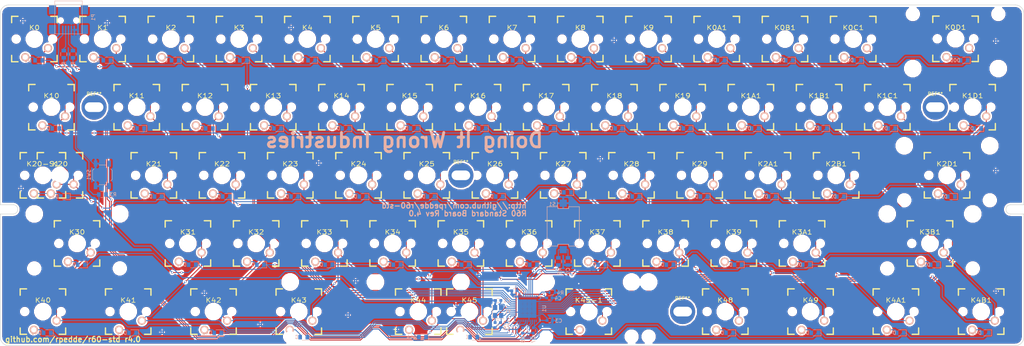
<source format=kicad_pcb>
(kicad_pcb (version 4) (host pcbnew 4.0.5+dfsg1-4)
  (title_block (title r60-std) (date 2018-03-26) (rev 4.0))
  (layers (0 F.Cu signal) (31 B.Cu signal) (34 B.Paste user) (35 F.Paste user) (36 B.SilkS user) (37 F.SilkS user) (38 B.Mask user) (39 F.Mask user) (44 Edge.Cuts user))
  (net 0 "")
  (net 1 GND)
  (net 2 "Net-(C1-Pad2)")
  (net 3 "Net-(C2-Pad1)")
  (net 4 VCC)
  (net 5 "Net-(C8-Pad1)")
  (net 6 /R0)
  (net 7 "Net-(D0-Pad2)")
  (net 8 "Net-(D0A1-Pad2)")
  (net 9 "Net-(D0B1-Pad2)")
  (net 10 "Net-(D0C1-Pad2)")
  (net 11 "Net-(D0D1-Pad2)")
  (net 12 "Net-(D1-Pad2)")
  (net 13 /R1)
  (net 14 "Net-(D1A1-Pad2)")
  (net 15 "Net-(D1B1-Pad2)")
  (net 16 "Net-(D1C1-Pad2)")
  (net 17 "Net-(D1D1-Pad2)")
  (net 18 "Net-(D2-Pad2)")
  (net 19 /R2)
  (net 20 "Net-(D2A1-Pad2)")
  (net 21 "Net-(D2B1-Pad2)")
  (net 22 "Net-(D3-Pad2)")
  (net 23 /R3)
  (net 24 "Net-(D3A1-Pad2)")
  (net 25 "Net-(D3B1-Pad2)")
  (net 26 "Net-(D4-Pad2)")
  (net 27 /R4)
  (net 28 "Net-(D4A1-Pad2)")
  (net 29 "Net-(D4B1-Pad2)")
  (net 30 "Net-(D5-Pad2)")
  (net 31 "Net-(D6-Pad2)")
  (net 32 "Net-(D7-Pad2)")
  (net 33 "Net-(D8-Pad2)")
  (net 34 "Net-(D9-Pad2)")
  (net 35 "Net-(D10-Pad2)")
  (net 36 "Net-(D11-Pad2)")
  (net 37 "Net-(D12-Pad2)")
  (net 38 "Net-(D13-Pad2)")
  (net 39 "Net-(D14-Pad2)")
  (net 40 "Net-(D15-Pad2)")
  (net 41 "Net-(D16-Pad2)")
  (net 42 "Net-(D17-Pad2)")
  (net 43 "Net-(D18-Pad2)")
  (net 44 "Net-(D19-Pad2)")
  (net 45 "Net-(D20-Pad2)")
  (net 46 "Net-(D21-Pad2)")
  (net 47 "Net-(D22-Pad2)")
  (net 48 "Net-(D23-Pad2)")
  (net 49 "Net-(D24-Pad2)")
  (net 50 "Net-(D25-Pad2)")
  (net 51 "Net-(D26-Pad2)")
  (net 52 "Net-(D27-Pad2)")
  (net 53 "Net-(D28-Pad2)")
  (net 54 "Net-(D29-Pad2)")
  (net 55 "Net-(D30-Pad2)")
  (net 56 "Net-(D32-Pad2)")
  (net 57 "Net-(D33-Pad2)")
  (net 58 "Net-(D34-Pad2)")
  (net 59 "Net-(D35-Pad2)")
  (net 60 "Net-(D36-Pad2)")
  (net 61 "Net-(D37-Pad2)")
  (net 62 "Net-(D38-Pad2)")
  (net 63 "Net-(D39-Pad2)")
  (net 64 "Net-(D40-Pad2)")
  (net 65 "Net-(D41-Pad2)")
  (net 66 "Net-(D42-Pad2)")
  (net 67 "Net-(D45-Pad2)")
  (net 68 "Net-(D48-Pad2)")
  (net 69 "Net-(D49-Pad2)")
  (net 70 /C0)
  (net 71 /C10)
  (net 72 /C11)
  (net 73 /C12)
  (net 74 /C13)
  (net 75 /C1)
  (net 76 /C2)
  (net 77 /C3)
  (net 78 /C4)
  (net 79 /C5)
  (net 80 /C6)
  (net 81 /C7)
  (net 82 /C8)
  (net 83 /C9)
  (net 84 "Net-(P1-Pad2)")
  (net 85 "Net-(P1-Pad3)")
  (net 86 "Net-(R1-Pad2)")
  (net 87 "Net-(R2-Pad1)")
  (net 88 "Net-(R3-Pad2)")
  (net 89 "Net-(R4-Pad1)")
  (net 90 "Net-(C9-Pad1)")
  (net 91 "Net-(R5-Pad1)")
  (net 92 "Net-(D2D1-Pad2)")
  (net 93 "Net-(D43-Pad2)")
  (net 94 "Net-(D44-Pad2)")
  (net 95 "Net-(D31-Pad2)")
  (module Keyboard:Via-Stitch (layer F.Cu) (at 34.375 94.1625)
    (fp_text reference REF** hide)
    (fp_text value Via-Stitch hide)
    (pad 1 thru_hole circle (at 0 0) (size 0.6 0.6) (drill 0.3) (layers *.Cu) (net 1 GND))
  )
  (module Keyboard:Via-Stitch (layer F.Cu) (at 34.875 47.2625)
    (fp_text reference REF** hide)
    (fp_text value Via-Stitch hide)
    (pad 1 thru_hole circle (at 0 0) (size 0.6 0.6) (drill 0.3) (layers *.Cu) (net 1 GND))
  )
  (module Keyboard:Via-Stitch (layer F.Cu) (at 58.475 47.8625)
    (fp_text reference REF** hide)
    (fp_text value Via-Stitch hide)
    (pad 1 thru_hole circle (at 0 0) (size 0.6 0.6) (drill 0.3) (layers *.Cu) (net 1 GND))
  )
  (module Keyboard:Via-Stitch (layer F.Cu) (at 109.775 49.1625)
    (fp_text reference REF** hide)
    (fp_text value Via-Stitch hide)
    (pad 1 thru_hole circle (at 0 0) (size 0.6 0.6) (drill 0.3) (layers *.Cu) (net 1 GND))
  )
  (module Keyboard:Via-Stitch (layer F.Cu) (at 117.475 87.0625)
    (fp_text reference REF** hide)
    (fp_text value Via-Stitch hide)
    (pad 1 thru_hole circle (at 0 0) (size 0.6 0.6) (drill 0.3) (layers *.Cu) (net 1 GND))
  )
  (module Keyboard:Via-Stitch (layer F.Cu) (at 196.075 85.8625)
    (fp_text reference REF** hide)
    (fp_text value Via-Stitch hide)
    (pad 1 thru_hole circle (at 0 0) (size 0.6 0.6) (drill 0.3) (layers *.Cu) (net 1 GND))
  )
  (module Keyboard:Via-Stitch (layer F.Cu) (at 199.975 52.7625)
    (fp_text reference REF** hide)
    (fp_text value Via-Stitch hide)
    (pad 1 thru_hole circle (at 0 0) (size 0.6 0.6) (drill 0.3) (layers *.Cu) (net 1 GND))
  )
  (module Keyboard:Via-Stitch (layer F.Cu) (at 306.475 52.9625)
    (fp_text reference REF** hide)
    (fp_text value Via-Stitch hide)
    (pad 1 thru_hole circle (at 0 0) (size 0.6 0.6) (drill 0.3) (layers *.Cu) (net 1 GND))
  )
  (module Keyboard:Via-Stitch (layer F.Cu) (at 306.475 89.1625)
    (fp_text reference REF** hide)
    (fp_text value Via-Stitch hide)
    (pad 1 thru_hole circle (at 0 0) (size 0.6 0.6) (drill 0.3) (layers *.Cu) (net 1 GND))
  )
  (module Keyboard:Via-Stitch (layer F.Cu) (at 306.575 122.8625)
    (fp_text reference REF** hide)
    (fp_text value Via-Stitch hide)
    (pad 1 thru_hole circle (at 0 0) (size 0.6 0.6) (drill 0.3) (layers *.Cu) (net 1 GND))
  )
  (module Keyboard:Via-Stitch (layer F.Cu) (at 127.775 119.9625)
    (fp_text reference REF** hide)
    (fp_text value Via-Stitch hide)
    (pad 1 thru_hole circle (at 0 0) (size 0.6 0.6) (drill 0.3) (layers *.Cu) (net 1 GND))
  )
  (module Keyboard:Via-Stitch (layer F.Cu) (at 155.775 126.7625)
    (fp_text reference REF** hide)
    (fp_text value Via-Stitch hide)
    (pad 1 thru_hole circle (at 0 0) (size 0.6 0.6) (drill 0.3) (layers *.Cu) (net 1 GND))
  )
  (module Keyboard:Via-Stitch (layer F.Cu) (at 162.275 118.1625)
    (fp_text reference REF** hide)
    (fp_text value Via-Stitch hide)
    (pad 1 thru_hole circle (at 0 0) (size 0.6 0.6) (drill 0.3) (layers *.Cu) (net 1 GND))
  )
  (module Keyboard:Via-Stitch (layer F.Cu) (at 173.375 118.1625)
    (fp_text reference REF** hide)
    (fp_text value Via-Stitch hide)
    (pad 1 thru_hole circle (at 0 0) (size 0.6 0.6) (drill 0.3) (layers *.Cu) (net 1 GND))
  )
  (module Keyboard:Via-Stitch (layer F.Cu) (at 139.175 133.5625)
    (fp_text reference REF** hide)
    (fp_text value Via-Stitch hide)
    (pad 1 thru_hole circle (at 0 0) (size 0.6 0.6) (drill 0.3) (layers *.Cu) (net 1 GND))
  )
  (module Keyboard:Via-Stitch (layer F.Cu) (at 125.675 129.5625)
    (fp_text reference REF** hide)
    (fp_text value Via-Stitch hide)
    (pad 1 thru_hole circle (at 0 0) (size 0.6 0.6) (drill 0.3) (layers *.Cu) (net 1 GND))
  )
  (module Keyboard:Via-Stitch (layer F.Cu) (at 101.175 132.1625)
    (fp_text reference REF** hide)
    (fp_text value Via-Stitch hide)
    (pad 1 thru_hole circle (at 0 0) (size 0.6 0.6) (drill 0.3) (layers *.Cu) (net 1 GND))
  )
  (module Keyboard:Via-Stitch (layer F.Cu) (at 73.775 134.3625)
    (fp_text reference REF** hide)
    (fp_text value Via-Stitch hide)
    (pad 1 thru_hole circle (at 0 0) (size 0.6 0.6) (drill 0.3) (layers *.Cu) (net 1 GND))
  )
  (module Keyboard:AST1109ML-SMT (layer B.Cu) (at 185.7375 104.775)
    (fp_text reference LS1 (at -2.6625 -6.2125) (layer B.SilkS) (effects (justify mirror)))
    (fp_text value AST1109MLT hide)
    (pad 1 smd rect (at 0 6.5) (size 2 2) (layers B.Cu B.Paste B.Mask) (net 90 "Net-(C9-Pad1)"))
    (pad 2 smd rect (at 0 -6.5) (size 2 2) (layers B.Cu B.Paste B.Mask) (net 1 GND))
  )
  (module Keyboard:D_0805 (layer B.Cu) (at 113.3 135.73125 180)
    (fp_text reference D43 (at 3 0 180) (layer B.SilkS) (effects (justify mirror)))
    (fp_text value D hide)
    (pad 1 smd rect (at -1 0 180) (size 1 1.25) (layers B.Cu B.Paste B.Mask) (net 27 /R4))
    (pad 2 smd rect (at 1 0 180) (size 1 1.25) (layers B.Cu B.Paste B.Mask) (net 93 "Net-(D43-Pad2)"))
  )
  (module Keyboard:CHERRY_PCB_125H (layer F.Cu) (at 111.91875 128.5875 180)
    (fp_text reference K43 (at 0 3.175 180) (layer F.SilkS) (effects (font (size 1.27 1.524) (thickness 0.2032))))
    (fp_text value LFN hide)
    (pad 1 thru_hole circle (at 2.54 -5.08 180) (size 2.286 2.286) (drill 1.4986) (layers *.Cu *.SilkS *.Mask) (net 93 "Net-(D43-Pad2)"))
    (pad 2 thru_hole circle (at -3.81 -2.54 180) (size 2.286 2.286) (drill 1.4986) (layers *.Cu *.SilkS *.Mask) (net 77 /C3))
    (pad HOLE np_thru_hole circle (at 0 0 180) (size 3.9878 3.9878) (drill 3.9878) (layers *.Cu))
    (pad HOLE np_thru_hole circle (at -5.08 0 180) (size 1.7018 1.7018) (drill 1.7018) (layers *.Cu))
    (pad HOLE np_thru_hole circle (at 5.08 0 180) (size 1.7018 1.7018) (drill 1.7018) (layers *.Cu))
  )
  (module Keyboard:CHERRY_PCB_625H (layer F.Cu) (at 159.54375 128.5875 180)
    (fp_text reference K45 (at 0 3.175 180) (layer F.SilkS) (effects (font (size 1.27 1.524) (thickness 0.2032))))
    (fp_text value SPACE hide)
    (pad 1 thru_hole circle (at 2.54 -5.08 180) (size 2.286 2.286) (drill 1.4986) (layers *.Cu *.SilkS *.Mask) (net 67 "Net-(D45-Pad2)"))
    (pad 2 thru_hole circle (at -3.81 -2.54 180) (size 2.286 2.286) (drill 1.4986) (layers *.Cu *.SilkS *.Mask) (net 79 /C5))
    (pad HOLE np_thru_hole circle (at 0 0 180) (size 3.9878 3.9878) (drill 3.9878) (layers *.Cu))
    (pad HOLE np_thru_hole circle (at -5.08 0 180) (size 1.7018 1.7018) (drill 1.7018) (layers *.Cu))
    (pad HOLE np_thru_hole circle (at 5.08 0 180) (size 1.7018 1.7018) (drill 1.7018) (layers *.Cu))
    (pad HOLE np_thru_hole circle (at -50.038 -6.985 180) (size 3.048 3.048) (drill 3.048) (layers *.Cu))
    (pad HOLE np_thru_hole circle (at 50.038 -6.985 180) (size 3.048 3.048) (drill 3.048) (layers *.Cu))
    (pad HOLE np_thru_hole circle (at -50.038 8.255 180) (size 3.9878 3.9878) (drill 3.9878) (layers *.Cu))
    (pad HOLE np_thru_hole circle (at 50.038 8.255 180) (size 3.9878 3.9878) (drill 3.9878) (layers *.Cu))
  )
  (module Keyboard:CHERRY_PCB_125H (layer F.Cu) (at 88.10625 128.5875 180)
    (fp_text reference K42 (at 0 3.175 180) (layer F.SilkS) (effects (font (size 1.27 1.524) (thickness 0.2032))))
    (fp_text value LALT hide)
    (pad 1 thru_hole circle (at 2.54 -5.08 180) (size 2.286 2.286) (drill 1.4986) (layers *.Cu *.SilkS *.Mask) (net 66 "Net-(D42-Pad2)"))
    (pad 2 thru_hole circle (at -3.81 -2.54 180) (size 2.286 2.286) (drill 1.4986) (layers *.Cu *.SilkS *.Mask) (net 76 /C2))
    (pad HOLE np_thru_hole circle (at 0 0 180) (size 3.9878 3.9878) (drill 3.9878) (layers *.Cu))
    (pad HOLE np_thru_hole circle (at -5.08 0 180) (size 1.7018 1.7018) (drill 1.7018) (layers *.Cu))
    (pad HOLE np_thru_hole circle (at 5.08 0 180) (size 1.7018 1.7018) (drill 1.7018) (layers *.Cu))
  )
  (module Housings_DFN_QFN:QFN-44-1EP_7x7mm_Pitch0.5mm (layer B.Cu) (at 175.675 127.7625 90)
    (fp_text reference U1 (at 0 4.75 90) (layer B.SilkS) (effects (justify mirror)))
    (fp_text value ATmega32U4-AU)
    (pad 1 smd rect (at -3.4 2.5 90) (size 0.7 0.25) (layers B.Cu B.Paste B.Mask))
    (pad 2 smd rect (at -3.4 2 90) (size 0.7 0.25) (layers B.Cu B.Paste B.Mask) (net 4 VCC))
    (pad 3 smd rect (at -3.4 1.5 90) (size 0.7 0.25) (layers B.Cu B.Paste B.Mask) (net 87 "Net-(R2-Pad1)"))
    (pad 4 smd rect (at -3.4 1 90) (size 0.7 0.25) (layers B.Cu B.Paste B.Mask) (net 86 "Net-(R1-Pad2)"))
    (pad 5 smd rect (at -3.4 0.5 90) (size 0.7 0.25) (layers B.Cu B.Paste B.Mask) (net 1 GND))
    (pad 6 smd rect (at -3.4 0 90) (size 0.7 0.25) (layers B.Cu B.Paste B.Mask) (net 5 "Net-(C8-Pad1)"))
    (pad 7 smd rect (at -3.4 -0.5 90) (size 0.7 0.25) (layers B.Cu B.Paste B.Mask) (net 4 VCC))
    (pad 8 smd rect (at -3.4 -1 90) (size 0.7 0.25) (layers B.Cu B.Paste B.Mask))
    (pad 9 smd rect (at -3.4 -1.5 90) (size 0.7 0.25) (layers B.Cu B.Paste B.Mask))
    (pad 10 smd rect (at -3.4 -2 90) (size 0.7 0.25) (layers B.Cu B.Paste B.Mask) (net 70 /C0))
    (pad 11 smd rect (at -3.4 -2.5 90) (size 0.7 0.25) (layers B.Cu B.Paste B.Mask) (net 75 /C1))
    (pad 12 smd rect (at -2.5 -3.4) (size 0.7 0.25) (layers B.Cu B.Paste B.Mask) (net 76 /C2))
    (pad 13 smd rect (at -2 -3.4) (size 0.7 0.25) (layers B.Cu B.Paste B.Mask) (net 88 "Net-(R3-Pad2)"))
    (pad 14 smd rect (at -1.5 -3.4) (size 0.7 0.25) (layers B.Cu B.Paste B.Mask) (net 4 VCC))
    (pad 15 smd rect (at -1 -3.4) (size 0.7 0.25) (layers B.Cu B.Paste B.Mask) (net 1 GND))
    (pad 16 smd rect (at -0.5 -3.4) (size 0.7 0.25) (layers B.Cu B.Paste B.Mask) (net 3 "Net-(C2-Pad1)"))
    (pad 17 smd rect (at 0 -3.4) (size 0.7 0.25) (layers B.Cu B.Paste B.Mask) (net 2 "Net-(C1-Pad2)"))
    (pad 18 smd rect (at 0.5 -3.4) (size 0.7 0.25) (layers B.Cu B.Paste B.Mask) (net 27 /R4))
    (pad 19 smd rect (at 1 -3.4) (size 0.7 0.25) (layers B.Cu B.Paste B.Mask) (net 23 /R3))
    (pad 20 smd rect (at 1.5 -3.4) (size 0.7 0.25) (layers B.Cu B.Paste B.Mask) (net 19 /R2))
    (pad 21 smd rect (at 2 -3.4) (size 0.7 0.25) (layers B.Cu B.Paste B.Mask) (net 13 /R1))
    (pad 22 smd rect (at 2.5 -3.4) (size 0.7 0.25) (layers B.Cu B.Paste B.Mask) (net 6 /R0))
    (pad 23 smd rect (at 3.4 -2.5 90) (size 0.7 0.25) (layers B.Cu B.Paste B.Mask) (net 1 GND))
    (pad 24 smd rect (at 3.4 -2 90) (size 0.7 0.25) (layers B.Cu B.Paste B.Mask) (net 4 VCC))
    (pad 25 smd rect (at 3.4 -1.5 90) (size 0.7 0.25) (layers B.Cu B.Paste B.Mask))
    (pad 26 smd rect (at 3.4 -1 90) (size 0.7 0.25) (layers B.Cu B.Paste B.Mask) (net 77 /C3))
    (pad 27 smd rect (at 3.4 -0.5 90) (size 0.7 0.25) (layers B.Cu B.Paste B.Mask) (net 78 /C4))
    (pad 28 smd rect (at 3.4 0 90) (size 0.7 0.25) (layers B.Cu B.Paste B.Mask) (net 79 /C5))
    (pad 29 smd rect (at 3.4 0.5 90) (size 0.7 0.25) (layers B.Cu B.Paste B.Mask) (net 80 /C6))
    (pad 30 smd rect (at 3.4 1 90) (size 0.7 0.25) (layers B.Cu B.Paste B.Mask) (net 81 /C7))
    (pad 31 smd rect (at 3.4 1.5 90) (size 0.7 0.25) (layers B.Cu B.Paste B.Mask) (net 91 "Net-(R5-Pad1)"))
    (pad 32 smd rect (at 3.4 2 90) (size 0.7 0.25) (layers B.Cu B.Paste B.Mask))
    (pad 33 smd rect (at 3.4 2.5 90) (size 0.7 0.25) (layers B.Cu B.Paste B.Mask) (net 89 "Net-(R4-Pad1)"))
    (pad 34 smd rect (at 2.5 3.4) (size 0.7 0.25) (layers B.Cu B.Paste B.Mask) (net 4 VCC))
    (pad 35 smd rect (at 2 3.4) (size 0.7 0.25) (layers B.Cu B.Paste B.Mask) (net 1 GND))
    (pad 36 smd rect (at 1.5 3.4) (size 0.7 0.25) (layers B.Cu B.Paste B.Mask) (net 82 /C8))
    (pad 37 smd rect (at 1 3.4) (size 0.7 0.25) (layers B.Cu B.Paste B.Mask) (net 83 /C9))
    (pad 38 smd rect (at 0.5 3.4) (size 0.7 0.25) (layers B.Cu B.Paste B.Mask) (net 71 /C10))
    (pad 39 smd rect (at 0 3.4) (size 0.7 0.25) (layers B.Cu B.Paste B.Mask) (net 72 /C11))
    (pad 40 smd rect (at -0.5 3.4) (size 0.7 0.25) (layers B.Cu B.Paste B.Mask) (net 73 /C12))
    (pad 41 smd rect (at -1 3.4) (size 0.7 0.25) (layers B.Cu B.Paste B.Mask) (net 74 /C13))
    (pad 42 smd rect (at -1.5 3.4) (size 0.7 0.25) (layers B.Cu B.Paste B.Mask) (net 4 VCC))
    (pad 43 smd rect (at -2 3.4) (size 0.7 0.25) (layers B.Cu B.Paste B.Mask) (net 1 GND))
    (pad 44 smd rect (at -2.5 3.4) (size 0.7 0.25) (layers B.Cu B.Paste B.Mask) (net 4 VCC))
    (pad 45 smd rect (at 1.93125 -1.93125 90) (size 1.2875 1.2875) (layers B.Cu B.Paste B.Mask) (net 1 GND))
    (pad 45 smd rect (at 1.93125 -0.64375 90) (size 1.2875 1.2875) (layers B.Cu B.Paste B.Mask) (net 1 GND))
    (pad 45 smd rect (at 1.93125 0.64375 90) (size 1.2875 1.2875) (layers B.Cu B.Paste B.Mask) (net 1 GND))
    (pad 45 smd rect (at 1.93125 1.93125 90) (size 1.2875 1.2875) (layers B.Cu B.Paste B.Mask) (net 1 GND))
    (pad 45 smd rect (at 0.64375 -1.93125 90) (size 1.2875 1.2875) (layers B.Cu B.Paste B.Mask) (net 1 GND))
    (pad 45 smd rect (at 0.64375 -0.64375 90) (size 1.2875 1.2875) (layers B.Cu B.Paste B.Mask) (net 1 GND))
    (pad 45 smd rect (at 0.64375 0.64375 90) (size 1.2875 1.2875) (layers B.Cu B.Paste B.Mask) (net 1 GND))
    (pad 45 smd rect (at 0.64375 1.93125 90) (size 1.2875 1.2875) (layers B.Cu B.Paste B.Mask) (net 1 GND))
    (pad 45 smd rect (at -0.64375 -1.93125 90) (size 1.2875 1.2875) (layers B.Cu B.Paste B.Mask) (net 1 GND))
    (pad 45 smd rect (at -0.64375 -0.64375 90) (size 1.2875 1.2875) (layers B.Cu B.Paste B.Mask) (net 1 GND))
    (pad 45 smd rect (at -0.64375 0.64375 90) (size 1.2875 1.2875) (layers B.Cu B.Paste B.Mask) (net 1 GND))
    (pad 45 smd rect (at -0.64375 1.93125 90) (size 1.2875 1.2875) (layers B.Cu B.Paste B.Mask) (net 1 GND))
    (pad 45 smd rect (at -1.93125 -1.93125 90) (size 1.2875 1.2875) (layers B.Cu B.Paste B.Mask) (net 1 GND))
    (pad 45 smd rect (at -1.93125 -0.64375 90) (size 1.2875 1.2875) (layers B.Cu B.Paste B.Mask) (net 1 GND))
    (pad 45 smd rect (at -1.93125 0.64375 90) (size 1.2875 1.2875) (layers B.Cu B.Paste B.Mask) (net 1 GND))
    (pad 45 smd rect (at -1.93125 1.93125 90) (size 1.2875 1.2875) (layers B.Cu B.Paste B.Mask) (net 1 GND))
  )
  (module Keyboard:D_0805 (layer B.Cu) (at 120.253125 115.490625 180)
    (fp_text reference D33 (at 3 0 180) (layer B.SilkS) (effects (justify mirror)))
    (fp_text value D hide)
    (pad 1 smd rect (at -1 0 180) (size 1 1.25) (layers B.Cu B.Paste B.Mask) (net 23 /R3))
    (pad 2 smd rect (at 1 0 180) (size 1 1.25) (layers B.Cu B.Paste B.Mask) (net 57 "Net-(D33-Pad2)"))
  )
  (module Keyboard:D_0805 (layer B.Cu) (at 215.503125 115.490625 180)
    (fp_text reference D38 (at 3 0 180) (layer B.SilkS) (effects (justify mirror)))
    (fp_text value D hide)
    (pad 1 smd rect (at -1 0 180) (size 1 1.25) (layers B.Cu B.Paste B.Mask) (net 23 /R3))
    (pad 2 smd rect (at 1 0 180) (size 1 1.25) (layers B.Cu B.Paste B.Mask) (net 62 "Net-(D38-Pad2)"))
  )
  (module Keyboard:CHERRY_PCB_100H (layer F.Cu) (at 214.3125 109.5375 180)
    (fp_text reference K38 (at 0 3.175 180) (layer F.SilkS) (effects (font (size 1.27 1.524) (thickness 0.2032))))
    (fp_text value COMMA hide)
    (pad 1 thru_hole circle (at 2.54 -5.08 180) (size 2.286 2.286) (drill 1.4986) (layers *.Cu *.SilkS *.Mask) (net 62 "Net-(D38-Pad2)"))
    (pad 2 thru_hole circle (at -3.81 -2.54 180) (size 2.286 2.286) (drill 1.4986) (layers *.Cu *.SilkS *.Mask) (net 82 /C8))
    (pad HOLE np_thru_hole circle (at 0 0 180) (size 3.9878 3.9878) (drill 3.9878) (layers *.Cu))
    (pad HOLE np_thru_hole circle (at -5.08 0 180) (size 1.7018 1.7018) (drill 1.7018) (layers *.Cu))
    (pad HOLE np_thru_hole circle (at 5.08 0 180) (size 1.7018 1.7018) (drill 1.7018) (layers *.Cu))
  )
  (module Keyboard:CHERRY_PCB_100H (layer F.Cu) (at 119.0625 109.5375 180)
    (fp_text reference K33 (at 0 3.175 180) (layer F.SilkS) (effects (font (size 1.27 1.524) (thickness 0.2032))))
    (fp_text value C hide)
    (pad 1 thru_hole circle (at 2.54 -5.08 180) (size 2.286 2.286) (drill 1.4986) (layers *.Cu *.SilkS *.Mask) (net 57 "Net-(D33-Pad2)"))
    (pad 2 thru_hole circle (at -3.81 -2.54 180) (size 2.286 2.286) (drill 1.4986) (layers *.Cu *.SilkS *.Mask) (net 77 /C3))
    (pad HOLE np_thru_hole circle (at 0 0 180) (size 3.9878 3.9878) (drill 3.9878) (layers *.Cu))
    (pad HOLE np_thru_hole circle (at -5.08 0 180) (size 1.7018 1.7018) (drill 1.7018) (layers *.Cu))
    (pad HOLE np_thru_hole circle (at 5.08 0 180) (size 1.7018 1.7018) (drill 1.7018) (layers *.Cu))
  )
  (module Keyboard:CHERRY_PCB_100H (layer F.Cu) (at 109.5375 90.4875 180)
    (fp_text reference K23 (at 0 3.175 180) (layer F.SilkS) (effects (font (size 1.27 1.524) (thickness 0.2032))))
    (fp_text value D hide)
    (pad 1 thru_hole circle (at 2.54 -5.08 180) (size 2.286 2.286) (drill 1.4986) (layers *.Cu *.SilkS *.Mask) (net 48 "Net-(D23-Pad2)"))
    (pad 2 thru_hole circle (at -3.81 -2.54 180) (size 2.286 2.286) (drill 1.4986) (layers *.Cu *.SilkS *.Mask) (net 77 /C3))
    (pad HOLE np_thru_hole circle (at 0 0 180) (size 3.9878 3.9878) (drill 3.9878) (layers *.Cu))
    (pad HOLE np_thru_hole circle (at -5.08 0 180) (size 1.7018 1.7018) (drill 1.7018) (layers *.Cu))
    (pad HOLE np_thru_hole circle (at 5.08 0 180) (size 1.7018 1.7018) (drill 1.7018) (layers *.Cu))
  )
  (module Keyboard:D_0805 (layer B.Cu) (at 82.153125 115.490625 180)
    (fp_text reference D31 (at 3 0 180) (layer B.SilkS) (effects (justify mirror)))
    (fp_text value D hide)
    (pad 1 smd rect (at -1 0 180) (size 1 1.25) (layers B.Cu B.Paste B.Mask) (net 23 /R3))
    (pad 2 smd rect (at 1 0 180) (size 1 1.25) (layers B.Cu B.Paste B.Mask) (net 95 "Net-(D31-Pad2)"))
  )
  (module Keyboard:CHERRY_PCB_225H (layer F.Cu) (at 292.89375 90.4875 180)
    (fp_text reference K2D1 (at 0 3.175 180) (layer F.SilkS) (effects (font (size 1.27 1.524) (thickness 0.2032))))
    (fp_text value ENTER hide)
    (pad 1 thru_hole circle (at 2.54 -5.08 180) (size 2.286 2.286) (drill 1.4986) (layers *.Cu *.SilkS *.Mask) (net 92 "Net-(D2D1-Pad2)"))
    (pad 2 thru_hole circle (at -3.81 -2.54 180) (size 2.286 2.286) (drill 1.4986) (layers *.Cu *.SilkS *.Mask) (net 74 /C13))
    (pad HOLE np_thru_hole circle (at 0 0 180) (size 3.9878 3.9878) (drill 3.9878) (layers *.Cu))
    (pad HOLE np_thru_hole circle (at -5.08 0 180) (size 1.7018 1.7018) (drill 1.7018) (layers *.Cu))
    (pad HOLE np_thru_hole circle (at 5.08 0 180) (size 1.7018 1.7018) (drill 1.7018) (layers *.Cu))
    (pad HOLE np_thru_hole circle (at -11.938 -6.985 180) (size 3.048 3.048) (drill 3.048) (layers *.Cu))
    (pad HOLE np_thru_hole circle (at 11.938 -6.985 180) (size 3.048 3.048) (drill 3.048) (layers *.Cu))
    (pad HOLE np_thru_hole circle (at -11.938 8.255 180) (size 3.9878 3.9878) (drill 3.9878) (layers *.Cu))
    (pad HOLE np_thru_hole circle (at 11.938 8.255 180) (size 3.9878 3.9878) (drill 3.9878) (layers *.Cu))
  )
  (module Keyboard:CHERRY_PCB_225H (layer F.Cu) (at 145.25625 128.5875 180)
    (fp_text reference K44 (at 0 3.175 180) (layer F.SilkS) (effects (font (size 1.27 1.524) (thickness 0.2032))))
    (fp_text value SSPACE-1 hide)
    (pad 1 thru_hole circle (at 2.54 -5.08 180) (size 2.286 2.286) (drill 1.4986) (layers *.Cu *.SilkS *.Mask) (net 94 "Net-(D44-Pad2)"))
    (pad 2 thru_hole circle (at -3.81 -2.54 180) (size 2.286 2.286) (drill 1.4986) (layers *.Cu *.SilkS *.Mask) (net 78 /C4))
    (pad HOLE np_thru_hole circle (at 0 0 180) (size 3.9878 3.9878) (drill 3.9878) (layers *.Cu))
    (pad HOLE np_thru_hole circle (at -5.08 0 180) (size 1.7018 1.7018) (drill 1.7018) (layers *.Cu))
    (pad HOLE np_thru_hole circle (at 5.08 0 180) (size 1.7018 1.7018) (drill 1.7018) (layers *.Cu))
    (pad HOLE np_thru_hole circle (at -11.938 -6.985 180) (size 3.048 3.048) (drill 3.048) (layers *.Cu))
    (pad HOLE np_thru_hole circle (at 11.938 -6.985 180) (size 3.048 3.048) (drill 3.048) (layers *.Cu))
    (pad HOLE np_thru_hole circle (at -11.938 8.255 180) (size 3.9878 3.9878) (drill 3.9878) (layers *.Cu))
    (pad HOLE np_thru_hole circle (at 11.938 8.255 180) (size 3.9878 3.9878) (drill 3.9878) (layers *.Cu))
  )
  (module Keyboard:CHERRY_PCB_100H (layer F.Cu) (at 100.0125 109.5375 180)
    (fp_text reference K32 (at 0 3.175 180) (layer F.SilkS) (effects (font (size 1.27 1.524) (thickness 0.2032))))
    (fp_text value x hide)
    (pad 1 thru_hole circle (at 2.54 -5.08 180) (size 2.286 2.286) (drill 1.4986) (layers *.Cu *.SilkS *.Mask) (net 56 "Net-(D32-Pad2)"))
    (pad 2 thru_hole circle (at -3.81 -2.54 180) (size 2.286 2.286) (drill 1.4986) (layers *.Cu *.SilkS *.Mask) (net 76 /C2))
    (pad HOLE np_thru_hole circle (at 0 0 180) (size 3.9878 3.9878) (drill 3.9878) (layers *.Cu))
    (pad HOLE np_thru_hole circle (at -5.08 0 180) (size 1.7018 1.7018) (drill 1.7018) (layers *.Cu))
    (pad HOLE np_thru_hole circle (at 5.08 0 180) (size 1.7018 1.7018) (drill 1.7018) (layers *.Cu))
  )
  (module Keyboard:D_0805 (layer B.Cu) (at 101.203125 115.490625 180)
    (fp_text reference D32 (at 3 0 180) (layer B.SilkS) (effects (justify mirror)))
    (fp_text value D hide)
    (pad 1 smd rect (at -1 0 180) (size 1 1.25) (layers B.Cu B.Paste B.Mask) (net 23 /R3))
    (pad 2 smd rect (at 1 0 180) (size 1 1.25) (layers B.Cu B.Paste B.Mask) (net 56 "Net-(D32-Pad2)"))
  )
  (module Keyboard:CHERRY_PCB_150H (layer F.Cu) (at 42.8625 71.4375 180)
    (fp_text reference K10 (at 0 3.175 180) (layer F.SilkS) (effects (font (size 1.27 1.524) (thickness 0.2032))))
    (fp_text value TAB hide)
    (pad 1 thru_hole circle (at 2.54 -5.08 180) (size 2.286 2.286) (drill 1.4986) (layers *.Cu *.SilkS *.Mask) (net 35 "Net-(D10-Pad2)"))
    (pad 2 thru_hole circle (at -3.81 -2.54 180) (size 2.286 2.286) (drill 1.4986) (layers *.Cu *.SilkS *.Mask) (net 70 /C0))
    (pad HOLE np_thru_hole circle (at 0 0 180) (size 3.9878 3.9878) (drill 3.9878) (layers *.Cu))
    (pad HOLE np_thru_hole circle (at -5.08 0 180) (size 1.7018 1.7018) (drill 1.7018) (layers *.Cu))
    (pad HOLE np_thru_hole circle (at 5.08 0 180) (size 1.7018 1.7018) (drill 1.7018) (layers *.Cu))
  )
  (module Keyboard:CHERRY_PCB_100H (layer F.Cu) (at 57.15 52.3875 180)
    (fp_text reference K1 (at 0 3.175 180) (layer F.SilkS) (effects (font (size 1.27 1.524) (thickness 0.2032))))
    (fp_text value 1 hide)
    (pad 1 thru_hole circle (at 2.54 -5.08 180) (size 2.286 2.286) (drill 1.4986) (layers *.Cu *.SilkS *.Mask) (net 12 "Net-(D1-Pad2)"))
    (pad 2 thru_hole circle (at -3.81 -2.54 180) (size 2.286 2.286) (drill 1.4986) (layers *.Cu *.SilkS *.Mask) (net 75 /C1))
    (pad HOLE np_thru_hole circle (at 0 0 180) (size 3.9878 3.9878) (drill 3.9878) (layers *.Cu))
    (pad HOLE np_thru_hole circle (at -5.08 0 180) (size 1.7018 1.7018) (drill 1.7018) (layers *.Cu))
    (pad HOLE np_thru_hole circle (at 5.08 0 180) (size 1.7018 1.7018) (drill 1.7018) (layers *.Cu))
  )
  (module Keyboard:CHERRY_PCB_100H (layer F.Cu) (at 171.45 52.3875 180)
    (fp_text reference K7 (at 0 3.175 180) (layer F.SilkS) (effects (font (size 1.27 1.524) (thickness 0.2032))))
    (fp_text value 7 hide)
    (pad 1 thru_hole circle (at 2.54 -5.08 180) (size 2.286 2.286) (drill 1.4986) (layers *.Cu *.SilkS *.Mask) (net 32 "Net-(D7-Pad2)"))
    (pad 2 thru_hole circle (at -3.81 -2.54 180) (size 2.286 2.286) (drill 1.4986) (layers *.Cu *.SilkS *.Mask) (net 81 /C7))
    (pad HOLE np_thru_hole circle (at 0 0 180) (size 3.9878 3.9878) (drill 3.9878) (layers *.Cu))
    (pad HOLE np_thru_hole circle (at -5.08 0 180) (size 1.7018 1.7018) (drill 1.7018) (layers *.Cu))
    (pad HOLE np_thru_hole circle (at 5.08 0 180) (size 1.7018 1.7018) (drill 1.7018) (layers *.Cu))
  )
  (module Keyboard:CHERRY_PCB_100H (layer F.Cu) (at 76.2 52.3875 180)
    (fp_text reference K2 (at 0 3.175 180) (layer F.SilkS) (effects (font (size 1.27 1.524) (thickness 0.2032))))
    (fp_text value 2 hide)
    (pad 1 thru_hole circle (at 2.54 -5.08 180) (size 2.286 2.286) (drill 1.4986) (layers *.Cu *.SilkS *.Mask) (net 18 "Net-(D2-Pad2)"))
    (pad 2 thru_hole circle (at -3.81 -2.54 180) (size 2.286 2.286) (drill 1.4986) (layers *.Cu *.SilkS *.Mask) (net 76 /C2))
    (pad HOLE np_thru_hole circle (at 0 0 180) (size 3.9878 3.9878) (drill 3.9878) (layers *.Cu))
    (pad HOLE np_thru_hole circle (at -5.08 0 180) (size 1.7018 1.7018) (drill 1.7018) (layers *.Cu))
    (pad HOLE np_thru_hole circle (at 5.08 0 180) (size 1.7018 1.7018) (drill 1.7018) (layers *.Cu))
  )
  (module Keyboard:CHERRY_PCB_100H (layer F.Cu) (at 38.1 52.3875 180)
    (fp_text reference K0 (at 0 3.175 180) (layer F.SilkS) (effects (font (size 1.27 1.524) (thickness 0.2032))))
    (fp_text value ESC hide)
    (pad 1 thru_hole circle (at 2.54 -5.08 180) (size 2.286 2.286) (drill 1.4986) (layers *.Cu *.SilkS *.Mask) (net 7 "Net-(D0-Pad2)"))
    (pad 2 thru_hole circle (at -3.81 -2.54 180) (size 2.286 2.286) (drill 1.4986) (layers *.Cu *.SilkS *.Mask) (net 70 /C0))
    (pad HOLE np_thru_hole circle (at 0 0 180) (size 3.9878 3.9878) (drill 3.9878) (layers *.Cu))
    (pad HOLE np_thru_hole circle (at -5.08 0 180) (size 1.7018 1.7018) (drill 1.7018) (layers *.Cu))
    (pad HOLE np_thru_hole circle (at 5.08 0 180) (size 1.7018 1.7018) (drill 1.7018) (layers *.Cu))
  )
  (module Keyboard:CHERRY_PCB_100H (layer F.Cu) (at 228.6 52.3875 180)
    (fp_text reference K0A1 (at 0 3.175 180) (layer F.SilkS) (effects (font (size 1.27 1.524) (thickness 0.2032))))
    (fp_text value 0 hide)
    (pad 1 thru_hole circle (at 2.54 -5.08 180) (size 2.286 2.286) (drill 1.4986) (layers *.Cu *.SilkS *.Mask) (net 8 "Net-(D0A1-Pad2)"))
    (pad 2 thru_hole circle (at -3.81 -2.54 180) (size 2.286 2.286) (drill 1.4986) (layers *.Cu *.SilkS *.Mask) (net 71 /C10))
    (pad HOLE np_thru_hole circle (at 0 0 180) (size 3.9878 3.9878) (drill 3.9878) (layers *.Cu))
    (pad HOLE np_thru_hole circle (at -5.08 0 180) (size 1.7018 1.7018) (drill 1.7018) (layers *.Cu))
    (pad HOLE np_thru_hole circle (at 5.08 0 180) (size 1.7018 1.7018) (drill 1.7018) (layers *.Cu))
  )
  (module Keyboard:CHERRY_PCB_100H (layer F.Cu) (at 247.65 52.3875 180)
    (fp_text reference K0B1 (at 0 3.175 180) (layer F.SilkS) (effects (font (size 1.27 1.524) (thickness 0.2032))))
    (fp_text value MINUS hide)
    (pad 1 thru_hole circle (at 2.54 -5.08 180) (size 2.286 2.286) (drill 1.4986) (layers *.Cu *.SilkS *.Mask) (net 9 "Net-(D0B1-Pad2)"))
    (pad 2 thru_hole circle (at -3.81 -2.54 180) (size 2.286 2.286) (drill 1.4986) (layers *.Cu *.SilkS *.Mask) (net 72 /C11))
    (pad HOLE np_thru_hole circle (at 0 0 180) (size 3.9878 3.9878) (drill 3.9878) (layers *.Cu))
    (pad HOLE np_thru_hole circle (at -5.08 0 180) (size 1.7018 1.7018) (drill 1.7018) (layers *.Cu))
    (pad HOLE np_thru_hole circle (at 5.08 0 180) (size 1.7018 1.7018) (drill 1.7018) (layers *.Cu))
  )
  (module Keyboard:CHERRY_PCB_100H (layer F.Cu) (at 266.7 52.3875 180)
    (fp_text reference K0C1 (at 0 3.175 180) (layer F.SilkS) (effects (font (size 1.27 1.524) (thickness 0.2032))))
    (fp_text value EQUAL hide)
    (pad 1 thru_hole circle (at 2.54 -5.08 180) (size 2.286 2.286) (drill 1.4986) (layers *.Cu *.SilkS *.Mask) (net 10 "Net-(D0C1-Pad2)"))
    (pad 2 thru_hole circle (at -3.81 -2.54 180) (size 2.286 2.286) (drill 1.4986) (layers *.Cu *.SilkS *.Mask) (net 73 /C12))
    (pad HOLE np_thru_hole circle (at 0 0 180) (size 3.9878 3.9878) (drill 3.9878) (layers *.Cu))
    (pad HOLE np_thru_hole circle (at -5.08 0 180) (size 1.7018 1.7018) (drill 1.7018) (layers *.Cu))
    (pad HOLE np_thru_hole circle (at 5.08 0 180) (size 1.7018 1.7018) (drill 1.7018) (layers *.Cu))
  )
  (module Keyboard:CHERRY_PCB_100H (layer F.Cu) (at 238.125 71.4375 180)
    (fp_text reference K1A1 (at 0 3.175 180) (layer F.SilkS) (effects (font (size 1.27 1.524) (thickness 0.2032))))
    (fp_text value P hide)
    (pad 1 thru_hole circle (at 2.54 -5.08 180) (size 2.286 2.286) (drill 1.4986) (layers *.Cu *.SilkS *.Mask) (net 14 "Net-(D1A1-Pad2)"))
    (pad 2 thru_hole circle (at -3.81 -2.54 180) (size 2.286 2.286) (drill 1.4986) (layers *.Cu *.SilkS *.Mask) (net 71 /C10))
    (pad HOLE np_thru_hole circle (at 0 0 180) (size 3.9878 3.9878) (drill 3.9878) (layers *.Cu))
    (pad HOLE np_thru_hole circle (at -5.08 0 180) (size 1.7018 1.7018) (drill 1.7018) (layers *.Cu))
    (pad HOLE np_thru_hole circle (at 5.08 0 180) (size 1.7018 1.7018) (drill 1.7018) (layers *.Cu))
  )
  (module Keyboard:CHERRY_PCB_100H (layer F.Cu) (at 257.175 71.4375 180)
    (fp_text reference K1B1 (at 0 3.175 180) (layer F.SilkS) (effects (font (size 1.27 1.524) (thickness 0.2032))))
    (fp_text value LBRACE hide)
    (pad 1 thru_hole circle (at 2.54 -5.08 180) (size 2.286 2.286) (drill 1.4986) (layers *.Cu *.SilkS *.Mask) (net 15 "Net-(D1B1-Pad2)"))
    (pad 2 thru_hole circle (at -3.81 -2.54 180) (size 2.286 2.286) (drill 1.4986) (layers *.Cu *.SilkS *.Mask) (net 72 /C11))
    (pad HOLE np_thru_hole circle (at 0 0 180) (size 3.9878 3.9878) (drill 3.9878) (layers *.Cu))
    (pad HOLE np_thru_hole circle (at -5.08 0 180) (size 1.7018 1.7018) (drill 1.7018) (layers *.Cu))
    (pad HOLE np_thru_hole circle (at 5.08 0 180) (size 1.7018 1.7018) (drill 1.7018) (layers *.Cu))
  )
  (module Keyboard:CHERRY_PCB_100H (layer F.Cu) (at 276.225 71.4375 180)
    (fp_text reference K1C1 (at 0 3.175 180) (layer F.SilkS) (effects (font (size 1.27 1.524) (thickness 0.2032))))
    (fp_text value RBRACE hide)
    (pad 1 thru_hole circle (at 2.54 -5.08 180) (size 2.286 2.286) (drill 1.4986) (layers *.Cu *.SilkS *.Mask) (net 16 "Net-(D1C1-Pad2)"))
    (pad 2 thru_hole circle (at -3.81 -2.54 180) (size 2.286 2.286) (drill 1.4986) (layers *.Cu *.SilkS *.Mask) (net 73 /C12))
    (pad HOLE np_thru_hole circle (at 0 0 180) (size 3.9878 3.9878) (drill 3.9878) (layers *.Cu))
    (pad HOLE np_thru_hole circle (at -5.08 0 180) (size 1.7018 1.7018) (drill 1.7018) (layers *.Cu))
    (pad HOLE np_thru_hole circle (at 5.08 0 180) (size 1.7018 1.7018) (drill 1.7018) (layers *.Cu))
  )
  (module Keyboard:CHERRY_PCB_150H (layer F.Cu) (at 300.0375 71.4375 180)
    (fp_text reference K1D1 (at 0 3.175 180) (layer F.SilkS) (effects (font (size 1.27 1.524) (thickness 0.2032))))
    (fp_text value BS_PIPE hide)
    (pad 1 thru_hole circle (at 2.54 -5.08 180) (size 2.286 2.286) (drill 1.4986) (layers *.Cu *.SilkS *.Mask) (net 17 "Net-(D1D1-Pad2)"))
    (pad 2 thru_hole circle (at -3.81 -2.54 180) (size 2.286 2.286) (drill 1.4986) (layers *.Cu *.SilkS *.Mask) (net 74 /C13))
    (pad HOLE np_thru_hole circle (at 0 0 180) (size 3.9878 3.9878) (drill 3.9878) (layers *.Cu))
    (pad HOLE np_thru_hole circle (at -5.08 0 180) (size 1.7018 1.7018) (drill 1.7018) (layers *.Cu))
    (pad HOLE np_thru_hole circle (at 5.08 0 180) (size 1.7018 1.7018) (drill 1.7018) (layers *.Cu))
  )
  (module Keyboard:CHERRY_PCB_100H (layer F.Cu) (at 242.8875 90.4875 180)
    (fp_text reference K2A1 (at 0 3.175 180) (layer F.SilkS) (effects (font (size 1.27 1.524) (thickness 0.2032))))
    (fp_text value COLON hide)
    (pad 1 thru_hole circle (at 2.54 -5.08 180) (size 2.286 2.286) (drill 1.4986) (layers *.Cu *.SilkS *.Mask) (net 20 "Net-(D2A1-Pad2)"))
    (pad 2 thru_hole circle (at -3.81 -2.54 180) (size 2.286 2.286) (drill 1.4986) (layers *.Cu *.SilkS *.Mask) (net 71 /C10))
    (pad HOLE np_thru_hole circle (at 0 0 180) (size 3.9878 3.9878) (drill 3.9878) (layers *.Cu))
    (pad HOLE np_thru_hole circle (at -5.08 0 180) (size 1.7018 1.7018) (drill 1.7018) (layers *.Cu))
    (pad HOLE np_thru_hole circle (at 5.08 0 180) (size 1.7018 1.7018) (drill 1.7018) (layers *.Cu))
  )
  (module Keyboard:CHERRY_PCB_100H (layer F.Cu) (at 261.9375 90.4875 180)
    (fp_text reference K2B1 (at 0 3.175 180) (layer F.SilkS) (effects (font (size 1.27 1.524) (thickness 0.2032))))
    (fp_text value QUOTE hide)
    (pad 1 thru_hole circle (at 2.54 -5.08 180) (size 2.286 2.286) (drill 1.4986) (layers *.Cu *.SilkS *.Mask) (net 21 "Net-(D2B1-Pad2)"))
    (pad 2 thru_hole circle (at -3.81 -2.54 180) (size 2.286 2.286) (drill 1.4986) (layers *.Cu *.SilkS *.Mask) (net 72 /C11))
    (pad HOLE np_thru_hole circle (at 0 0 180) (size 3.9878 3.9878) (drill 3.9878) (layers *.Cu))
    (pad HOLE np_thru_hole circle (at -5.08 0 180) (size 1.7018 1.7018) (drill 1.7018) (layers *.Cu))
    (pad HOLE np_thru_hole circle (at 5.08 0 180) (size 1.7018 1.7018) (drill 1.7018) (layers *.Cu))
  )
  (module Keyboard:CHERRY_PCB_100H (layer F.Cu) (at 95.25 52.3875 180)
    (fp_text reference K3 (at 0 3.175 180) (layer F.SilkS) (effects (font (size 1.27 1.524) (thickness 0.2032))))
    (fp_text value 3 hide)
    (pad 1 thru_hole circle (at 2.54 -5.08 180) (size 2.286 2.286) (drill 1.4986) (layers *.Cu *.SilkS *.Mask) (net 22 "Net-(D3-Pad2)"))
    (pad 2 thru_hole circle (at -3.81 -2.54 180) (size 2.286 2.286) (drill 1.4986) (layers *.Cu *.SilkS *.Mask) (net 77 /C3))
    (pad HOLE np_thru_hole circle (at 0 0 180) (size 3.9878 3.9878) (drill 3.9878) (layers *.Cu))
    (pad HOLE np_thru_hole circle (at -5.08 0 180) (size 1.7018 1.7018) (drill 1.7018) (layers *.Cu))
    (pad HOLE np_thru_hole circle (at 5.08 0 180) (size 1.7018 1.7018) (drill 1.7018) (layers *.Cu))
  )
  (module Keyboard:CHERRY_PCB_100H (layer F.Cu) (at 252.4125 109.5375 180)
    (fp_text reference K3A1 (at 0 3.175 180) (layer F.SilkS) (effects (font (size 1.27 1.524) (thickness 0.2032))))
    (fp_text value SLASH hide)
    (pad 1 thru_hole circle (at 2.54 -5.08 180) (size 2.286 2.286) (drill 1.4986) (layers *.Cu *.SilkS *.Mask) (net 24 "Net-(D3A1-Pad2)"))
    (pad 2 thru_hole circle (at -3.81 -2.54 180) (size 2.286 2.286) (drill 1.4986) (layers *.Cu *.SilkS *.Mask) (net 71 /C10))
    (pad HOLE np_thru_hole circle (at 0 0 180) (size 3.9878 3.9878) (drill 3.9878) (layers *.Cu))
    (pad HOLE np_thru_hole circle (at -5.08 0 180) (size 1.7018 1.7018) (drill 1.7018) (layers *.Cu))
    (pad HOLE np_thru_hole circle (at 5.08 0 180) (size 1.7018 1.7018) (drill 1.7018) (layers *.Cu))
  )
  (module Keyboard:CHERRY_PCB_100H (layer F.Cu) (at 114.3 52.3875 180)
    (fp_text reference K4 (at 0 3.175 180) (layer F.SilkS) (effects (font (size 1.27 1.524) (thickness 0.2032))))
    (fp_text value 4 hide)
    (pad 1 thru_hole circle (at 2.54 -5.08 180) (size 2.286 2.286) (drill 1.4986) (layers *.Cu *.SilkS *.Mask) (net 26 "Net-(D4-Pad2)"))
    (pad 2 thru_hole circle (at -3.81 -2.54 180) (size 2.286 2.286) (drill 1.4986) (layers *.Cu *.SilkS *.Mask) (net 78 /C4))
    (pad HOLE np_thru_hole circle (at 0 0 180) (size 3.9878 3.9878) (drill 3.9878) (layers *.Cu))
    (pad HOLE np_thru_hole circle (at -5.08 0 180) (size 1.7018 1.7018) (drill 1.7018) (layers *.Cu))
    (pad HOLE np_thru_hole circle (at 5.08 0 180) (size 1.7018 1.7018) (drill 1.7018) (layers *.Cu))
  )
  (module Keyboard:CHERRY_PCB_100H (layer F.Cu) (at 133.35 52.3875 180)
    (fp_text reference K5 (at 0 3.175 180) (layer F.SilkS) (effects (font (size 1.27 1.524) (thickness 0.2032))))
    (fp_text value 5 hide)
    (pad 1 thru_hole circle (at 2.54 -5.08 180) (size 2.286 2.286) (drill 1.4986) (layers *.Cu *.SilkS *.Mask) (net 30 "Net-(D5-Pad2)"))
    (pad 2 thru_hole circle (at -3.81 -2.54 180) (size 2.286 2.286) (drill 1.4986) (layers *.Cu *.SilkS *.Mask) (net 79 /C5))
    (pad HOLE np_thru_hole circle (at 0 0 180) (size 3.9878 3.9878) (drill 3.9878) (layers *.Cu))
    (pad HOLE np_thru_hole circle (at -5.08 0 180) (size 1.7018 1.7018) (drill 1.7018) (layers *.Cu))
    (pad HOLE np_thru_hole circle (at 5.08 0 180) (size 1.7018 1.7018) (drill 1.7018) (layers *.Cu))
  )
  (module Keyboard:CHERRY_PCB_100H (layer F.Cu) (at 152.4 52.3875 180)
    (fp_text reference K6 (at 0 3.175 180) (layer F.SilkS) (effects (font (size 1.27 1.524) (thickness 0.2032))))
    (fp_text value 6 hide)
    (pad 1 thru_hole circle (at 2.54 -5.08 180) (size 2.286 2.286) (drill 1.4986) (layers *.Cu *.SilkS *.Mask) (net 31 "Net-(D6-Pad2)"))
    (pad 2 thru_hole circle (at -3.81 -2.54 180) (size 2.286 2.286) (drill 1.4986) (layers *.Cu *.SilkS *.Mask) (net 80 /C6))
    (pad HOLE np_thru_hole circle (at 0 0 180) (size 3.9878 3.9878) (drill 3.9878) (layers *.Cu))
    (pad HOLE np_thru_hole circle (at -5.08 0 180) (size 1.7018 1.7018) (drill 1.7018) (layers *.Cu))
    (pad HOLE np_thru_hole circle (at 5.08 0 180) (size 1.7018 1.7018) (drill 1.7018) (layers *.Cu))
  )
  (module Keyboard:CHERRY_PCB_100H (layer F.Cu) (at 190.5 52.3875 180)
    (fp_text reference K8 (at 0 3.175 180) (layer F.SilkS) (effects (font (size 1.27 1.524) (thickness 0.2032))))
    (fp_text value 8 hide)
    (pad 1 thru_hole circle (at 2.54 -5.08 180) (size 2.286 2.286) (drill 1.4986) (layers *.Cu *.SilkS *.Mask) (net 33 "Net-(D8-Pad2)"))
    (pad 2 thru_hole circle (at -3.81 -2.54 180) (size 2.286 2.286) (drill 1.4986) (layers *.Cu *.SilkS *.Mask) (net 82 /C8))
    (pad HOLE np_thru_hole circle (at 0 0 180) (size 3.9878 3.9878) (drill 3.9878) (layers *.Cu))
    (pad HOLE np_thru_hole circle (at -5.08 0 180) (size 1.7018 1.7018) (drill 1.7018) (layers *.Cu))
    (pad HOLE np_thru_hole circle (at 5.08 0 180) (size 1.7018 1.7018) (drill 1.7018) (layers *.Cu))
  )
  (module Keyboard:CHERRY_PCB_100H (layer F.Cu) (at 209.55 52.3875 180)
    (fp_text reference K9 (at 0 3.175 180) (layer F.SilkS) (effects (font (size 1.27 1.524) (thickness 0.2032))))
    (fp_text value 9 hide)
    (pad 1 thru_hole circle (at 2.54 -5.08 180) (size 2.286 2.286) (drill 1.4986) (layers *.Cu *.SilkS *.Mask) (net 34 "Net-(D9-Pad2)"))
    (pad 2 thru_hole circle (at -3.81 -2.54 180) (size 2.286 2.286) (drill 1.4986) (layers *.Cu *.SilkS *.Mask) (net 83 /C9))
    (pad HOLE np_thru_hole circle (at 0 0 180) (size 3.9878 3.9878) (drill 3.9878) (layers *.Cu))
    (pad HOLE np_thru_hole circle (at -5.08 0 180) (size 1.7018 1.7018) (drill 1.7018) (layers *.Cu))
    (pad HOLE np_thru_hole circle (at 5.08 0 180) (size 1.7018 1.7018) (drill 1.7018) (layers *.Cu))
  )
  (module Keyboard:CHERRY_PCB_100H (layer F.Cu) (at 66.675 71.4375 180)
    (fp_text reference K11 (at 0 3.175 180) (layer F.SilkS) (effects (font (size 1.27 1.524) (thickness 0.2032))))
    (fp_text value Q hide)
    (pad 1 thru_hole circle (at 2.54 -5.08 180) (size 2.286 2.286) (drill 1.4986) (layers *.Cu *.SilkS *.Mask) (net 36 "Net-(D11-Pad2)"))
    (pad 2 thru_hole circle (at -3.81 -2.54 180) (size 2.286 2.286) (drill 1.4986) (layers *.Cu *.SilkS *.Mask) (net 75 /C1))
    (pad HOLE np_thru_hole circle (at 0 0 180) (size 3.9878 3.9878) (drill 3.9878) (layers *.Cu))
    (pad HOLE np_thru_hole circle (at -5.08 0 180) (size 1.7018 1.7018) (drill 1.7018) (layers *.Cu))
    (pad HOLE np_thru_hole circle (at 5.08 0 180) (size 1.7018 1.7018) (drill 1.7018) (layers *.Cu))
  )
  (module Keyboard:CHERRY_PCB_100H (layer F.Cu) (at 85.725 71.4375 180)
    (fp_text reference K12 (at 0 3.175 180) (layer F.SilkS) (effects (font (size 1.27 1.524) (thickness 0.2032))))
    (fp_text value W hide)
    (pad 1 thru_hole circle (at 2.54 -5.08 180) (size 2.286 2.286) (drill 1.4986) (layers *.Cu *.SilkS *.Mask) (net 37 "Net-(D12-Pad2)"))
    (pad 2 thru_hole circle (at -3.81 -2.54 180) (size 2.286 2.286) (drill 1.4986) (layers *.Cu *.SilkS *.Mask) (net 76 /C2))
    (pad HOLE np_thru_hole circle (at 0 0 180) (size 3.9878 3.9878) (drill 3.9878) (layers *.Cu))
    (pad HOLE np_thru_hole circle (at -5.08 0 180) (size 1.7018 1.7018) (drill 1.7018) (layers *.Cu))
    (pad HOLE np_thru_hole circle (at 5.08 0 180) (size 1.7018 1.7018) (drill 1.7018) (layers *.Cu))
  )
  (module Keyboard:CHERRY_PCB_100H (layer F.Cu) (at 104.775 71.4375 180)
    (fp_text reference K13 (at 0 3.175 180) (layer F.SilkS) (effects (font (size 1.27 1.524) (thickness 0.2032))))
    (fp_text value E hide)
    (pad 1 thru_hole circle (at 2.54 -5.08 180) (size 2.286 2.286) (drill 1.4986) (layers *.Cu *.SilkS *.Mask) (net 38 "Net-(D13-Pad2)"))
    (pad 2 thru_hole circle (at -3.81 -2.54 180) (size 2.286 2.286) (drill 1.4986) (layers *.Cu *.SilkS *.Mask) (net 77 /C3))
    (pad HOLE np_thru_hole circle (at 0 0 180) (size 3.9878 3.9878) (drill 3.9878) (layers *.Cu))
    (pad HOLE np_thru_hole circle (at -5.08 0 180) (size 1.7018 1.7018) (drill 1.7018) (layers *.Cu))
    (pad HOLE np_thru_hole circle (at 5.08 0 180) (size 1.7018 1.7018) (drill 1.7018) (layers *.Cu))
  )
  (module Keyboard:CHERRY_PCB_100H (layer F.Cu) (at 123.825 71.4375 180)
    (fp_text reference K14 (at 0 3.175 180) (layer F.SilkS) (effects (font (size 1.27 1.524) (thickness 0.2032))))
    (fp_text value R hide)
    (pad 1 thru_hole circle (at 2.54 -5.08 180) (size 2.286 2.286) (drill 1.4986) (layers *.Cu *.SilkS *.Mask) (net 39 "Net-(D14-Pad2)"))
    (pad 2 thru_hole circle (at -3.81 -2.54 180) (size 2.286 2.286) (drill 1.4986) (layers *.Cu *.SilkS *.Mask) (net 78 /C4))
    (pad HOLE np_thru_hole circle (at 0 0 180) (size 3.9878 3.9878) (drill 3.9878) (layers *.Cu))
    (pad HOLE np_thru_hole circle (at -5.08 0 180) (size 1.7018 1.7018) (drill 1.7018) (layers *.Cu))
    (pad HOLE np_thru_hole circle (at 5.08 0 180) (size 1.7018 1.7018) (drill 1.7018) (layers *.Cu))
  )
  (module Keyboard:CHERRY_PCB_100H (layer F.Cu) (at 142.875 71.4375 180)
    (fp_text reference K15 (at 0 3.175 180) (layer F.SilkS) (effects (font (size 1.27 1.524) (thickness 0.2032))))
    (fp_text value T hide)
    (pad 1 thru_hole circle (at 2.54 -5.08 180) (size 2.286 2.286) (drill 1.4986) (layers *.Cu *.SilkS *.Mask) (net 40 "Net-(D15-Pad2)"))
    (pad 2 thru_hole circle (at -3.81 -2.54 180) (size 2.286 2.286) (drill 1.4986) (layers *.Cu *.SilkS *.Mask) (net 79 /C5))
    (pad HOLE np_thru_hole circle (at 0 0 180) (size 3.9878 3.9878) (drill 3.9878) (layers *.Cu))
    (pad HOLE np_thru_hole circle (at -5.08 0 180) (size 1.7018 1.7018) (drill 1.7018) (layers *.Cu))
    (pad HOLE np_thru_hole circle (at 5.08 0 180) (size 1.7018 1.7018) (drill 1.7018) (layers *.Cu))
  )
  (module Keyboard:CHERRY_PCB_100H (layer F.Cu) (at 161.925 71.4375 180)
    (fp_text reference K16 (at 0 3.175 180) (layer F.SilkS) (effects (font (size 1.27 1.524) (thickness 0.2032))))
    (fp_text value Y hide)
    (pad 1 thru_hole circle (at 2.54 -5.08 180) (size 2.286 2.286) (drill 1.4986) (layers *.Cu *.SilkS *.Mask) (net 41 "Net-(D16-Pad2)"))
    (pad 2 thru_hole circle (at -3.81 -2.54 180) (size 2.286 2.286) (drill 1.4986) (layers *.Cu *.SilkS *.Mask) (net 80 /C6))
    (pad HOLE np_thru_hole circle (at 0 0 180) (size 3.9878 3.9878) (drill 3.9878) (layers *.Cu))
    (pad HOLE np_thru_hole circle (at -5.08 0 180) (size 1.7018 1.7018) (drill 1.7018) (layers *.Cu))
    (pad HOLE np_thru_hole circle (at 5.08 0 180) (size 1.7018 1.7018) (drill 1.7018) (layers *.Cu))
  )
  (module Keyboard:CHERRY_PCB_100H (layer F.Cu) (at 180.975 71.4375 180)
    (fp_text reference K17 (at 0 3.175 180) (layer F.SilkS) (effects (font (size 1.27 1.524) (thickness 0.2032))))
    (fp_text value U hide)
    (pad 1 thru_hole circle (at 2.54 -5.08 180) (size 2.286 2.286) (drill 1.4986) (layers *.Cu *.SilkS *.Mask) (net 42 "Net-(D17-Pad2)"))
    (pad 2 thru_hole circle (at -3.81 -2.54 180) (size 2.286 2.286) (drill 1.4986) (layers *.Cu *.SilkS *.Mask) (net 81 /C7))
    (pad HOLE np_thru_hole circle (at 0 0 180) (size 3.9878 3.9878) (drill 3.9878) (layers *.Cu))
    (pad HOLE np_thru_hole circle (at -5.08 0 180) (size 1.7018 1.7018) (drill 1.7018) (layers *.Cu))
    (pad HOLE np_thru_hole circle (at 5.08 0 180) (size 1.7018 1.7018) (drill 1.7018) (layers *.Cu))
  )
  (module Keyboard:CHERRY_PCB_100H (layer F.Cu) (at 200.025 71.4375 180)
    (fp_text reference K18 (at 0 3.175 180) (layer F.SilkS) (effects (font (size 1.27 1.524) (thickness 0.2032))))
    (fp_text value I hide)
    (pad 1 thru_hole circle (at 2.54 -5.08 180) (size 2.286 2.286) (drill 1.4986) (layers *.Cu *.SilkS *.Mask) (net 43 "Net-(D18-Pad2)"))
    (pad 2 thru_hole circle (at -3.81 -2.54 180) (size 2.286 2.286) (drill 1.4986) (layers *.Cu *.SilkS *.Mask) (net 82 /C8))
    (pad HOLE np_thru_hole circle (at 0 0 180) (size 3.9878 3.9878) (drill 3.9878) (layers *.Cu))
    (pad HOLE np_thru_hole circle (at -5.08 0 180) (size 1.7018 1.7018) (drill 1.7018) (layers *.Cu))
    (pad HOLE np_thru_hole circle (at 5.08 0 180) (size 1.7018 1.7018) (drill 1.7018) (layers *.Cu))
  )
  (module Keyboard:CHERRY_PCB_100H (layer F.Cu) (at 219.075 71.4375 180)
    (fp_text reference K19 (at 0 3.175 180) (layer F.SilkS) (effects (font (size 1.27 1.524) (thickness 0.2032))))
    (fp_text value O hide)
    (pad 1 thru_hole circle (at 2.54 -5.08 180) (size 2.286 2.286) (drill 1.4986) (layers *.Cu *.SilkS *.Mask) (net 44 "Net-(D19-Pad2)"))
    (pad 2 thru_hole circle (at -3.81 -2.54 180) (size 2.286 2.286) (drill 1.4986) (layers *.Cu *.SilkS *.Mask) (net 83 /C9))
    (pad HOLE np_thru_hole circle (at 0 0 180) (size 3.9878 3.9878) (drill 3.9878) (layers *.Cu))
    (pad HOLE np_thru_hole circle (at -5.08 0 180) (size 1.7018 1.7018) (drill 1.7018) (layers *.Cu))
    (pad HOLE np_thru_hole circle (at 5.08 0 180) (size 1.7018 1.7018) (drill 1.7018) (layers *.Cu))
  )
  (module Keyboard:CHERRY_PCB_175H (layer F.Cu) (at 45.24375 90.4875 180)
    (fp_text reference K20 (at 0 3.175 180) (layer F.SilkS) (effects (font (size 1.27 1.524) (thickness 0.2032))))
    (fp_text value CAPS hide)
    (pad 1 thru_hole circle (at 2.54 -5.08 180) (size 2.286 2.286) (drill 1.4986) (layers *.Cu *.SilkS *.Mask) (net 45 "Net-(D20-Pad2)"))
    (pad 2 thru_hole circle (at -3.81 -2.54 180) (size 2.286 2.286) (drill 1.4986) (layers *.Cu *.SilkS *.Mask) (net 70 /C0))
    (pad HOLE np_thru_hole circle (at 0 0 180) (size 3.9878 3.9878) (drill 3.9878) (layers *.Cu))
    (pad HOLE np_thru_hole circle (at -5.08 0 180) (size 1.7018 1.7018) (drill 1.7018) (layers *.Cu))
    (pad HOLE np_thru_hole circle (at 5.08 0 180) (size 1.7018 1.7018) (drill 1.7018) (layers *.Cu))
  )
  (module Keyboard:CHERRY_PCB_100H (layer F.Cu) (at 71.4375 90.4875 180)
    (fp_text reference K21 (at 0 3.175 180) (layer F.SilkS) (effects (font (size 1.27 1.524) (thickness 0.2032))))
    (fp_text value A hide)
    (pad 1 thru_hole circle (at 2.54 -5.08 180) (size 2.286 2.286) (drill 1.4986) (layers *.Cu *.SilkS *.Mask) (net 46 "Net-(D21-Pad2)"))
    (pad 2 thru_hole circle (at -3.81 -2.54 180) (size 2.286 2.286) (drill 1.4986) (layers *.Cu *.SilkS *.Mask) (net 75 /C1))
    (pad HOLE np_thru_hole circle (at 0 0 180) (size 3.9878 3.9878) (drill 3.9878) (layers *.Cu))
    (pad HOLE np_thru_hole circle (at -5.08 0 180) (size 1.7018 1.7018) (drill 1.7018) (layers *.Cu))
    (pad HOLE np_thru_hole circle (at 5.08 0 180) (size 1.7018 1.7018) (drill 1.7018) (layers *.Cu))
  )
  (module Keyboard:CHERRY_PCB_100H (layer F.Cu) (at 90.4875 90.4875 180)
    (fp_text reference K22 (at 0 3.175 180) (layer F.SilkS) (effects (font (size 1.27 1.524) (thickness 0.2032))))
    (fp_text value S hide)
    (pad 1 thru_hole circle (at 2.54 -5.08 180) (size 2.286 2.286) (drill 1.4986) (layers *.Cu *.SilkS *.Mask) (net 47 "Net-(D22-Pad2)"))
    (pad 2 thru_hole circle (at -3.81 -2.54 180) (size 2.286 2.286) (drill 1.4986) (layers *.Cu *.SilkS *.Mask) (net 76 /C2))
    (pad HOLE np_thru_hole circle (at 0 0 180) (size 3.9878 3.9878) (drill 3.9878) (layers *.Cu))
    (pad HOLE np_thru_hole circle (at -5.08 0 180) (size 1.7018 1.7018) (drill 1.7018) (layers *.Cu))
    (pad HOLE np_thru_hole circle (at 5.08 0 180) (size 1.7018 1.7018) (drill 1.7018) (layers *.Cu))
  )
  (module Keyboard:CHERRY_PCB_100H (layer F.Cu) (at 128.5875 90.4875 180)
    (fp_text reference K24 (at 0 3.175 180) (layer F.SilkS) (effects (font (size 1.27 1.524) (thickness 0.2032))))
    (fp_text value F hide)
    (pad 1 thru_hole circle (at 2.54 -5.08 180) (size 2.286 2.286) (drill 1.4986) (layers *.Cu *.SilkS *.Mask) (net 49 "Net-(D24-Pad2)"))
    (pad 2 thru_hole circle (at -3.81 -2.54 180) (size 2.286 2.286) (drill 1.4986) (layers *.Cu *.SilkS *.Mask) (net 78 /C4))
    (pad HOLE np_thru_hole circle (at 0 0 180) (size 3.9878 3.9878) (drill 3.9878) (layers *.Cu))
    (pad HOLE np_thru_hole circle (at -5.08 0 180) (size 1.7018 1.7018) (drill 1.7018) (layers *.Cu))
    (pad HOLE np_thru_hole circle (at 5.08 0 180) (size 1.7018 1.7018) (drill 1.7018) (layers *.Cu))
  )
  (module Keyboard:CHERRY_PCB_100H (layer F.Cu) (at 147.6375 90.4875 180)
    (fp_text reference K25 (at 0 3.175 180) (layer F.SilkS) (effects (font (size 1.27 1.524) (thickness 0.2032))))
    (fp_text value G hide)
    (pad 1 thru_hole circle (at 2.54 -5.08 180) (size 2.286 2.286) (drill 1.4986) (layers *.Cu *.SilkS *.Mask) (net 50 "Net-(D25-Pad2)"))
    (pad 2 thru_hole circle (at -3.81 -2.54 180) (size 2.286 2.286) (drill 1.4986) (layers *.Cu *.SilkS *.Mask) (net 79 /C5))
    (pad HOLE np_thru_hole circle (at 0 0 180) (size 3.9878 3.9878) (drill 3.9878) (layers *.Cu))
    (pad HOLE np_thru_hole circle (at -5.08 0 180) (size 1.7018 1.7018) (drill 1.7018) (layers *.Cu))
    (pad HOLE np_thru_hole circle (at 5.08 0 180) (size 1.7018 1.7018) (drill 1.7018) (layers *.Cu))
  )
  (module Keyboard:CHERRY_PCB_100H (layer F.Cu) (at 166.6875 90.4875 180)
    (fp_text reference K26 (at 0 3.175 180) (layer F.SilkS) (effects (font (size 1.27 1.524) (thickness 0.2032))))
    (fp_text value H hide)
    (pad 1 thru_hole circle (at 2.54 -5.08 180) (size 2.286 2.286) (drill 1.4986) (layers *.Cu *.SilkS *.Mask) (net 51 "Net-(D26-Pad2)"))
    (pad 2 thru_hole circle (at -3.81 -2.54 180) (size 2.286 2.286) (drill 1.4986) (layers *.Cu *.SilkS *.Mask) (net 80 /C6))
    (pad HOLE np_thru_hole circle (at 0 0 180) (size 3.9878 3.9878) (drill 3.9878) (layers *.Cu))
    (pad HOLE np_thru_hole circle (at -5.08 0 180) (size 1.7018 1.7018) (drill 1.7018) (layers *.Cu))
    (pad HOLE np_thru_hole circle (at 5.08 0 180) (size 1.7018 1.7018) (drill 1.7018) (layers *.Cu))
  )
  (module Keyboard:CHERRY_PCB_100H (layer F.Cu) (at 185.7375 90.4875 180)
    (fp_text reference K27 (at 0 3.175 180) (layer F.SilkS) (effects (font (size 1.27 1.524) (thickness 0.2032))))
    (fp_text value J hide)
    (pad 1 thru_hole circle (at 2.54 -5.08 180) (size 2.286 2.286) (drill 1.4986) (layers *.Cu *.SilkS *.Mask) (net 52 "Net-(D27-Pad2)"))
    (pad 2 thru_hole circle (at -3.81 -2.54 180) (size 2.286 2.286) (drill 1.4986) (layers *.Cu *.SilkS *.Mask) (net 81 /C7))
    (pad HOLE np_thru_hole circle (at 0 0 180) (size 3.9878 3.9878) (drill 3.9878) (layers *.Cu))
    (pad HOLE np_thru_hole circle (at -5.08 0 180) (size 1.7018 1.7018) (drill 1.7018) (layers *.Cu))
    (pad HOLE np_thru_hole circle (at 5.08 0 180) (size 1.7018 1.7018) (drill 1.7018) (layers *.Cu))
  )
  (module Keyboard:CHERRY_PCB_100H (layer F.Cu) (at 204.7875 90.4875 180)
    (fp_text reference K28 (at 0 3.175 180) (layer F.SilkS) (effects (font (size 1.27 1.524) (thickness 0.2032))))
    (fp_text value K hide)
    (pad 1 thru_hole circle (at 2.54 -5.08 180) (size 2.286 2.286) (drill 1.4986) (layers *.Cu *.SilkS *.Mask) (net 53 "Net-(D28-Pad2)"))
    (pad 2 thru_hole circle (at -3.81 -2.54 180) (size 2.286 2.286) (drill 1.4986) (layers *.Cu *.SilkS *.Mask) (net 82 /C8))
    (pad HOLE np_thru_hole circle (at 0 0 180) (size 3.9878 3.9878) (drill 3.9878) (layers *.Cu))
    (pad HOLE np_thru_hole circle (at -5.08 0 180) (size 1.7018 1.7018) (drill 1.7018) (layers *.Cu))
    (pad HOLE np_thru_hole circle (at 5.08 0 180) (size 1.7018 1.7018) (drill 1.7018) (layers *.Cu))
  )
  (module Keyboard:CHERRY_PCB_100H (layer F.Cu) (at 223.8375 90.4875 180)
    (fp_text reference K29 (at 0 3.175 180) (layer F.SilkS) (effects (font (size 1.27 1.524) (thickness 0.2032))))
    (fp_text value L hide)
    (pad 1 thru_hole circle (at 2.54 -5.08 180) (size 2.286 2.286) (drill 1.4986) (layers *.Cu *.SilkS *.Mask) (net 54 "Net-(D29-Pad2)"))
    (pad 2 thru_hole circle (at -3.81 -2.54 180) (size 2.286 2.286) (drill 1.4986) (layers *.Cu *.SilkS *.Mask) (net 83 /C9))
    (pad HOLE np_thru_hole circle (at 0 0 180) (size 3.9878 3.9878) (drill 3.9878) (layers *.Cu))
    (pad HOLE np_thru_hole circle (at -5.08 0 180) (size 1.7018 1.7018) (drill 1.7018) (layers *.Cu))
    (pad HOLE np_thru_hole circle (at 5.08 0 180) (size 1.7018 1.7018) (drill 1.7018) (layers *.Cu))
  )
  (module Keyboard:CHERRY_PCB_100H (layer F.Cu) (at 138.1125 109.5375 180)
    (fp_text reference K34 (at 0 3.175 180) (layer F.SilkS) (effects (font (size 1.27 1.524) (thickness 0.2032))))
    (fp_text value V hide)
    (pad 1 thru_hole circle (at 2.54 -5.08 180) (size 2.286 2.286) (drill 1.4986) (layers *.Cu *.SilkS *.Mask) (net 58 "Net-(D34-Pad2)"))
    (pad 2 thru_hole circle (at -3.81 -2.54 180) (size 2.286 2.286) (drill 1.4986) (layers *.Cu *.SilkS *.Mask) (net 78 /C4))
    (pad HOLE np_thru_hole circle (at 0 0 180) (size 3.9878 3.9878) (drill 3.9878) (layers *.Cu))
    (pad HOLE np_thru_hole circle (at -5.08 0 180) (size 1.7018 1.7018) (drill 1.7018) (layers *.Cu))
    (pad HOLE np_thru_hole circle (at 5.08 0 180) (size 1.7018 1.7018) (drill 1.7018) (layers *.Cu))
  )
  (module Keyboard:CHERRY_PCB_100H (layer F.Cu) (at 157.1625 109.5375 180)
    (fp_text reference K35 (at 0 3.175 180) (layer F.SilkS) (effects (font (size 1.27 1.524) (thickness 0.2032))))
    (fp_text value B hide)
    (pad 1 thru_hole circle (at 2.54 -5.08 180) (size 2.286 2.286) (drill 1.4986) (layers *.Cu *.SilkS *.Mask) (net 59 "Net-(D35-Pad2)"))
    (pad 2 thru_hole circle (at -3.81 -2.54 180) (size 2.286 2.286) (drill 1.4986) (layers *.Cu *.SilkS *.Mask) (net 79 /C5))
    (pad HOLE np_thru_hole circle (at 0 0 180) (size 3.9878 3.9878) (drill 3.9878) (layers *.Cu))
    (pad HOLE np_thru_hole circle (at -5.08 0 180) (size 1.7018 1.7018) (drill 1.7018) (layers *.Cu))
    (pad HOLE np_thru_hole circle (at 5.08 0 180) (size 1.7018 1.7018) (drill 1.7018) (layers *.Cu))
  )
  (module Keyboard:CHERRY_PCB_100H (layer F.Cu) (at 176.2125 109.5375 180)
    (fp_text reference K36 (at 0 3.175 180) (layer F.SilkS) (effects (font (size 1.27 1.524) (thickness 0.2032))))
    (fp_text value N hide)
    (pad 1 thru_hole circle (at 2.54 -5.08 180) (size 2.286 2.286) (drill 1.4986) (layers *.Cu *.SilkS *.Mask) (net 60 "Net-(D36-Pad2)"))
    (pad 2 thru_hole circle (at -3.81 -2.54 180) (size 2.286 2.286) (drill 1.4986) (layers *.Cu *.SilkS *.Mask) (net 80 /C6))
    (pad HOLE np_thru_hole circle (at 0 0 180) (size 3.9878 3.9878) (drill 3.9878) (layers *.Cu))
    (pad HOLE np_thru_hole circle (at -5.08 0 180) (size 1.7018 1.7018) (drill 1.7018) (layers *.Cu))
    (pad HOLE np_thru_hole circle (at 5.08 0 180) (size 1.7018 1.7018) (drill 1.7018) (layers *.Cu))
  )
  (module Keyboard:CHERRY_PCB_100H (layer F.Cu) (at 195.2625 109.5375 180)
    (fp_text reference K37 (at 0 3.175 180) (layer F.SilkS) (effects (font (size 1.27 1.524) (thickness 0.2032))))
    (fp_text value M hide)
    (pad 1 thru_hole circle (at 2.54 -5.08 180) (size 2.286 2.286) (drill 1.4986) (layers *.Cu *.SilkS *.Mask) (net 61 "Net-(D37-Pad2)"))
    (pad 2 thru_hole circle (at -3.81 -2.54 180) (size 2.286 2.286) (drill 1.4986) (layers *.Cu *.SilkS *.Mask) (net 81 /C7))
    (pad HOLE np_thru_hole circle (at 0 0 180) (size 3.9878 3.9878) (drill 3.9878) (layers *.Cu))
    (pad HOLE np_thru_hole circle (at -5.08 0 180) (size 1.7018 1.7018) (drill 1.7018) (layers *.Cu))
    (pad HOLE np_thru_hole circle (at 5.08 0 180) (size 1.7018 1.7018) (drill 1.7018) (layers *.Cu))
  )
  (module Keyboard:CHERRY_PCB_100H (layer F.Cu) (at 233.3625 109.5375 180)
    (fp_text reference K39 (at 0 3.175 180) (layer F.SilkS) (effects (font (size 1.27 1.524) (thickness 0.2032))))
    (fp_text value DOT hide)
    (pad 1 thru_hole circle (at 2.54 -5.08 180) (size 2.286 2.286) (drill 1.4986) (layers *.Cu *.SilkS *.Mask) (net 63 "Net-(D39-Pad2)"))
    (pad 2 thru_hole circle (at -3.81 -2.54 180) (size 2.286 2.286) (drill 1.4986) (layers *.Cu *.SilkS *.Mask) (net 83 /C9))
    (pad HOLE np_thru_hole circle (at 0 0 180) (size 3.9878 3.9878) (drill 3.9878) (layers *.Cu))
    (pad HOLE np_thru_hole circle (at -5.08 0 180) (size 1.7018 1.7018) (drill 1.7018) (layers *.Cu))
    (pad HOLE np_thru_hole circle (at 5.08 0 180) (size 1.7018 1.7018) (drill 1.7018) (layers *.Cu))
  )
  (module Keyboard:CHERRY_PCB_125H (layer F.Cu) (at 40.48125 128.5875 180)
    (fp_text reference K40 (at 0 3.175 180) (layer F.SilkS) (effects (font (size 1.27 1.524) (thickness 0.2032))))
    (fp_text value LCTL hide)
    (pad 1 thru_hole circle (at 2.54 -5.08 180) (size 2.286 2.286) (drill 1.4986) (layers *.Cu *.SilkS *.Mask) (net 64 "Net-(D40-Pad2)"))
    (pad 2 thru_hole circle (at -3.81 -2.54 180) (size 2.286 2.286) (drill 1.4986) (layers *.Cu *.SilkS *.Mask) (net 70 /C0))
    (pad HOLE np_thru_hole circle (at 0 0 180) (size 3.9878 3.9878) (drill 3.9878) (layers *.Cu))
    (pad HOLE np_thru_hole circle (at -5.08 0 180) (size 1.7018 1.7018) (drill 1.7018) (layers *.Cu))
    (pad HOLE np_thru_hole circle (at 5.08 0 180) (size 1.7018 1.7018) (drill 1.7018) (layers *.Cu))
  )
  (module Keyboard:CHERRY_PCB_125H (layer F.Cu) (at 64.29375 128.5875 180)
    (fp_text reference K41 (at 0 3.175 180) (layer F.SilkS) (effects (font (size 1.27 1.524) (thickness 0.2032))))
    (fp_text value LWIN hide)
    (pad 1 thru_hole circle (at 2.54 -5.08 180) (size 2.286 2.286) (drill 1.4986) (layers *.Cu *.SilkS *.Mask) (net 65 "Net-(D41-Pad2)"))
    (pad 2 thru_hole circle (at -3.81 -2.54 180) (size 2.286 2.286) (drill 1.4986) (layers *.Cu *.SilkS *.Mask) (net 75 /C1))
    (pad HOLE np_thru_hole circle (at 0 0 180) (size 3.9878 3.9878) (drill 3.9878) (layers *.Cu))
    (pad HOLE np_thru_hole circle (at -5.08 0 180) (size 1.7018 1.7018) (drill 1.7018) (layers *.Cu))
    (pad HOLE np_thru_hole circle (at 5.08 0 180) (size 1.7018 1.7018) (drill 1.7018) (layers *.Cu))
  )
  (module Connectors:USB_Mini-B (layer B.Cu) (at 47.625 47 270)
    (fp_text reference P1 (at -0.65 -6.9 270) (layer B.SilkS) (effects (justify mirror)))
    (fp_text value USB_B)
    (pad 1 smd rect (at 2.8 1.6 270) (size 2.3 0.5) (layers B.Cu B.Paste B.Mask) (net 4 VCC))
    (pad 2 smd rect (at 2.8 0.8 270) (size 2.3 0.5) (layers B.Cu B.Paste B.Mask) (net 84 "Net-(P1-Pad2)"))
    (pad 3 smd rect (at 2.8 0 270) (size 2.3 0.5) (layers B.Cu B.Paste B.Mask) (net 85 "Net-(P1-Pad3)"))
    (pad 4 smd rect (at 2.8 -0.8 270) (size 2.3 0.5) (layers B.Cu B.Paste B.Mask) (net 1 GND))
    (pad 5 smd rect (at 2.8 -1.6 270) (size 2.3 0.5) (layers B.Cu B.Paste B.Mask) (net 1 GND))
    (pad 6 smd rect (at 2.7 4.45 270) (size 2.5 2) (layers B.Cu B.Paste B.Mask))
    (pad 6 smd rect (at -2.8 4.45 270) (size 2.5 2) (layers B.Cu B.Paste B.Mask))
    (pad 6 smd rect (at 2.7 -4.45 270) (size 2.5 2) (layers B.Cu B.Paste B.Mask))
    (pad 6 smd rect (at -2.8 -4.45 270) (size 2.5 2) (layers B.Cu B.Paste B.Mask))
    (pad "" np_thru_hole circle (at 0.2 2.2 270) (size 0.9 0.9) (drill 0.9) (layers *.Cu *.Mask))
    (pad "" np_thru_hole circle (at 0.2 -2.2 270) (size 0.9 0.9) (drill 0.9) (layers *.Cu *.Mask))
  )
  (module Buttons_Switches_SMD:SW_SPST_TL3342 (layer B.Cu) (at 57.075 90.3625 270)
    (fp_text reference SW1 (at 0 3.75 270) (layer B.SilkS) (effects (justify mirror)))
    (fp_text value SW_Push)
    (pad 1 smd rect (at -3.15 1.9 270) (size 1.7 1) (layers B.Cu B.Paste B.Mask) (net 1 GND))
    (pad 1 smd rect (at 3.15 1.9 270) (size 1.7 1) (layers B.Cu B.Paste B.Mask) (net 1 GND))
    (pad 2 smd rect (at -3.15 -1.9 270) (size 1.7 1) (layers B.Cu B.Paste B.Mask) (net 88 "Net-(R3-Pad2)"))
    (pad 2 smd rect (at 3.15 -1.9 270) (size 1.7 1) (layers B.Cu B.Paste B.Mask) (net 88 "Net-(R3-Pad2)"))
  )
  (module Mounting_Holes:MountingHole_2.7mm_M2.5 (layer F.Cu) (at 54.76875 71.4375)
    (fp_text reference REF** (at 0 -3.7) (layer F.SilkS))
    (fp_text value "")
    (pad 1 thru_hole circle (at 0 0) (size 7 7) (drill oval 5.2 2.7) (layers *.Cu *.Mask))
  )
  (module Mounting_Holes:MountingHole_2.7mm_M2.5 (layer F.Cu) (at 157.1625 90.4875)
    (fp_text reference REF** (at 0 -3.7) (layer F.SilkS))
    (fp_text value "")
    (pad 3 thru_hole circle (at 0 0) (size 7 7) (drill oval 5.2 2.7) (layers *.Cu *.Mask))
  )
  (module Mounting_Holes:MountingHole_2.7mm_M2.5 (layer F.Cu) (at 289.6225 71.4375)
    (fp_text reference REF** (at 0 -3.7) (layer F.SilkS))
    (fp_text value "")
    (pad 5 thru_hole circle (at 0 0) (size 7 7) (drill oval 5.2 2.7) (layers *.Cu *.Mask))
  )
  (module Mounting_Holes:MountingHole_2.7mm_M2.5 (layer F.Cu) (at 219.075 128.5875)
    (fp_text reference REF** (at 0 -3.7) (layer F.SilkS))
    (fp_text value "")
    (pad 4 thru_hole circle (at 0 0) (size 7 7) (drill oval 5.2 2.7) (layers *.Cu *.Mask))
  )
  (module Keyboard:CHERRY_PCB_125H (layer F.Cu) (at 278.60625 128.5875 180)
    (fp_text reference K4A1 (at 0 3.175 180) (layer F.SilkS) (effects (font (size 1.27 1.524) (thickness 0.2032))))
    (fp_text value RGUI hide)
    (pad 1 thru_hole circle (at 2.54 -5.08 180) (size 2.286 2.286) (drill 1.4986) (layers *.Cu *.SilkS *.Mask) (net 28 "Net-(D4A1-Pad2)"))
    (pad 2 thru_hole circle (at -3.81 -2.54 180) (size 2.286 2.286) (drill 1.4986) (layers *.Cu *.SilkS *.Mask) (net 71 /C10))
    (pad HOLE np_thru_hole circle (at 0 0 180) (size 3.9878 3.9878) (drill 3.9878) (layers *.Cu))
    (pad HOLE np_thru_hole circle (at -5.08 0 180) (size 1.7018 1.7018) (drill 1.7018) (layers *.Cu))
    (pad HOLE np_thru_hole circle (at 5.08 0 180) (size 1.7018 1.7018) (drill 1.7018) (layers *.Cu))
  )
  (module Keyboard:CHERRY_PCB_125H (layer F.Cu) (at 302.41875 128.5875 180)
    (fp_text reference K4B1 (at 0 3.175 180) (layer F.SilkS) (effects (font (size 1.27 1.524) (thickness 0.2032))))
    (fp_text value RCTL hide)
    (pad 1 thru_hole circle (at 2.54 -5.08 180) (size 2.286 2.286) (drill 1.4986) (layers *.Cu *.SilkS *.Mask) (net 29 "Net-(D4B1-Pad2)"))
    (pad 2 thru_hole circle (at -3.81 -2.54 180) (size 2.286 2.286) (drill 1.4986) (layers *.Cu *.SilkS *.Mask) (net 72 /C11))
    (pad HOLE np_thru_hole circle (at 0 0 180) (size 3.9878 3.9878) (drill 3.9878) (layers *.Cu))
    (pad HOLE np_thru_hole circle (at -5.08 0 180) (size 1.7018 1.7018) (drill 1.7018) (layers *.Cu))
    (pad HOLE np_thru_hole circle (at 5.08 0 180) (size 1.7018 1.7018) (drill 1.7018) (layers *.Cu))
  )
  (module Keyboard:CHERRY_PCB_225H (layer F.Cu) (at 50.00625 109.5375 180)
    (fp_text reference K30 (at 0 3.175 180) (layer F.SilkS) (effects (font (size 1.27 1.524) (thickness 0.2032))))
    (fp_text value LSHIFT hide)
    (pad 1 thru_hole circle (at 2.54 -5.08 180) (size 2.286 2.286) (drill 1.4986) (layers *.Cu *.SilkS *.Mask) (net 55 "Net-(D30-Pad2)"))
    (pad 2 thru_hole circle (at -3.81 -2.54 180) (size 2.286 2.286) (drill 1.4986) (layers *.Cu *.SilkS *.Mask) (net 70 /C0))
    (pad HOLE np_thru_hole circle (at 0 0 180) (size 3.9878 3.9878) (drill 3.9878) (layers *.Cu))
    (pad HOLE np_thru_hole circle (at -5.08 0 180) (size 1.7018 1.7018) (drill 1.7018) (layers *.Cu))
    (pad HOLE np_thru_hole circle (at 5.08 0 180) (size 1.7018 1.7018) (drill 1.7018) (layers *.Cu))
    (pad HOLE np_thru_hole circle (at -11.938 -6.985 180) (size 3.048 3.048) (drill 3.048) (layers *.Cu))
    (pad HOLE np_thru_hole circle (at 11.938 -6.985 180) (size 3.048 3.048) (drill 3.048) (layers *.Cu))
    (pad HOLE np_thru_hole circle (at -11.938 8.255 180) (size 3.9878 3.9878) (drill 3.9878) (layers *.Cu))
    (pad HOLE np_thru_hole circle (at 11.938 8.255 180) (size 3.9878 3.9878) (drill 3.9878) (layers *.Cu))
  )
  (module Keyboard:CHERRY_PCB_125H (layer F.Cu) (at 230.98125 128.5875 180)
    (fp_text reference K48 (at 0 3.175 180) (layer F.SilkS) (effects (font (size 1.27 1.524) (thickness 0.2032))))
    (fp_text value RALT hide)
    (pad 1 thru_hole circle (at 2.54 -5.08 180) (size 2.286 2.286) (drill 1.4986) (layers *.Cu *.SilkS *.Mask) (net 68 "Net-(D48-Pad2)"))
    (pad 2 thru_hole circle (at -3.81 -2.54 180) (size 2.286 2.286) (drill 1.4986) (layers *.Cu *.SilkS *.Mask) (net 82 /C8))
    (pad HOLE np_thru_hole circle (at 0 0 180) (size 3.9878 3.9878) (drill 3.9878) (layers *.Cu))
    (pad HOLE np_thru_hole circle (at -5.08 0 180) (size 1.7018 1.7018) (drill 1.7018) (layers *.Cu))
    (pad HOLE np_thru_hole circle (at 5.08 0 180) (size 1.7018 1.7018) (drill 1.7018) (layers *.Cu))
  )
  (module Keyboard:CHERRY_PCB_125H (layer F.Cu) (at 254.79375 128.5875 180)
    (fp_text reference K49 (at 0 3.175 180) (layer F.SilkS) (effects (font (size 1.27 1.524) (thickness 0.2032))))
    (fp_text value RWIN hide)
    (pad 1 thru_hole circle (at 2.54 -5.08 180) (size 2.286 2.286) (drill 1.4986) (layers *.Cu *.SilkS *.Mask) (net 69 "Net-(D49-Pad2)"))
    (pad 2 thru_hole circle (at -3.81 -2.54 180) (size 2.286 2.286) (drill 1.4986) (layers *.Cu *.SilkS *.Mask) (net 83 /C9))
    (pad HOLE np_thru_hole circle (at 0 0 180) (size 3.9878 3.9878) (drill 3.9878) (layers *.Cu))
    (pad HOLE np_thru_hole circle (at -5.08 0 180) (size 1.7018 1.7018) (drill 1.7018) (layers *.Cu))
    (pad HOLE np_thru_hole circle (at 5.08 0 180) (size 1.7018 1.7018) (drill 1.7018) (layers *.Cu))
  )
  (module Capacitors_SMD:C_0805 (layer B.Cu) (at 187.075 114.5625 270)
    (fp_text reference C9 (at 2.7 0 270) (layer B.SilkS) (effects (justify mirror)))
    (fp_text value .1uF)
    (pad 1 smd rect (at -1 0 270) (size 1 1.25) (layers B.Cu B.Paste B.Mask) (net 90 "Net-(C9-Pad1)"))
    (pad 2 smd rect (at 1 0 270) (size 1 1.25) (layers B.Cu B.Paste B.Mask) (net 1 GND))
  )
  (module Crystals:Crystal_SMD_3225-4pin_3.2x2.5mm (layer B.Cu) (at 167.575 128.5625 90)
    (fp_text reference Y1 (at 0 2.703125 180) (layer B.SilkS) (effects (justify mirror)))
    (fp_text value 16MHz)
    (pad 1 smd rect (at -1.1 -0.85 90) (size 1.4 1.2) (layers B.Cu B.Paste B.Mask) (net 3 "Net-(C2-Pad1)"))
    (pad 2 smd rect (at 1.1 -0.85 90) (size 1.4 1.2) (layers B.Cu B.Paste B.Mask) (net 1 GND))
    (pad 3 smd rect (at 1.1 0.85 90) (size 1.4 1.2) (layers B.Cu B.Paste B.Mask) (net 2 "Net-(C1-Pad2)"))
    (pad 4 smd rect (at -1.1 0.85 90) (size 1.4 1.2) (layers B.Cu B.Paste B.Mask) (net 1 GND))
  )
  (module Keyboard:RC_0805 (layer B.Cu) (at 48.8696 56.63184 270)
    (fp_text reference R1 (at 3.03066 0 270) (layer B.SilkS) (effects (justify mirror)))
    (fp_text value 22)
    (pad 1 smd rect (at -1 0 270) (size 1 1.25) (layers B.Cu B.Paste B.Mask) (net 85 "Net-(P1-Pad3)"))
    (pad 2 smd rect (at 1 0 270) (size 1 1.25) (layers B.Cu B.Paste B.Mask) (net 86 "Net-(R1-Pad2)"))
  )
  (module Keyboard:RC_0805 (layer B.Cu) (at 46.29658 56.63184 90)
    (fp_text reference R2 (at -3.03066 0.07842 90) (layer B.SilkS) (effects (justify mirror)))
    (fp_text value 22)
    (pad 1 smd rect (at -1 0 90) (size 1 1.25) (layers B.Cu B.Paste B.Mask) (net 87 "Net-(R2-Pad1)"))
    (pad 2 smd rect (at 1 0 90) (size 1 1.25) (layers B.Cu B.Paste B.Mask) (net 84 "Net-(P1-Pad2)"))
  )
  (module Keyboard:RC_0805 (layer B.Cu) (at 57.075 95.8625)
    (fp_text reference R3 (at 3 0) (layer B.SilkS) (effects (justify mirror)))
    (fp_text value 10K)
    (pad 1 smd rect (at -1 0) (size 1 1.25) (layers B.Cu B.Paste B.Mask) (net 4 VCC))
    (pad 2 smd rect (at 1 0) (size 1 1.25) (layers B.Cu B.Paste B.Mask) (net 88 "Net-(R3-Pad2)"))
  )
  (module Keyboard:RC_0805 (layer B.Cu) (at 184.375 114.5625 90)
    (fp_text reference R5 (at -2.7 0.4 90) (layer B.SilkS) (effects (justify mirror)))
    (fp_text value 22)
    (pad 1 smd rect (at -1 0 90) (size 1 1.25) (layers B.Cu B.Paste B.Mask) (net 91 "Net-(R5-Pad1)"))
    (pad 2 smd rect (at 1 0 90) (size 1 1.25) (layers B.Cu B.Paste B.Mask) (net 90 "Net-(C9-Pad1)"))
  )
  (module Keyboard:D_0805 (layer B.Cu) (at 39.290625 58.340625 180)
    (fp_text reference D0 (at 3 0 180) (layer B.SilkS) (effects (justify mirror)))
    (fp_text value D hide)
    (pad 1 smd rect (at -1 0 180) (size 1 1.25) (layers B.Cu B.Paste B.Mask) (net 6 /R0))
    (pad 2 smd rect (at 1 0 180) (size 1 1.25) (layers B.Cu B.Paste B.Mask) (net 7 "Net-(D0-Pad2)"))
  )
  (module Keyboard:D_0805 (layer B.Cu) (at 229.790625 58.340625 180)
    (fp_text reference D0A1 (at 3 0 180) (layer B.SilkS) (effects (justify mirror)))
    (fp_text value D hide)
    (pad 1 smd rect (at -1 0 180) (size 1 1.25) (layers B.Cu B.Paste B.Mask) (net 6 /R0))
    (pad 2 smd rect (at 1 0 180) (size 1 1.25) (layers B.Cu B.Paste B.Mask) (net 8 "Net-(D0A1-Pad2)"))
  )
  (module Keyboard:D_0805 (layer B.Cu) (at 248.840625 58.340625 180)
    (fp_text reference D0B1 (at 3 0 180) (layer B.SilkS) (effects (justify mirror)))
    (fp_text value D hide)
    (pad 1 smd rect (at -1 0 180) (size 1 1.25) (layers B.Cu B.Paste B.Mask) (net 6 /R0))
    (pad 2 smd rect (at 1 0 180) (size 1 1.25) (layers B.Cu B.Paste B.Mask) (net 9 "Net-(D0B1-Pad2)"))
  )
  (module Keyboard:D_0805 (layer B.Cu) (at 267.890625 58.340625 180)
    (fp_text reference D0C1 (at 3 0 180) (layer B.SilkS) (effects (justify mirror)))
    (fp_text value D hide)
    (pad 1 smd rect (at -1 0 180) (size 1 1.25) (layers B.Cu B.Paste B.Mask) (net 6 /R0))
    (pad 2 smd rect (at 1 0 180) (size 1 1.25) (layers B.Cu B.Paste B.Mask) (net 10 "Net-(D0C1-Pad2)"))
  )
  (module Keyboard:D_0805 (layer B.Cu) (at 297.65625 58.340625 180)
    (fp_text reference D0D1 (at 3 0 180) (layer B.SilkS) (effects (justify mirror)))
    (fp_text value D hide)
    (pad 1 smd rect (at -1 0 180) (size 1 1.25) (layers B.Cu B.Paste B.Mask) (net 6 /R0))
    (pad 2 smd rect (at 1 0 180) (size 1 1.25) (layers B.Cu B.Paste B.Mask) (net 11 "Net-(D0D1-Pad2)"))
  )
  (module Keyboard:D_0805 (layer B.Cu) (at 58.340625 58.340625 180)
    (fp_text reference D1 (at 3 0 180) (layer B.SilkS) (effects (justify mirror)))
    (fp_text value D hide)
    (pad 1 smd rect (at -1 0 180) (size 1 1.25) (layers B.Cu B.Paste B.Mask) (net 6 /R0))
    (pad 2 smd rect (at 1 0 180) (size 1 1.25) (layers B.Cu B.Paste B.Mask) (net 12 "Net-(D1-Pad2)"))
  )
  (module Keyboard:D_0805 (layer B.Cu) (at 239.315625 77.390625 180)
    (fp_text reference D1A1 (at 3 0 180) (layer B.SilkS) (effects (justify mirror)))
    (fp_text value D hide)
    (pad 1 smd rect (at -1 0 180) (size 1 1.25) (layers B.Cu B.Paste B.Mask) (net 13 /R1))
    (pad 2 smd rect (at 1 0 180) (size 1 1.25) (layers B.Cu B.Paste B.Mask) (net 14 "Net-(D1A1-Pad2)"))
  )
  (module Keyboard:D_0805 (layer B.Cu) (at 258.365625 77.390625 180)
    (fp_text reference D1B1 (at 3 0 180) (layer B.SilkS) (effects (justify mirror)))
    (fp_text value D hide)
    (pad 1 smd rect (at -1 0 180) (size 1 1.25) (layers B.Cu B.Paste B.Mask) (net 13 /R1))
    (pad 2 smd rect (at 1 0 180) (size 1 1.25) (layers B.Cu B.Paste B.Mask) (net 15 "Net-(D1B1-Pad2)"))
  )
  (module Keyboard:D_0805 (layer B.Cu) (at 277.415625 77.390625 180)
    (fp_text reference D1C1 (at 3 0 180) (layer B.SilkS) (effects (justify mirror)))
    (fp_text value D hide)
    (pad 1 smd rect (at -1 0 180) (size 1 1.25) (layers B.Cu B.Paste B.Mask) (net 13 /R1))
    (pad 2 smd rect (at 1 0 180) (size 1 1.25) (layers B.Cu B.Paste B.Mask) (net 16 "Net-(D1C1-Pad2)"))
  )
  (module Keyboard:D_0805 (layer B.Cu) (at 301.41875 77.390625 180)
    (fp_text reference D1D1 (at 3 0 180) (layer B.SilkS) (effects (justify mirror)))
    (fp_text value D hide)
    (pad 1 smd rect (at -1 0 180) (size 1 1.25) (layers B.Cu B.Paste B.Mask) (net 13 /R1))
    (pad 2 smd rect (at 1 0 180) (size 1 1.25) (layers B.Cu B.Paste B.Mask) (net 17 "Net-(D1D1-Pad2)"))
  )
  (module Keyboard:D_0805 (layer B.Cu) (at 77.390625 58.340625 180)
    (fp_text reference D2 (at 3 0 180) (layer B.SilkS) (effects (justify mirror)))
    (fp_text value D hide)
    (pad 1 smd rect (at -1 0 180) (size 1 1.25) (layers B.Cu B.Paste B.Mask) (net 6 /R0))
    (pad 2 smd rect (at 1 0 180) (size 1 1.25) (layers B.Cu B.Paste B.Mask) (net 18 "Net-(D2-Pad2)"))
  )
  (module Keyboard:D_0805 (layer B.Cu) (at 244.078125 96.440625 180)
    (fp_text reference D2A1 (at 3 0 180) (layer B.SilkS) (effects (justify mirror)))
    (fp_text value D hide)
    (pad 1 smd rect (at -1 0 180) (size 1 1.25) (layers B.Cu B.Paste B.Mask) (net 19 /R2))
    (pad 2 smd rect (at 1 0 180) (size 1 1.25) (layers B.Cu B.Paste B.Mask) (net 20 "Net-(D2A1-Pad2)"))
  )
  (module Keyboard:D_0805 (layer B.Cu) (at 263.128125 96.440625 180)
    (fp_text reference D2B1 (at 3 0 180) (layer B.SilkS) (effects (justify mirror)))
    (fp_text value D hide)
    (pad 1 smd rect (at -1 0 180) (size 1 1.25) (layers B.Cu B.Paste B.Mask) (net 19 /R2))
    (pad 2 smd rect (at 1 0 180) (size 1 1.25) (layers B.Cu B.Paste B.Mask) (net 21 "Net-(D2B1-Pad2)"))
  )
  (module Keyboard:D_0805 (layer B.Cu) (at 96.440625 58.340625 180)
    (fp_text reference D3 (at 3 0 180) (layer B.SilkS) (effects (justify mirror)))
    (fp_text value D hide)
    (pad 1 smd rect (at -1 0 180) (size 1 1.25) (layers B.Cu B.Paste B.Mask) (net 6 /R0))
    (pad 2 smd rect (at 1 0 180) (size 1 1.25) (layers B.Cu B.Paste B.Mask) (net 22 "Net-(D3-Pad2)"))
  )
  (module Keyboard:D_0805 (layer B.Cu) (at 253.603125 115.490625 180)
    (fp_text reference D3A1 (at 3 0 180) (layer B.SilkS) (effects (justify mirror)))
    (fp_text value D hide)
    (pad 1 smd rect (at -1 0 180) (size 1 1.25) (layers B.Cu B.Paste B.Mask) (net 23 /R3))
    (pad 2 smd rect (at 1 0 180) (size 1 1.25) (layers B.Cu B.Paste B.Mask) (net 24 "Net-(D3A1-Pad2)"))
  )
  (module Keyboard:D_0805 (layer B.Cu) (at 289.321875 115.490625 180)
    (fp_text reference D3B1 (at 3 0 180) (layer B.SilkS) (effects (justify mirror)))
    (fp_text value D hide)
    (pad 1 smd rect (at -1 0 180) (size 1 1.25) (layers B.Cu B.Paste B.Mask) (net 23 /R3))
    (pad 2 smd rect (at 1 0 180) (size 1 1.25) (layers B.Cu B.Paste B.Mask) (net 25 "Net-(D3B1-Pad2)"))
  )
  (module Keyboard:D_0805 (layer B.Cu) (at 115.490625 58.340625 180)
    (fp_text reference D4 (at 3 0 180) (layer B.SilkS) (effects (justify mirror)))
    (fp_text value D hide)
    (pad 1 smd rect (at -1 0 180) (size 1 1.25) (layers B.Cu B.Paste B.Mask) (net 6 /R0))
    (pad 2 smd rect (at 1 0 180) (size 1 1.25) (layers B.Cu B.Paste B.Mask) (net 26 "Net-(D4-Pad2)"))
  )
  (module Keyboard:D_0805 (layer B.Cu) (at 279.796875 134.540625 180)
    (fp_text reference D4A1 (at 3 0 180) (layer B.SilkS) (effects (justify mirror)))
    (fp_text value D hide)
    (pad 1 smd rect (at -1 0 180) (size 1 1.25) (layers B.Cu B.Paste B.Mask) (net 27 /R4))
    (pad 2 smd rect (at 1 0 180) (size 1 1.25) (layers B.Cu B.Paste B.Mask) (net 28 "Net-(D4A1-Pad2)"))
  )
  (module Keyboard:D_0805 (layer B.Cu) (at 303.609375 134.540625 180)
    (fp_text reference D4B1 (at 3 0 180) (layer B.SilkS) (effects (justify mirror)))
    (fp_text value D hide)
    (pad 1 smd rect (at -1 0 180) (size 1 1.25) (layers B.Cu B.Paste B.Mask) (net 27 /R4))
    (pad 2 smd rect (at 1 0 180) (size 1 1.25) (layers B.Cu B.Paste B.Mask) (net 29 "Net-(D4B1-Pad2)"))
  )
  (module Keyboard:D_0805 (layer B.Cu) (at 134.540625 58.340625 180)
    (fp_text reference D5 (at 3 0 180) (layer B.SilkS) (effects (justify mirror)))
    (fp_text value D hide)
    (pad 1 smd rect (at -1 0 180) (size 1 1.25) (layers B.Cu B.Paste B.Mask) (net 6 /R0))
    (pad 2 smd rect (at 1 0 180) (size 1 1.25) (layers B.Cu B.Paste B.Mask) (net 30 "Net-(D5-Pad2)"))
  )
  (module Keyboard:D_0805 (layer B.Cu) (at 153.590625 58.340625 180)
    (fp_text reference D6 (at 3 0 180) (layer B.SilkS) (effects (justify mirror)))
    (fp_text value D hide)
    (pad 1 smd rect (at -1 0 180) (size 1 1.25) (layers B.Cu B.Paste B.Mask) (net 6 /R0))
    (pad 2 smd rect (at 1 0 180) (size 1 1.25) (layers B.Cu B.Paste B.Mask) (net 31 "Net-(D6-Pad2)"))
  )
  (module Keyboard:D_0805 (layer B.Cu) (at 172.640625 58.340625 180)
    (fp_text reference D7 (at 3 0 180) (layer B.SilkS) (effects (justify mirror)))
    (fp_text value D hide)
    (pad 1 smd rect (at -1 0 180) (size 1 1.25) (layers B.Cu B.Paste B.Mask) (net 6 /R0))
    (pad 2 smd rect (at 1 0 180) (size 1 1.25) (layers B.Cu B.Paste B.Mask) (net 32 "Net-(D7-Pad2)"))
  )
  (module Keyboard:D_0805 (layer B.Cu) (at 191.575 58.340625 180)
    (fp_text reference D8 (at 3 0 180) (layer B.SilkS) (effects (justify mirror)))
    (fp_text value D hide)
    (pad 1 smd rect (at -1 0 180) (size 1 1.25) (layers B.Cu B.Paste B.Mask) (net 6 /R0))
    (pad 2 smd rect (at 1 0 180) (size 1 1.25) (layers B.Cu B.Paste B.Mask) (net 33 "Net-(D8-Pad2)"))
  )
  (module Keyboard:D_0805 (layer B.Cu) (at 210.740625 58.340625 180)
    (fp_text reference D9 (at 3 0 180) (layer B.SilkS) (effects (justify mirror)))
    (fp_text value D hide)
    (pad 1 smd rect (at -1 0 180) (size 1 1.25) (layers B.Cu B.Paste B.Mask) (net 6 /R0))
    (pad 2 smd rect (at 1 0 180) (size 1 1.25) (layers B.Cu B.Paste B.Mask) (net 34 "Net-(D9-Pad2)"))
  )
  (module Keyboard:D_0805 (layer B.Cu) (at 44.053125 77.390625 180)
    (fp_text reference D10 (at 3 0 180) (layer B.SilkS) (effects (justify mirror)))
    (fp_text value D hide)
    (pad 1 smd rect (at -1 0 180) (size 1 1.25) (layers B.Cu B.Paste B.Mask) (net 13 /R1))
    (pad 2 smd rect (at 1 0 180) (size 1 1.25) (layers B.Cu B.Paste B.Mask) (net 35 "Net-(D10-Pad2)"))
  )
  (module Keyboard:D_0805 (layer B.Cu) (at 67.725 77.390625 180)
    (fp_text reference D11 (at 3 0 180) (layer B.SilkS) (effects (justify mirror)))
    (fp_text value D hide)
    (pad 1 smd rect (at -1 0 180) (size 1 1.25) (layers B.Cu B.Paste B.Mask) (net 13 /R1))
    (pad 2 smd rect (at 1 0 180) (size 1 1.25) (layers B.Cu B.Paste B.Mask) (net 36 "Net-(D11-Pad2)"))
  )
  (module Keyboard:D_0805 (layer B.Cu) (at 86.915625 77.390625 180)
    (fp_text reference D12 (at 3 0 180) (layer B.SilkS) (effects (justify mirror)))
    (fp_text value D hide)
    (pad 1 smd rect (at -1 0 180) (size 1 1.25) (layers B.Cu B.Paste B.Mask) (net 13 /R1))
    (pad 2 smd rect (at 1 0 180) (size 1 1.25) (layers B.Cu B.Paste B.Mask) (net 37 "Net-(D12-Pad2)"))
  )
  (module Keyboard:D_0805 (layer B.Cu) (at 105.965625 77.390625 180)
    (fp_text reference D13 (at 3 0 180) (layer B.SilkS) (effects (justify mirror)))
    (fp_text value D hide)
    (pad 1 smd rect (at -1 0 180) (size 1 1.25) (layers B.Cu B.Paste B.Mask) (net 13 /R1))
    (pad 2 smd rect (at 1 0 180) (size 1 1.25) (layers B.Cu B.Paste B.Mask) (net 38 "Net-(D13-Pad2)"))
  )
  (module Keyboard:D_0805 (layer B.Cu) (at 125.015625 77.390625 180)
    (fp_text reference D14 (at 3 0 180) (layer B.SilkS) (effects (justify mirror)))
    (fp_text value D hide)
    (pad 1 smd rect (at -1 0 180) (size 1 1.25) (layers B.Cu B.Paste B.Mask) (net 13 /R1))
    (pad 2 smd rect (at 1 0 180) (size 1 1.25) (layers B.Cu B.Paste B.Mask) (net 39 "Net-(D14-Pad2)"))
  )
  (module Keyboard:D_0805 (layer B.Cu) (at 144.065625 77.390625 180)
    (fp_text reference D15 (at 3 0 180) (layer B.SilkS) (effects (justify mirror)))
    (fp_text value D hide)
    (pad 1 smd rect (at -1 0 180) (size 1 1.25) (layers B.Cu B.Paste B.Mask) (net 13 /R1))
    (pad 2 smd rect (at 1 0 180) (size 1 1.25) (layers B.Cu B.Paste B.Mask) (net 40 "Net-(D15-Pad2)"))
  )
  (module Keyboard:D_0805 (layer B.Cu) (at 163.115625 77.390625 180)
    (fp_text reference D16 (at 3 0 180) (layer B.SilkS) (effects (justify mirror)))
    (fp_text value D hide)
    (pad 1 smd rect (at -1 0 180) (size 1 1.25) (layers B.Cu B.Paste B.Mask) (net 13 /R1))
    (pad 2 smd rect (at 1 0 180) (size 1 1.25) (layers B.Cu B.Paste B.Mask) (net 41 "Net-(D16-Pad2)"))
  )
  (module Keyboard:D_0805 (layer B.Cu) (at 182.165625 77.390625 180)
    (fp_text reference D17 (at 3 0 180) (layer B.SilkS) (effects (justify mirror)))
    (fp_text value D hide)
    (pad 1 smd rect (at -1 0 180) (size 1 1.25) (layers B.Cu B.Paste B.Mask) (net 13 /R1))
    (pad 2 smd rect (at 1 0 180) (size 1 1.25) (layers B.Cu B.Paste B.Mask) (net 42 "Net-(D17-Pad2)"))
  )
  (module Keyboard:D_0805 (layer B.Cu) (at 201.215625 77.390625 180)
    (fp_text reference D18 (at 3 0 180) (layer B.SilkS) (effects (justify mirror)))
    (fp_text value D hide)
    (pad 1 smd rect (at -1 0 180) (size 1 1.25) (layers B.Cu B.Paste B.Mask) (net 13 /R1))
    (pad 2 smd rect (at 1 0 180) (size 1 1.25) (layers B.Cu B.Paste B.Mask) (net 43 "Net-(D18-Pad2)"))
  )
  (module Keyboard:D_0805 (layer B.Cu) (at 220.265625 77.390625 180)
    (fp_text reference D19 (at 3 0 180) (layer B.SilkS) (effects (justify mirror)))
    (fp_text value D hide)
    (pad 1 smd rect (at -1 0 180) (size 1 1.25) (layers B.Cu B.Paste B.Mask) (net 13 /R1))
    (pad 2 smd rect (at 1 0 180) (size 1 1.25) (layers B.Cu B.Paste B.Mask) (net 44 "Net-(D19-Pad2)"))
  )
  (module Keyboard:D_0805 (layer B.Cu) (at 46.434375 96.440625 180)
    (fp_text reference D20 (at 3 0 180) (layer B.SilkS) (effects (justify mirror)))
    (fp_text value D hide)
    (pad 1 smd rect (at -1 0 180) (size 1 1.25) (layers B.Cu B.Paste B.Mask) (net 19 /R2))
    (pad 2 smd rect (at 1 0 180) (size 1 1.25) (layers B.Cu B.Paste B.Mask) (net 45 "Net-(D20-Pad2)"))
  )
  (module Keyboard:D_0805 (layer B.Cu) (at 72.628125 96.440625 180)
    (fp_text reference D21 (at 3 0 180) (layer B.SilkS) (effects (justify mirror)))
    (fp_text value D hide)
    (pad 1 smd rect (at -1 0 180) (size 1 1.25) (layers B.Cu B.Paste B.Mask) (net 19 /R2))
    (pad 2 smd rect (at 1 0 180) (size 1 1.25) (layers B.Cu B.Paste B.Mask) (net 46 "Net-(D21-Pad2)"))
  )
  (module Keyboard:D_0805 (layer B.Cu) (at 91.678125 96.440625 180)
    (fp_text reference D22 (at 3 0 180) (layer B.SilkS) (effects (justify mirror)))
    (fp_text value D hide)
    (pad 1 smd rect (at -1 0 180) (size 1 1.25) (layers B.Cu B.Paste B.Mask) (net 19 /R2))
    (pad 2 smd rect (at 1 0 180) (size 1 1.25) (layers B.Cu B.Paste B.Mask) (net 47 "Net-(D22-Pad2)"))
  )
  (module Keyboard:D_0805 (layer B.Cu) (at 110.728125 96.440625 180)
    (fp_text reference D23 (at 3 0 180) (layer B.SilkS) (effects (justify mirror)))
    (fp_text value D hide)
    (pad 1 smd rect (at -1 0 180) (size 1 1.25) (layers B.Cu B.Paste B.Mask) (net 19 /R2))
    (pad 2 smd rect (at 1 0 180) (size 1 1.25) (layers B.Cu B.Paste B.Mask) (net 48 "Net-(D23-Pad2)"))
  )
  (module Keyboard:D_0805 (layer B.Cu) (at 129.778125 96.440625 180)
    (fp_text reference D24 (at 3 0 180) (layer B.SilkS) (effects (justify mirror)))
    (fp_text value D hide)
    (pad 1 smd rect (at -1 0 180) (size 1 1.25) (layers B.Cu B.Paste B.Mask) (net 19 /R2))
    (pad 2 smd rect (at 1 0 180) (size 1 1.25) (layers B.Cu B.Paste B.Mask) (net 49 "Net-(D24-Pad2)"))
  )
  (module Keyboard:D_0805 (layer B.Cu) (at 148.828125 96.440625 180)
    (fp_text reference D25 (at 3 0 180) (layer B.SilkS) (effects (justify mirror)))
    (fp_text value D hide)
    (pad 1 smd rect (at -1 0 180) (size 1 1.25) (layers B.Cu B.Paste B.Mask) (net 19 /R2))
    (pad 2 smd rect (at 1 0 180) (size 1 1.25) (layers B.Cu B.Paste B.Mask) (net 50 "Net-(D25-Pad2)"))
  )
  (module Keyboard:D_0805 (layer B.Cu) (at 167.878125 96.440625 180)
    (fp_text reference D26 (at 3 0 180) (layer B.SilkS) (effects (justify mirror)))
    (fp_text value D hide)
    (pad 1 smd rect (at -1 0 180) (size 1 1.25) (layers B.Cu B.Paste B.Mask) (net 19 /R2))
    (pad 2 smd rect (at 1 0 180) (size 1 1.25) (layers B.Cu B.Paste B.Mask) (net 51 "Net-(D26-Pad2)"))
  )
  (module Keyboard:D_0805 (layer B.Cu) (at 186.928125 95.25 180)
    (fp_text reference D27 (at 3 0 180) (layer B.SilkS) (effects (justify mirror)))
    (fp_text value D hide)
    (pad 1 smd rect (at -1 0 180) (size 1 1.25) (layers B.Cu B.Paste B.Mask) (net 19 /R2))
    (pad 2 smd rect (at 1 0 180) (size 1 1.25) (layers B.Cu B.Paste B.Mask) (net 52 "Net-(D27-Pad2)"))
  )
  (module Keyboard:D_0805 (layer B.Cu) (at 205.978125 96.440625 180)
    (fp_text reference D28 (at 3 0 180) (layer B.SilkS) (effects (justify mirror)))
    (fp_text value D hide)
    (pad 1 smd rect (at -1 0 180) (size 1 1.25) (layers B.Cu B.Paste B.Mask) (net 19 /R2))
    (pad 2 smd rect (at 1 0 180) (size 1 1.25) (layers B.Cu B.Paste B.Mask) (net 53 "Net-(D28-Pad2)"))
  )
  (module Keyboard:D_0805 (layer B.Cu) (at 225.028125 96.440625 180)
    (fp_text reference D29 (at 3 0 180) (layer B.SilkS) (effects (justify mirror)))
    (fp_text value D hide)
    (pad 1 smd rect (at -1 0 180) (size 1 1.25) (layers B.Cu B.Paste B.Mask) (net 19 /R2))
    (pad 2 smd rect (at 1 0 180) (size 1 1.25) (layers B.Cu B.Paste B.Mask) (net 54 "Net-(D29-Pad2)"))
  )
  (module Keyboard:D_0805 (layer B.Cu) (at 51.196875 115.490625 180)
    (fp_text reference D30 (at 3 0 180) (layer B.SilkS) (effects (justify mirror)))
    (fp_text value D hide)
    (pad 1 smd rect (at -1 0 180) (size 1 1.25) (layers B.Cu B.Paste B.Mask) (net 23 /R3))
    (pad 2 smd rect (at 1 0 180) (size 1 1.25) (layers B.Cu B.Paste B.Mask) (net 55 "Net-(D30-Pad2)"))
  )
  (module Keyboard:D_0805 (layer B.Cu) (at 139.303125 115.490625 180)
    (fp_text reference D34 (at 3 0 180) (layer B.SilkS) (effects (justify mirror)))
    (fp_text value D hide)
    (pad 1 smd rect (at -1 0 180) (size 1 1.25) (layers B.Cu B.Paste B.Mask) (net 23 /R3))
    (pad 2 smd rect (at 1 0 180) (size 1 1.25) (layers B.Cu B.Paste B.Mask) (net 58 "Net-(D34-Pad2)"))
  )
  (module Keyboard:D_0805 (layer B.Cu) (at 158.353125 115.490625 180)
    (fp_text reference D35 (at 3 0 180) (layer B.SilkS) (effects (justify mirror)))
    (fp_text value D hide)
    (pad 1 smd rect (at -1 0 180) (size 1 1.25) (layers B.Cu B.Paste B.Mask) (net 23 /R3))
    (pad 2 smd rect (at 1 0 180) (size 1 1.25) (layers B.Cu B.Paste B.Mask) (net 59 "Net-(D35-Pad2)"))
  )
  (module Keyboard:D_0805 (layer B.Cu) (at 177.403125 115.490625 180)
    (fp_text reference D36 (at 3 0 180) (layer B.SilkS) (effects (justify mirror)))
    (fp_text value D hide)
    (pad 1 smd rect (at -1 0 180) (size 1 1.25) (layers B.Cu B.Paste B.Mask) (net 23 /R3))
    (pad 2 smd rect (at 1 0 180) (size 1 1.25) (layers B.Cu B.Paste B.Mask) (net 60 "Net-(D36-Pad2)"))
  )
  (module Keyboard:D_0805 (layer B.Cu) (at 196.453125 115.490625 180)
    (fp_text reference D37 (at 3 0 180) (layer B.SilkS) (effects (justify mirror)))
    (fp_text value D hide)
    (pad 1 smd rect (at -1 0 180) (size 1 1.25) (layers B.Cu B.Paste B.Mask) (net 23 /R3))
    (pad 2 smd rect (at 1 0 180) (size 1 1.25) (layers B.Cu B.Paste B.Mask) (net 61 "Net-(D37-Pad2)"))
  )
  (module Keyboard:D_0805 (layer B.Cu) (at 234.553125 115.490625 180)
    (fp_text reference D39 (at 3 0 180) (layer B.SilkS) (effects (justify mirror)))
    (fp_text value D hide)
    (pad 1 smd rect (at -1 0 180) (size 1 1.25) (layers B.Cu B.Paste B.Mask) (net 23 /R3))
    (pad 2 smd rect (at 1 0 180) (size 1 1.25) (layers B.Cu B.Paste B.Mask) (net 63 "Net-(D39-Pad2)"))
  )
  (module Keyboard:D_0805 (layer B.Cu) (at 41.671875 134.540625 180)
    (fp_text reference D40 (at 3 0 180) (layer B.SilkS) (effects (justify mirror)))
    (fp_text value D hide)
    (pad 1 smd rect (at -1 0 180) (size 1 1.25) (layers B.Cu B.Paste B.Mask) (net 27 /R4))
    (pad 2 smd rect (at 1 0 180) (size 1 1.25) (layers B.Cu B.Paste B.Mask) (net 64 "Net-(D40-Pad2)"))
  )
  (module Keyboard:D_0805 (layer B.Cu) (at 65.484375 134.540625 180)
    (fp_text reference D41 (at 3 0 180) (layer B.SilkS) (effects (justify mirror)))
    (fp_text value D hide)
    (pad 1 smd rect (at -1 0 180) (size 1 1.25) (layers B.Cu B.Paste B.Mask) (net 27 /R4))
    (pad 2 smd rect (at 1 0 180) (size 1 1.25) (layers B.Cu B.Paste B.Mask) (net 65 "Net-(D41-Pad2)"))
  )
  (module Keyboard:D_0805 (layer B.Cu) (at 89.296875 134.540625 180)
    (fp_text reference D42 (at 3 0 180) (layer B.SilkS) (effects (justify mirror)))
    (fp_text value D hide)
    (pad 1 smd rect (at -1 0 180) (size 1 1.25) (layers B.Cu B.Paste B.Mask) (net 27 /R4))
    (pad 2 smd rect (at 1 0 180) (size 1 1.25) (layers B.Cu B.Paste B.Mask) (net 66 "Net-(D42-Pad2)"))
  )
  (module Keyboard:D_0805 (layer B.Cu) (at 160.734375 135.73125 180)
    (fp_text reference D45 (at 3 0 180) (layer B.SilkS) (effects (justify mirror)))
    (fp_text value D hide)
    (pad 1 smd rect (at -1 0 180) (size 1 1.25) (layers B.Cu B.Paste B.Mask) (net 27 /R4))
    (pad 2 smd rect (at 1 0 180) (size 1 1.25) (layers B.Cu B.Paste B.Mask) (net 67 "Net-(D45-Pad2)"))
  )
  (module Keyboard:D_0805 (layer B.Cu) (at 232.171875 134.540625 180)
    (fp_text reference D48 (at 3 0 180) (layer B.SilkS) (effects (justify mirror)))
    (fp_text value D hide)
    (pad 1 smd rect (at -1 0 180) (size 1 1.25) (layers B.Cu B.Paste B.Mask) (net 27 /R4))
    (pad 2 smd rect (at 1 0 180) (size 1 1.25) (layers B.Cu B.Paste B.Mask) (net 68 "Net-(D48-Pad2)"))
  )
  (module Keyboard:D_0805 (layer B.Cu) (at 255.984375 134.540625 180)
    (fp_text reference D49 (at 3 0 180) (layer B.SilkS) (effects (justify mirror)))
    (fp_text value D hide)
    (pad 1 smd rect (at -1 0 180) (size 1 1.25) (layers B.Cu B.Paste B.Mask) (net 27 /R4))
    (pad 2 smd rect (at 1 0 180) (size 1 1.25) (layers B.Cu B.Paste B.Mask) (net 69 "Net-(D49-Pad2)"))
  )
  (module Keyboard:CHERRY_PCB_125H (layer F.Cu) (at 40.48125 90.4875 180)
    (fp_text reference K20-S1 (at 0 3.175 180) (layer F.SilkS) (effects (font (size 1.27 1.524) (thickness 0.2032))))
    (fp_text value CAPS hide)
    (pad 1 thru_hole circle (at 2.54 -5.08 180) (size 2.286 2.286) (drill 1.4986) (layers *.Cu *.SilkS *.Mask) (net 45 "Net-(D20-Pad2)"))
    (pad 2 thru_hole circle (at -3.81 -2.54 180) (size 2.286 2.286) (drill 1.4986) (layers *.Cu *.SilkS *.Mask) (net 70 /C0))
    (pad HOLE np_thru_hole circle (at 0 0 180) (size 3.9878 3.9878) (drill 3.9878) (layers *.Cu))
    (pad HOLE np_thru_hole circle (at -5.08 0 180) (size 1.7018 1.7018) (drill 1.7018) (layers *.Cu))
    (pad HOLE np_thru_hole circle (at 5.08 0 180) (size 1.7018 1.7018) (drill 1.7018) (layers *.Cu))
  )
  (module Keyboard:D_0805 (layer B.Cu) (at 294.084375 96.440625 180)
    (fp_text reference D2D1 (at 3 0 180) (layer B.SilkS) (effects (justify mirror)))
    (fp_text value D hide)
    (pad 1 smd rect (at -1 0 180) (size 1 1.25) (layers B.Cu B.Paste B.Mask) (net 19 /R2))
    (pad 2 smd rect (at 1 0 180) (size 1 1.25) (layers B.Cu B.Paste B.Mask) (net 92 "Net-(D2D1-Pad2)"))
  )
  (module Keyboard:D_0805 (layer B.Cu) (at 146.446875 135.73125 180)
    (fp_text reference D44 (at 3 0 180) (layer B.SilkS) (effects (justify mirror)))
    (fp_text value D hide)
    (pad 1 smd rect (at -1 0 180) (size 1 1.25) (layers B.Cu B.Paste B.Mask) (net 27 /R4))
    (pad 2 smd rect (at 1 0 180) (size 1 1.25) (layers B.Cu B.Paste B.Mask) (net 94 "Net-(D44-Pad2)"))
  )
  (module Keyboard:CHERRY_PCB_275H (layer F.Cu) (at 192.88125 128.5875 180)
    (fp_text reference K45-1 (at 0 3.175 180) (layer F.SilkS) (effects (font (size 1.27 1.524) (thickness 0.2032))))
    (fp_text value SSPACE-2 hide)
    (pad 1 thru_hole circle (at 2.54 -5.08 180) (size 2.286 2.286) (drill 1.4986) (layers *.Cu *.SilkS *.Mask) (net 67 "Net-(D45-Pad2)"))
    (pad 2 thru_hole circle (at -3.81 -2.54 180) (size 2.286 2.286) (drill 1.4986) (layers *.Cu *.SilkS *.Mask) (net 79 /C5))
    (pad HOLE np_thru_hole circle (at 0 0 180) (size 3.9878 3.9878) (drill 3.9878) (layers *.Cu))
    (pad HOLE np_thru_hole circle (at -5.08 0 180) (size 1.7018 1.7018) (drill 1.7018) (layers *.Cu))
    (pad HOLE np_thru_hole circle (at 5.08 0 180) (size 1.7018 1.7018) (drill 1.7018) (layers *.Cu))
    (pad HOLE np_thru_hole circle (at -11.938 -6.985 180) (size 3.048 3.048) (drill 3.048) (layers *.Cu))
    (pad HOLE np_thru_hole circle (at 11.938 -6.985 180) (size 3.048 3.048) (drill 3.048) (layers *.Cu))
    (pad HOLE np_thru_hole circle (at -11.938 8.255 180) (size 3.9878 3.9878) (drill 3.9878) (layers *.Cu))
    (pad HOLE np_thru_hole circle (at 11.938 8.255 180) (size 3.9878 3.9878) (drill 3.9878) (layers *.Cu))
  )
  (module Keyboard:CHERRY_PCB_200H_INVERTED (layer F.Cu) (at 295.275 52.3875)
    (fp_text reference K0D1 (at -0.016428 -3.238138 180) (layer F.SilkS) (effects (font (size 1.27 1.524) (thickness 0.2032))))
    (fp_text value BACKSP hide)
    (pad 1 thru_hole circle (at -2.556428 5.016862 180) (size 2.286 2.286) (drill 1.4986) (layers *.Cu *.SilkS *.Mask) (net 11 "Net-(D0D1-Pad2)"))
    (pad 2 thru_hole circle (at 3.793572 2.476862 180) (size 2.286 2.286) (drill 1.4986) (layers *.Cu *.SilkS *.Mask) (net 74 /C13))
    (pad HOLE np_thru_hole circle (at -0.016428 -0.063138 180) (size 3.9878 3.9878) (drill 3.9878) (layers *.Cu))
    (pad HOLE np_thru_hole circle (at 5.063572 -0.063138 180) (size 1.7018 1.7018) (drill 1.7018) (layers *.Cu))
    (pad HOLE np_thru_hole circle (at -5.096428 -0.063138 180) (size 1.7018 1.7018) (drill 1.7018) (layers *.Cu))
    (pad HOLE np_thru_hole circle (at -11.938 -6.985) (size 3.048 3.048) (drill 3.048) (layers *.Cu))
    (pad HOLE np_thru_hole circle (at 11.938 -6.985) (size 3.048 3.048) (drill 3.048) (layers *.Cu))
    (pad HOLE np_thru_hole circle (at -11.938 8.255) (size 3.9878 3.9878) (drill 3.9878) (layers *.Cu))
    (pad HOLE np_thru_hole circle (at 11.938 8.255) (size 3.9878 3.9878) (drill 3.9878) (layers *.Cu))
  )
  (module Keyboard:CHERRY_PCB_275H (layer F.Cu) (at 288.13125 109.5375 180)
    (fp_text reference K3B1 (at 0 3.175 180) (layer F.SilkS) (effects (font (size 1.27 1.524) (thickness 0.2032))))
    (fp_text value RSHIFT hide)
    (pad 1 thru_hole circle (at 2.54 -5.08 180) (size 2.286 2.286) (drill 1.4986) (layers *.Cu *.SilkS *.Mask) (net 25 "Net-(D3B1-Pad2)"))
    (pad 2 thru_hole circle (at -3.81 -2.54 180) (size 2.286 2.286) (drill 1.4986) (layers *.Cu *.SilkS *.Mask) (net 72 /C11))
    (pad HOLE np_thru_hole circle (at 0 0 180) (size 3.9878 3.9878) (drill 3.9878) (layers *.Cu))
    (pad HOLE np_thru_hole circle (at -5.08 0 180) (size 1.7018 1.7018) (drill 1.7018) (layers *.Cu))
    (pad HOLE np_thru_hole circle (at 5.08 0 180) (size 1.7018 1.7018) (drill 1.7018) (layers *.Cu))
    (pad HOLE np_thru_hole circle (at -11.938 -6.985 180) (size 3.048 3.048) (drill 3.048) (layers *.Cu))
    (pad HOLE np_thru_hole circle (at 11.938 -6.985 180) (size 3.048 3.048) (drill 3.048) (layers *.Cu))
    (pad HOLE np_thru_hole circle (at -11.938 8.255 180) (size 3.9878 3.9878) (drill 3.9878) (layers *.Cu))
    (pad HOLE np_thru_hole circle (at 11.938 8.255 180) (size 3.9878 3.9878) (drill 3.9878) (layers *.Cu))
  )
  (module Keyboard:CHERRY_PCB_100H (layer F.Cu) (at 80.9625 109.5375 180)
    (fp_text reference K31 (at 0 3.175 180) (layer F.SilkS) (effects (font (size 1.27 1.524) (thickness 0.2032))))
    (fp_text value Z hide)
    (pad 1 thru_hole circle (at 2.54 -5.08 180) (size 2.286 2.286) (drill 1.4986) (layers *.Cu *.SilkS *.Mask) (net 95 "Net-(D31-Pad2)"))
    (pad 2 thru_hole circle (at -3.81 -2.54 180) (size 2.286 2.286) (drill 1.4986) (layers *.Cu *.SilkS *.Mask) (net 75 /C1))
    (pad HOLE np_thru_hole circle (at 0 0 180) (size 3.9878 3.9878) (drill 3.9878) (layers *.Cu))
    (pad HOLE np_thru_hole circle (at -5.08 0 180) (size 1.7018 1.7018) (drill 1.7018) (layers *.Cu))
    (pad HOLE np_thru_hole circle (at 5.08 0 180) (size 1.7018 1.7018) (drill 1.7018) (layers *.Cu))
  )
  (module Capacitors_SMD:C_0603 (layer B.Cu) (at 167.575 125.4625)
    (fp_text reference C1 (at 2.4 0) (layer B.SilkS) (effects (justify mirror)))
    (fp_text value 18pF)
    (pad 1 smd rect (at -0.75 0) (size 0.8 0.75) (layers B.Cu B.Paste B.Mask) (net 1 GND))
    (pad 2 smd rect (at 0.75 0) (size 0.8 0.75) (layers B.Cu B.Paste B.Mask) (net 2 "Net-(C1-Pad2)"))
  )
  (module Capacitors_SMD:C_0603 (layer B.Cu) (at 167.475 131.6625)
    (fp_text reference C2 (at 2.5 0.1) (layer B.SilkS) (effects (justify mirror)))
    (fp_text value 18pF)
    (pad 1 smd rect (at -0.75 0) (size 0.8 0.75) (layers B.Cu B.Paste B.Mask) (net 3 "Net-(C2-Pad1)"))
    (pad 2 smd rect (at 0.75 0) (size 0.8 0.75) (layers B.Cu B.Paste B.Mask) (net 1 GND))
  )
  (module Capacitors_SMD:C_0603 (layer B.Cu) (at 181.975 131.0625)
    (fp_text reference C3 (at 2.5 0.1) (layer B.SilkS) (effects (justify mirror)))
    (fp_text value .1uF)
    (pad 1 smd rect (at -0.75 0) (size 0.8 0.75) (layers B.Cu B.Paste B.Mask) (net 4 VCC))
    (pad 2 smd rect (at 0.75 0) (size 0.8 0.75) (layers B.Cu B.Paste B.Mask) (net 1 GND))
  )
  (module Capacitors_SMD:C_0603 (layer B.Cu) (at 181.875 124.7625)
    (fp_text reference C4 (at 2.4 0.1) (layer B.SilkS) (effects (justify mirror)))
    (fp_text value .1uF)
    (pad 1 smd rect (at -0.75 0) (size 0.8 0.75) (layers B.Cu B.Paste B.Mask) (net 4 VCC))
    (pad 2 smd rect (at 0.75 0) (size 0.8 0.75) (layers B.Cu B.Paste B.Mask) (net 1 GND))
  )
  (module Capacitors_SMD:C_0603 (layer B.Cu) (at 172.125 122.7625 180)
    (fp_text reference C5 (at -2.35 -0.1 180) (layer B.SilkS) (effects (justify mirror)))
    (fp_text value .1uF)
    (pad 1 smd rect (at -0.75 0 180) (size 0.8 0.75) (layers B.Cu B.Paste B.Mask) (net 4 VCC))
    (pad 2 smd rect (at 0.75 0 180) (size 0.8 0.75) (layers B.Cu B.Paste B.Mask) (net 1 GND))
  )
  (module Capacitors_SMD:C_0603 (layer B.Cu) (at 167.475 133.0625 180)
    (fp_text reference C6 (at -2.4 -0.1 180) (layer B.SilkS) (effects (justify mirror)))
    (fp_text value .1uF)
    (pad 1 smd rect (at -0.75 0 180) (size 0.8 0.75) (layers B.Cu B.Paste B.Mask) (net 4 VCC))
    (pad 2 smd rect (at 0.75 0 180) (size 0.8 0.75) (layers B.Cu B.Paste B.Mask) (net 1 GND))
  )
  (module Capacitors_SMD:C_0603 (layer B.Cu) (at 177.375 133.8625 270)
    (fp_text reference C7 (at 2.5 -0.1 270) (layer B.SilkS) (effects (justify mirror)))
    (fp_text value .1uF)
    (pad 1 smd rect (at -0.75 0 270) (size 0.8 0.75) (layers B.Cu B.Paste B.Mask) (net 4 VCC))
    (pad 2 smd rect (at 0.75 0 270) (size 0.8 0.75) (layers B.Cu B.Paste B.Mask) (net 1 GND))
  )
  (module Capacitors_SMD:C_0603 (layer B.Cu) (at 174.375 133.8625 270)
    (fp_text reference C8 (at 2.5 -0.1 270) (layer B.SilkS) (effects (justify mirror)))
    (fp_text value 1uF)
    (pad 1 smd rect (at -0.75 0 270) (size 0.8 0.75) (layers B.Cu B.Paste B.Mask) (net 5 "Net-(C8-Pad1)"))
    (pad 2 smd rect (at 0.75 0 270) (size 0.8 0.75) (layers B.Cu B.Paste B.Mask) (net 1 GND))
  )
  (module Resistors_SMD:R_0603 (layer B.Cu) (at 182.675 123.2625)
    (fp_text reference R4 (at 2.26 0.1) (layer B.SilkS) (effects (justify mirror)))
    (fp_text value 10K)
    (pad 1 smd rect (at -0.75 0) (size 0.5 0.9) (layers B.Cu B.Paste B.Mask) (net 89 "Net-(R4-Pad1)"))
    (pad 2 smd rect (at 0.75 0) (size 0.5 0.9) (layers B.Cu B.Paste B.Mask) (net 1 GND))
  )
  (module Keyboard:Via-Stitch (layer F.Cu) (at 85.575 123.4625)
    (fp_text reference REF** hide)
    (fp_text value Via-Stitch hide)
    (pad 1 thru_hole circle (at 0 0) (size 0.6 0.6) (drill 0.3) (layers *.Cu) (net 1 GND))
  )
  (gr_text "github.com/rpedde/r60-std r4.0" (at 48.875 136.3625) (layer F.SilkS) (effects (font (size 1.5 1.5) (thickness 0.3))))
  (gr_line (start 314.3238 45.24374) (end 314.3238 98.702578) (layer Edge.Cuts) (width 0.15))
  (gr_line (start 314.3238 135.73086) (end 314.3238 101.321942) (layer Edge.Cuts) (width 0.15))
  (gr_arc (start 310.632878 100.01226) (end 310.632878 101.321942) (angle 180) (layer Edge.Cuts) (width 0.15))
  (gr_line (start 314.3238 101.321942) (end 310.632878 101.321942) (layer Edge.Cuts) (width 0.15))
  (gr_line (start 314.3238 98.702578) (end 310.632878 98.702578) (layer Edge.Cuts) (width 0.15))
  (gr_line (start 28.575 98.702578) (end 28.575 45.24374) (layer Edge.Cuts) (width 0.15))
  (gr_line (start 28.575 135.73086) (end 28.575 101.321942) (layer Edge.Cuts) (width 0.15))
  (gr_arc (start 32.14686 100.01226) (end 32.265922 98.702578) (angle 170.0419294) (layer Edge.Cuts) (width 0.15))
  (gr_line (start 28.575 101.321942) (end 32.265922 101.321942) (layer Edge.Cuts) (width 0.15))
  (gr_line (start 28.575 98.702578) (end 32.265922 98.702578) (layer Edge.Cuts) (width 0.15))
  (gr_text http://github.com/rpedde/r60-std (at 155.275 98.9625) (layer B.SilkS) (effects (font (size 1.5 1.5) (thickness 0.3)) (justify mirror)))
  (gr_text "R60 Standard Board Rev 4.0" (at 159.075 101.1625) (layer B.SilkS) (effects (font (size 1.5 1.5) (thickness 0.3)) (justify mirror)))
  (gr_text "Doing It Wrong Industries" (at 141.351 80.7085) (layer B.SilkS) (effects (font (size 4 4) (thickness 0.8)) (justify mirror)))
  (gr_line (start 311.94375 138.1125) (end 30.95625 138.1125) (angle 90) (layer Edge.Cuts) (width 0.15))
  (gr_line (start 30.95625 42.8625) (end 311.94375 42.8625) (angle 90) (layer Edge.Cuts) (width 0.15))
  (gr_arc (start 30.95625 135.73125) (end 30.95625 138.1125) (angle 90) (layer Edge.Cuts) (width 0.15))
  (gr_arc (start 311.94375 135.73125) (end 314.325 135.73125) (angle 90) (layer Edge.Cuts) (width 0.15))
  (gr_arc (start 311.94375 45.24375) (end 311.94375 42.8625) (angle 90) (layer Edge.Cuts) (width 0.15))
  (gr_arc (start 30.95625 45.24375) (end 28.575 45.24375) (angle 90) (layer Edge.Cuts) (width 0.15))
  (segment (start 182.625 124.7625) (end 182.625 125.3875) (width 0.25) (layer B.Cu) (net 1))
  (segment (start 182.625 125.3875) (end 182.25 125.7625) (width 0.25) (layer B.Cu) (net 1))
  (segment (start 182.25 125.7625) (end 179.675 125.7625) (width 0.25) (layer B.Cu) (net 1))
  (segment (start 179.675 125.7625) (end 179.075 125.7625) (width 0.25) (layer B.Cu) (net 1))
  (segment (start 182.625 124.7625) (end 182.625 124.0625) (width 0.25) (layer B.Cu) (net 1))
  (segment (start 182.625 124.0625) (end 183.425 123.2625) (width 0.25) (layer B.Cu) (net 1))
  (segment (start 180.399264 132.6625) (end 179.975 132.6625) (width 0.25) (layer B.Cu) (net 1))
  (segment (start 181.1 132.6625) (end 180.399264 132.6625) (width 0.25) (layer B.Cu) (net 1))
  (segment (start 182.725 131.0625) (end 182.7 131.0625) (width 0.25) (layer B.Cu) (net 1))
  (segment (start 182.7 131.0625) (end 181.1 132.6625) (width 0.25) (layer B.Cu) (net 1))
  (segment (start 179.675001 132.962499) (end 179.975 132.6625) (width 0.25) (layer F.Cu) (net 1))
  (segment (start 177.575 135.0625) (end 179.675001 132.962499) (width 0.25) (layer F.Cu) (net 1))
  (segment (start 176.075 135.0625) (end 177.575 135.0625) (width 0.25) (layer F.Cu) (net 1))
  (via (at 179.975 132.6625) (size 0.6) (drill 0.4) (layers F.Cu B.Cu) (net 1))
  (segment (start 177.375 134.6125) (end 176.525 134.6125) (width 0.25) (layer B.Cu) (net 1))
  (segment (start 176.525 134.6125) (end 176.075 135.0625) (width 0.25) (layer B.Cu) (net 1))
  (via (at 176.075 135.0625) (size 0.6) (drill 0.4) (layers F.Cu B.Cu) (net 1))
  (segment (start 174.375 134.6125) (end 175 134.6125) (width 0.25) (layer B.Cu) (net 1))
  (segment (start 175 134.6125) (end 177.375 134.6125) (width 0.25) (layer B.Cu) (net 1))
  (segment (start 173.74375 129.69375) (end 175.03125 129.69375) (width 0.25) (layer B.Cu) (net 1))
  (segment (start 175.03125 125.83125) (end 175.03125 127.11875) (width 0.25) (layer B.Cu) (net 1))
  (segment (start 179.075 129.7625) (end 177.675 129.7625) (width 0.25) (layer B.Cu) (net 1))
  (segment (start 177.675 129.7625) (end 177.60625 129.69375) (width 0.25) (layer B.Cu) (net 1))
  (segment (start 179.075 125.7625) (end 177.675 125.7625) (width 0.25) (layer B.Cu) (net 1))
  (segment (start 177.675 125.7625) (end 177.60625 125.83125) (width 0.25) (layer B.Cu) (net 1))
  (segment (start 195.050736 117.0625) (end 195.475 117.0625) (width 0.25) (layer F.Cu) (net 1))
  (segment (start 190.075 120.7625) (end 193.775 117.0625) (width 0.25) (layer F.Cu) (net 1))
  (segment (start 189.45 117.0625) (end 195.050736 117.0625) (width 0.25) (layer B.Cu) (net 1))
  (segment (start 195.050736 117.0625) (end 195.475 117.0625) (width 0.25) (layer B.Cu) (net 1))
  (segment (start 187.95 115.5625) (end 189.45 117.0625) (width 0.25) (layer B.Cu) (net 1))
  (segment (start 193.775 117.0625) (end 195.050736 117.0625) (width 0.25) (layer F.Cu) (net 1))
  (via (at 195.475 117.0625) (size 0.6) (drill 0.4) (layers F.Cu B.Cu) (net 1))
  (segment (start 187.575 123.2625) (end 189.775001 121.062499) (width 0.25) (layer B.Cu) (net 1))
  (segment (start 183.425 123.2625) (end 187.575 123.2625) (width 0.25) (layer B.Cu) (net 1))
  (segment (start 189.775001 121.062499) (end 190.075 120.7625) (width 0.25) (layer B.Cu) (net 1))
  (via (at 190.075 120.7625) (size 0.6) (drill 0.4) (layers F.Cu B.Cu) (net 1))
  (segment (start 187.075 115.5625) (end 187.95 115.5625) (width 0.25) (layer B.Cu) (net 1))
  (segment (start 187.95 115.5625) (end 188.575 114.9375) (width 0.25) (layer B.Cu) (net 1))
  (segment (start 188.575 114.9375) (end 188.575 102.3625) (width 0.25) (layer B.Cu) (net 1))
  (segment (start 188.575 102.3625) (end 185.7375 99.525) (width 0.25) (layer B.Cu) (net 1))
  (segment (start 185.7375 99.525) (end 185.7375 98.275) (width 0.25) (layer B.Cu) (net 1))
  (segment (start 168.425 129.6625) (end 169.275 129.6625) (width 0.25) (layer B.Cu) (net 1))
  (segment (start 169.275 129.6625) (end 170.175 128.7625) (width 0.25) (layer B.Cu) (net 1))
  (segment (start 170.175 128.7625) (end 171.675 128.7625) (width 0.25) (layer B.Cu) (net 1))
  (segment (start 171.675 128.7625) (end 172.275 128.7625) (width 0.25) (layer B.Cu) (net 1))
  (segment (start 166.725 133.0625) (end 166.075 133.0625) (width 0.25) (layer B.Cu) (net 1))
  (segment (start 166.075 133.0625) (end 165.175 132.1625) (width 0.25) (layer B.Cu) (net 1))
  (segment (start 165.799651 129.151933) (end 165.799651 128.487849) (width 0.25) (layer B.Cu) (net 1))
  (segment (start 165.175 132.1625) (end 165.175 129.763401) (width 0.25) (layer B.Cu) (net 1))
  (segment (start 165.175 129.763401) (end 165.188183 129.763401) (width 0.25) (layer B.Cu) (net 1))
  (segment (start 165.188183 129.763401) (end 165.799651 129.151933) (width 0.25) (layer B.Cu) (net 1))
  (segment (start 165.799651 128.487849) (end 166.725 127.5625) (width 0.25) (layer B.Cu) (net 1))
  (segment (start 166.725 127.5625) (end 166.725 127.4625) (width 0.25) (layer B.Cu) (net 1))
  (segment (start 171.375 122.7625) (end 171.375 123.3875) (width 0.25) (layer B.Cu) (net 1))
  (segment (start 171.375 123.3875) (end 172.35 124.3625) (width 0.25) (layer B.Cu) (net 1))
  (segment (start 172.8 124.3625) (end 173.175 124.3625) (width 0.25) (layer B.Cu) (net 1))
  (segment (start 172.35 124.3625) (end 172.8 124.3625) (width 0.25) (layer B.Cu) (net 1))
  (segment (start 166.725 127.4625) (end 166.725 125.5625) (width 0.25) (layer B.Cu) (net 1))
  (segment (start 166.725 125.5625) (end 166.825 125.4625) (width 0.25) (layer B.Cu) (net 1))
  (segment (start 168.425 129.6625) (end 168.425 131.4625) (width 0.25) (layer B.Cu) (net 1))
  (segment (start 168.425 131.4625) (end 168.225 131.6625) (width 0.25) (layer B.Cu) (net 1))
  (segment (start 168.225 131.6625) (end 168.125 131.6625) (width 0.25) (layer B.Cu) (net 1))
  (segment (start 168.125 131.6625) (end 166.725 133.0625) (width 0.25) (layer B.Cu) (net 1))
  (segment (start 173.175 124.3625) (end 173.175 125.2625) (width 0.25) (layer B.Cu) (net 1))
  (segment (start 173.175 125.2625) (end 173.74375 125.83125) (width 0.25) (layer B.Cu) (net 1))
  (segment (start 172.275 128.7625) (end 173.3875 128.7625) (width 0.25) (layer B.Cu) (net 1))
  (segment (start 173.3875 128.7625) (end 173.74375 128.40625) (width 0.25) (layer B.Cu) (net 1))
  (segment (start 176.175 131.1625) (end 176.175 129.8375) (width 0.25) (layer B.Cu) (net 1))
  (segment (start 176.175 129.8375) (end 176.31875 129.69375) (width 0.25) (layer B.Cu) (net 1))
  (segment (start 49.225 49.8) (end 49.225 51.2) (width 0.25) (layer B.Cu) (net 1))
  (segment (start 49.225 51.2) (end 49.575 51.55) (width 0.25) (layer B.Cu) (net 1))
  (segment (start 49.575 51.55) (end 49.575 53.8625) (width 0.25) (layer B.Cu) (net 1))
  (segment (start 49.575 53.8625) (end 51.775 56.0625) (width 0.25) (layer B.Cu) (net 1))
  (segment (start 51.775 56.0625) (end 51.775 66.0625) (width 0.25) (layer B.Cu) (net 1))
  (segment (start 50.05001 67.78749) (end 50.05001 82.665746) (width 0.25) (layer B.Cu) (net 1))
  (segment (start 51.775 66.0625) (end 50.05001 67.78749) (width 0.25) (layer B.Cu) (net 1))
  (segment (start 50.05001 82.665746) (end 54.646764 87.2625) (width 0.25) (layer B.Cu) (net 1))
  (segment (start 54.646764 87.2625) (end 55.175 87.2625) (width 0.25) (layer B.Cu) (net 1))
  (segment (start 55.175 87.2625) (end 55.175 87.2125) (width 0.25) (layer B.Cu) (net 1))
  (segment (start 48.425 49.8) (end 49.225 49.8) (width 0.25) (layer B.Cu) (net 1))
  (segment (start 55.175 93.5125) (end 55.175 92.4125) (width 0.25) (layer B.Cu) (net 1))
  (segment (start 55.175 92.4125) (end 55.175 87.2125) (width 0.25) (layer B.Cu) (net 1))
  (segment (start 167.775 126.5625) (end 167.85 126.5625) (width 0.25) (layer B.Cu) (net 2))
  (segment (start 167.85 126.5625) (end 168.325 126.0875) (width 0.25) (layer B.Cu) (net 2))
  (segment (start 168.325 126.0875) (end 168.325 125.4625) (width 0.25) (layer B.Cu) (net 2))
  (segment (start 172.275 127.7625) (end 169.575 127.7625) (width 0.25) (layer B.Cu) (net 2))
  (segment (start 169.275 127.4625) (end 169.275 126.6625) (width 0.25) (layer B.Cu) (net 2))
  (segment (start 169.575 127.7625) (end 169.275 127.4625) (width 0.25) (layer B.Cu) (net 2))
  (segment (start 169.275 126.6625) (end 169.175 126.5625) (width 0.25) (layer B.Cu) (net 2))
  (segment (start 169.175 126.5625) (end 167.775 126.5625) (width 0.25) (layer B.Cu) (net 2))
  (segment (start 167.775 126.5625) (end 168.425 127.2125) (width 0.25) (layer B.Cu) (net 2))
  (segment (start 168.425 127.2125) (end 168.425 127.4625) (width 0.25) (layer B.Cu) (net 2))
  (segment (start 166.725 129.6625) (end 166.725 131.6625) (width 0.25) (layer B.Cu) (net 3))
  (segment (start 166.725 129.6625) (end 166.725 129.5625) (width 0.25) (layer B.Cu) (net 3))
  (segment (start 166.725 129.5625) (end 167.799999 128.487501) (width 0.25) (layer B.Cu) (net 3))
  (segment (start 167.799999 128.487501) (end 169.349999 128.487501) (width 0.25) (layer B.Cu) (net 3))
  (segment (start 169.349999 128.487501) (end 169.575 128.2625) (width 0.25) (layer B.Cu) (net 3))
  (segment (start 169.575 128.2625) (end 172.275 128.2625) (width 0.25) (layer B.Cu) (net 3))
  (segment (start 170.575 131.6625) (end 169.625 131.6625) (width 0.3) (layer B.Cu) (net 4))
  (segment (start 169.625 131.6625) (end 168.225 133.0625) (width 0.3) (layer B.Cu) (net 4))
  (segment (start 172.575 121.6625) (end 172.575 129.6625) (width 0.3) (layer F.Cu) (net 4))
  (segment (start 172.575 129.6625) (end 170.575 131.6625) (width 0.3) (layer F.Cu) (net 4))
  (via (at 170.575 131.6625) (size 0.6) (drill 0.4) (layers F.Cu B.Cu) (net 4))
  (segment (start 172.875 133.5625) (end 172.875 134.517502) (width 0.3) (layer B.Cu) (net 4))
  (segment (start 172.875 134.517502) (end 174.070012 135.712514) (width 0.3) (layer B.Cu) (net 4))
  (segment (start 174.070012 135.712514) (end 177.924986 135.712514) (width 0.3) (layer B.Cu) (net 4))
  (segment (start 177.924986 135.712514) (end 178.475 135.1625) (width 0.3) (layer B.Cu) (net 4))
  (segment (start 178.475 135.1625) (end 178.475 133.5625) (width 0.3) (layer B.Cu) (net 4))
  (segment (start 178.475 133.5625) (end 178.025 133.1125) (width 0.3) (layer B.Cu) (net 4))
  (segment (start 178.025 133.1125) (end 177.375 133.1125) (width 0.3) (layer B.Cu) (net 4))
  (segment (start 180.275 123.7625) (end 180.275 123.9125) (width 0.3) (layer B.Cu) (net 4))
  (segment (start 180.275 123.9125) (end 181.125 124.7625) (width 0.3) (layer B.Cu) (net 4))
  (segment (start 172.575 121.6625) (end 174.675 123.7625) (width 0.3) (layer F.Cu) (net 4))
  (segment (start 174.675 123.7625) (end 180.275 123.7625) (width 0.3) (layer F.Cu) (net 4))
  (via (at 180.275 123.7625) (size 0.6) (drill 0.4) (layers F.Cu B.Cu) (net 4))
  (segment (start 172.875 121.9625) (end 172.575 121.6625) (width 0.3) (layer B.Cu) (net 4))
  (segment (start 172.875 122.7625) (end 172.875 121.9625) (width 0.3) (layer B.Cu) (net 4))
  (via (at 172.575 121.6625) (size 0.6) (drill 0.4) (layers F.Cu B.Cu) (net 4))
  (segment (start 180.1 129.2625) (end 179.075 129.2625) (width 0.3) (layer B.Cu) (net 4))
  (segment (start 181.225 131.0625) (end 181.225 130.3875) (width 0.3) (layer B.Cu) (net 4))
  (segment (start 181.225 130.3875) (end 180.1 129.2625) (width 0.3) (layer B.Cu) (net 4))
  (segment (start 180.1 129.2625) (end 180.05 129.2625) (width 0.3) (layer B.Cu) (net 4))
  (segment (start 179.5 131.0625) (end 181.225 131.0625) (width 0.3) (layer B.Cu) (net 4))
  (segment (start 179.075 130.4625) (end 179.075 130.6375) (width 0.3) (layer B.Cu) (net 4))
  (segment (start 179.075 130.6375) (end 179.5 131.0625) (width 0.3) (layer B.Cu) (net 4))
  (segment (start 179.075 130.4625) (end 179.075 130.2625) (width 0.25) (layer B.Cu) (net 4))
  (segment (start 177.375 133.1125) (end 177.375 133.0875) (width 0.3) (layer B.Cu) (net 4))
  (segment (start 177.375 133.0875) (end 179.075 131.3875) (width 0.3) (layer B.Cu) (net 4))
  (segment (start 179.075 131.3875) (end 179.075 130.4625) (width 0.3) (layer B.Cu) (net 4))
  (segment (start 168.225 133.0625) (end 168.925 133.0625) (width 0.3) (layer B.Cu) (net 4))
  (segment (start 168.925 133.0625) (end 169.425 133.5625) (width 0.3) (layer B.Cu) (net 4))
  (segment (start 175.175 131.8125) (end 175.175 131.1625) (width 0.3) (layer B.Cu) (net 4))
  (segment (start 169.425 133.5625) (end 172.875 133.5625) (width 0.3) (layer B.Cu) (net 4))
  (segment (start 172.875 133.5625) (end 173.475 132.9625) (width 0.3) (layer B.Cu) (net 4))
  (segment (start 173.475 132.9625) (end 173.475 132.607498) (width 0.3) (layer B.Cu) (net 4))
  (segment (start 173.475 132.607498) (end 173.919998 132.1625) (width 0.3) (layer B.Cu) (net 4))
  (segment (start 173.919998 132.1625) (end 174.825 132.1625) (width 0.3) (layer B.Cu) (net 4))
  (segment (start 174.825 132.1625) (end 175.175 131.8125) (width 0.3) (layer B.Cu) (net 4))
  (segment (start 168.225 133.0625) (end 168.225 133.7375) (width 0.3) (layer B.Cu) (net 4))
  (segment (start 163.875 134.0625) (end 161.475 131.6625) (width 0.3) (layer B.Cu) (net 4))
  (segment (start 167.9 134.0625) (end 163.875 134.0625) (width 0.3) (layer B.Cu) (net 4))
  (segment (start 168.225 133.7375) (end 167.9 134.0625) (width 0.3) (layer B.Cu) (net 4))
  (segment (start 56.125 95.8625) (end 54.575 95.8625) (width 0.3) (layer B.Cu) (net 4))
  (segment (start 130.45 125.6625) (end 123.9 119.1125) (width 0.3) (layer B.Cu) (net 4))
  (segment (start 160.675 125.6625) (end 130.45 125.6625) (width 0.3) (layer B.Cu) (net 4))
  (segment (start 162.275 127.2625) (end 160.675 125.6625) (width 0.3) (layer B.Cu) (net 4))
  (segment (start 162.275 129.4625) (end 162.275 127.2625) (width 0.3) (layer B.Cu) (net 4))
  (segment (start 161.475 130.2625) (end 162.275 129.4625) (width 0.3) (layer B.Cu) (net 4))
  (segment (start 161.475 131.6625) (end 161.475 130.2625) (width 0.3) (layer B.Cu) (net 4))
  (segment (start 123.9 119.1125) (end 112.575 119.1125) (width 0.3) (layer B.Cu) (net 4))
  (segment (start 112.575 119.1125) (end 110.825 117.3625) (width 0.3) (layer B.Cu) (net 4))
  (segment (start 110.825 117.3625) (end 108.075 117.3625) (width 0.3) (layer B.Cu) (net 4))
  (segment (start 108.075 117.3625) (end 106.325 119.1125) (width 0.3) (layer B.Cu) (net 4))
  (segment (start 106.325 119.1125) (end 79.425 119.1125) (width 0.3) (layer B.Cu) (net 4))
  (segment (start 79.425 119.1125) (end 70.575 110.2625) (width 0.3) (layer B.Cu) (net 4))
  (segment (start 46.025 51.25) (end 46.025 49.8) (width 0.3) (layer B.Cu) (net 4))
  (segment (start 70.575 110.2625) (end 65.975 110.2625) (width 0.3) (layer B.Cu) (net 4))
  (segment (start 44.825 52.45) (end 46.025 51.25) (width 0.3) (layer B.Cu) (net 4))
  (segment (start 65.975 110.2625) (end 56.125 100.4125) (width 0.3) (layer B.Cu) (net 4))
  (segment (start 56.125 100.4125) (end 56.125 95.8625) (width 0.3) (layer B.Cu) (net 4))
  (segment (start 54.575 95.8625) (end 53.325 94.6125) (width 0.3) (layer B.Cu) (net 4))
  (segment (start 49.575 64.1125) (end 44.825 59.3625) (width 0.3) (layer B.Cu) (net 4))
  (segment (start 53.325 94.6125) (end 53.325 86.6125) (width 0.3) (layer B.Cu) (net 4))
  (segment (start 53.325 86.6125) (end 49.575 82.8625) (width 0.3) (layer B.Cu) (net 4))
  (segment (start 49.575 82.8625) (end 49.575 64.1125) (width 0.3) (layer B.Cu) (net 4))
  (segment (start 44.825 59.3625) (end 44.825 52.45) (width 0.3) (layer B.Cu) (net 4))
  (segment (start 172.875 122.7625) (end 173.675 123.5625) (width 0.25) (layer B.Cu) (net 4))
  (segment (start 173.675 123.5625) (end 173.675 124.3625) (width 0.25) (layer B.Cu) (net 4))
  (segment (start 177.375 133.1125) (end 177.675 132.8125) (width 0.25) (layer B.Cu) (net 4))
  (segment (start 177.675 132.8125) (end 177.675 131.1625) (width 0.25) (layer B.Cu) (net 4))
  (segment (start 170.749996 129.2625) (end 171.675 129.2625) (width 0.25) (layer B.Cu) (net 4))
  (segment (start 170.049998 131.262502) (end 170.049998 129.962498) (width 0.25) (layer B.Cu) (net 4))
  (segment (start 171.675 129.2625) (end 172.275 129.2625) (width 0.25) (layer B.Cu) (net 4))
  (segment (start 168.25 133.0625) (end 170.049998 131.262502) (width 0.25) (layer B.Cu) (net 4))
  (segment (start 170.049998 129.962498) (end 170.749996 129.2625) (width 0.25) (layer B.Cu) (net 4))
  (segment (start 168.225 133.0625) (end 168.25 133.0625) (width 0.25) (layer B.Cu) (net 4))
  (segment (start 179.075 129.2625) (end 180.05 129.2625) (width 0.25) (layer B.Cu) (net 4))
  (segment (start 181.125 124.7625) (end 179.575 124.7625) (width 0.25) (layer B.Cu) (net 4))
  (segment (start 179.575 124.7625) (end 179.075 125.2625) (width 0.25) (layer B.Cu) (net 4))
  (segment (start 174.699998 133.1125) (end 175.675 132.137498) (width 0.25) (layer B.Cu) (net 5))
  (segment (start 175.675 132.137498) (end 175.675 131.7625) (width 0.25) (layer B.Cu) (net 5))
  (segment (start 175.675 131.7625) (end 175.675 131.1625) (width 0.25) (layer B.Cu) (net 5))
  (segment (start 174.375 133.1125) (end 174.699998 133.1125) (width 0.25) (layer B.Cu) (net 5))
  (segment (start 172.275 125.2625) (end 171.475 125.2625) (width 0.25) (layer B.Cu) (net 6))
  (segment (start 171.475 125.2625) (end 168.875 122.6625) (width 0.25) (layer B.Cu) (net 6))
  (segment (start 168.875 122.6625) (end 143.099264 122.6625) (width 0.25) (layer B.Cu) (net 6))
  (segment (start 143.099264 122.6625) (end 142.675 122.6625) (width 0.25) (layer B.Cu) (net 6))
  (segment (start 97.575 65.8625) (end 97.575 81.1125) (width 0.25) (layer F.Cu) (net 6))
  (segment (start 142.250736 122.6625) (end 142.675 122.6625) (width 0.25) (layer F.Cu) (net 6))
  (segment (start 121.375 122.6625) (end 142.250736 122.6625) (width 0.25) (layer F.Cu) (net 6))
  (segment (start 99.575 100.8625) (end 121.375 122.6625) (width 0.25) (layer F.Cu) (net 6))
  (segment (start 99.575 83.1125) (end 99.575 100.8625) (width 0.25) (layer F.Cu) (net 6))
  (via (at 142.675 122.6625) (size 0.6) (drill 0.4) (layers F.Cu B.Cu) (net 6))
  (segment (start 97.575 81.1125) (end 99.575 83.1125) (width 0.25) (layer F.Cu) (net 6))
  (segment (start 97.490625 58.340625) (end 98.040625 58.340625) (width 0.25) (layer B.Cu) (net 6))
  (segment (start 172.028752 59.6625) (end 173.350627 58.340625) (width 0.25) (layer B.Cu) (net 6))
  (segment (start 133.975 59.6625) (end 135.296875 58.340625) (width 0.25) (layer B.Cu) (net 6))
  (segment (start 195.196875 60.3625) (end 209.428752 60.3625) (width 0.25) (layer B.Cu) (net 6))
  (segment (start 98.040625 58.340625) (end 99.3625 59.6625) (width 0.25) (layer B.Cu) (net 6))
  (segment (start 212.340625 58.340625) (end 213.6625 59.6625) (width 0.25) (layer B.Cu) (net 6))
  (segment (start 287.625 59.6625) (end 297.175 59.6625) (width 0.25) (layer B.Cu) (net 6))
  (segment (start 175.5625 59.6625) (end 190.963127 59.6625) (width 0.25) (layer B.Cu) (net 6))
  (segment (start 99.3625 59.6625) (end 114.975 59.6625) (width 0.25) (layer B.Cu) (net 6))
  (segment (start 297.175 59.6625) (end 298.496875 58.340625) (width 0.25) (layer B.Cu) (net 6))
  (segment (start 152.978752 59.6625) (end 154.300627 58.340625) (width 0.25) (layer B.Cu) (net 6))
  (segment (start 298.496875 58.340625) (end 298.70625 58.340625) (width 0.25) (layer B.Cu) (net 6))
  (segment (start 114.975 59.6625) (end 116.296875 58.340625) (width 0.25) (layer B.Cu) (net 6))
  (segment (start 116.296875 58.340625) (end 117.090625 58.340625) (width 0.25) (layer B.Cu) (net 6))
  (segment (start 117.090625 58.340625) (end 118.4125 59.6625) (width 0.25) (layer B.Cu) (net 6))
  (segment (start 250.440625 58.340625) (end 251.7625 59.6625) (width 0.25) (layer B.Cu) (net 6))
  (segment (start 118.4125 59.6625) (end 133.975 59.6625) (width 0.25) (layer B.Cu) (net 6))
  (segment (start 267.375 59.6625) (end 268.696875 58.340625) (width 0.25) (layer B.Cu) (net 6))
  (segment (start 231.390625 58.340625) (end 232.7125 59.6625) (width 0.25) (layer B.Cu) (net 6))
  (segment (start 136.140625 58.340625) (end 137.4625 59.6625) (width 0.25) (layer B.Cu) (net 6))
  (segment (start 135.296875 58.340625) (end 136.140625 58.340625) (width 0.25) (layer B.Cu) (net 6))
  (segment (start 269.490625 58.340625) (end 270.8125 59.6625) (width 0.25) (layer B.Cu) (net 6))
  (segment (start 232.7125 59.6625) (end 248.228752 59.6625) (width 0.25) (layer B.Cu) (net 6))
  (segment (start 137.4625 59.6625) (end 152.978752 59.6625) (width 0.25) (layer B.Cu) (net 6))
  (segment (start 154.300627 58.340625) (end 155.190625 58.340625) (width 0.25) (layer B.Cu) (net 6))
  (segment (start 190.963127 59.6625) (end 192.285002 58.340625) (width 0.25) (layer B.Cu) (net 6))
  (segment (start 249.550627 58.340625) (end 250.440625 58.340625) (width 0.25) (layer B.Cu) (net 6))
  (segment (start 229.178752 59.6625) (end 230.500627 58.340625) (width 0.25) (layer B.Cu) (net 6))
  (segment (start 155.190625 58.340625) (end 156.5125 59.6625) (width 0.25) (layer B.Cu) (net 6))
  (segment (start 156.5125 59.6625) (end 172.028752 59.6625) (width 0.25) (layer B.Cu) (net 6))
  (segment (start 173.350627 58.340625) (end 174.240625 58.340625) (width 0.25) (layer B.Cu) (net 6))
  (segment (start 174.240625 58.340625) (end 175.5625 59.6625) (width 0.25) (layer B.Cu) (net 6))
  (segment (start 213.6625 59.6625) (end 229.178752 59.6625) (width 0.25) (layer B.Cu) (net 6))
  (segment (start 192.285002 58.340625) (end 193.175 58.340625) (width 0.25) (layer B.Cu) (net 6))
  (segment (start 248.228752 59.6625) (end 249.550627 58.340625) (width 0.25) (layer B.Cu) (net 6))
  (segment (start 193.175 58.340625) (end 195.196875 60.3625) (width 0.25) (layer B.Cu) (net 6))
  (segment (start 209.428752 60.3625) (end 211.450627 58.340625) (width 0.25) (layer B.Cu) (net 6))
  (segment (start 211.450627 58.340625) (end 212.340625 58.340625) (width 0.25) (layer B.Cu) (net 6))
  (segment (start 230.500627 58.340625) (end 231.390625 58.340625) (width 0.25) (layer B.Cu) (net 6))
  (segment (start 251.7625 59.6625) (end 267.375 59.6625) (width 0.25) (layer B.Cu) (net 6))
  (segment (start 268.696875 58.340625) (end 269.490625 58.340625) (width 0.25) (layer B.Cu) (net 6))
  (segment (start 270.8125 59.6625) (end 279.025 59.6625) (width 0.25) (layer B.Cu) (net 6))
  (segment (start 279.025 59.6625) (end 281.325 57.3625) (width 0.25) (layer B.Cu) (net 6))
  (segment (start 281.325 57.3625) (end 285.325 57.3625) (width 0.25) (layer B.Cu) (net 6))
  (segment (start 285.325 57.3625) (end 287.625 59.6625) (width 0.25) (layer B.Cu) (net 6))
  (segment (start 56.325 60.1125) (end 58.09375 60.1125) (width 0.25) (layer B.Cu) (net 6))
  (segment (start 58.09375 60.1125) (end 59.390625 58.815625) (width 0.25) (layer B.Cu) (net 6))
  (segment (start 59.390625 58.340625) (end 59.940625 58.340625) (width 0.25) (layer B.Cu) (net 6))
  (segment (start 59.390625 58.815625) (end 59.390625 58.340625) (width 0.25) (layer B.Cu) (net 6))
  (segment (start 59.940625 58.340625) (end 61.2625 59.6625) (width 0.25) (layer B.Cu) (net 6))
  (segment (start 95.975 59.6625) (end 97.296875 58.340625) (width 0.25) (layer B.Cu) (net 6))
  (segment (start 61.2625 59.6625) (end 77.175 59.6625) (width 0.25) (layer B.Cu) (net 6))
  (segment (start 77.175 59.6625) (end 78.496875 58.340625) (width 0.25) (layer B.Cu) (net 6))
  (segment (start 78.496875 58.340625) (end 78.990625 58.340625) (width 0.25) (layer B.Cu) (net 6))
  (segment (start 78.990625 58.340625) (end 80.3125 59.6625) (width 0.25) (layer B.Cu) (net 6))
  (segment (start 80.3125 59.6625) (end 95.975 59.6625) (width 0.25) (layer B.Cu) (net 6))
  (segment (start 97.296875 58.340625) (end 97.490625 58.340625) (width 0.25) (layer B.Cu) (net 6))
  (segment (start 44.024997 59.812501) (end 44.324996 60.1125) (width 0.25) (layer B.Cu) (net 6))
  (segment (start 42.553121 58.340625) (end 44.024997 59.812501) (width 0.25) (layer B.Cu) (net 6))
  (segment (start 40.340625 58.340625) (end 42.553121 58.340625) (width 0.25) (layer B.Cu) (net 6))
  (segment (start 56.325 60.1125) (end 44.324996 60.1125) (width 0.25) (layer F.Cu) (net 6))
  (via (at 44.324996 60.1125) (size 0.6) (drill 0.4) (layers F.Cu B.Cu) (net 6))
  (via (at 56.325 60.1125) (size 0.6) (drill 0.4) (layers F.Cu B.Cu) (net 6))
  (segment (start 97.490625 65.778125) (end 97.575 65.8625) (width 0.25) (layer B.Cu) (net 6))
  (segment (start 97.490625 58.340625) (end 97.490625 65.778125) (width 0.25) (layer B.Cu) (net 6))
  (via (at 97.575 65.8625) (size 0.6) (drill 0.4) (layers F.Cu B.Cu) (net 6))
  (segment (start 35.56 57.4675) (end 37.8425 57.4675) (width 0.25) (layer B.Cu) (net 7))
  (segment (start 37.8425 57.4675) (end 38.240625 57.865625) (width 0.25) (layer B.Cu) (net 7))
  (segment (start 38.240625 57.865625) (end 38.240625 58.340625) (width 0.25) (layer B.Cu) (net 7))
  (segment (start 226.06 57.4675) (end 228.3425 57.4675) (width 0.25) (layer B.Cu) (net 8))
  (segment (start 228.740625 57.865625) (end 228.740625 58.340625) (width 0.25) (layer B.Cu) (net 8))
  (segment (start 228.3425 57.4675) (end 228.740625 57.865625) (width 0.25) (layer B.Cu) (net 8))
  (segment (start 245.11 57.4675) (end 247.3925 57.4675) (width 0.25) (layer B.Cu) (net 9))
  (segment (start 247.3925 57.4675) (end 247.790625 57.865625) (width 0.25) (layer B.Cu) (net 9))
  (segment (start 247.790625 57.865625) (end 247.790625 58.340625) (width 0.25) (layer B.Cu) (net 9))
  (segment (start 264.16 57.4675) (end 266.4425 57.4675) (width 0.25) (layer B.Cu) (net 10))
  (segment (start 266.4425 57.4675) (end 266.840625 57.865625) (width 0.25) (layer B.Cu) (net 10))
  (segment (start 266.840625 57.865625) (end 266.840625 58.340625) (width 0.25) (layer B.Cu) (net 10))
  (segment (start 292.718572 57.404362) (end 295.844987 57.404362) (width 0.25) (layer B.Cu) (net 11))
  (segment (start 295.844987 57.404362) (end 296.65625 58.215625) (width 0.25) (layer B.Cu) (net 11))
  (segment (start 296.65625 58.215625) (end 296.65625 58.340625) (width 0.25) (layer B.Cu) (net 11))
  (segment (start 296.68125 58.340625) (end 296.60625 58.340625) (width 0.25) (layer B.Cu) (net 11))
  (segment (start 54.61 57.4675) (end 56.8925 57.4675) (width 0.25) (layer B.Cu) (net 12))
  (segment (start 57.290625 57.865625) (end 57.290625 58.340625) (width 0.25) (layer B.Cu) (net 12))
  (segment (start 56.8925 57.4675) (end 57.290625 57.865625) (width 0.25) (layer B.Cu) (net 12))
  (segment (start 172.275 125.7625) (end 171.257823 125.7625) (width 0.25) (layer B.Cu) (net 13))
  (segment (start 171.257823 125.7625) (end 168.657801 123.162478) (width 0.25) (layer B.Cu) (net 13))
  (segment (start 168.657801 123.162478) (end 143.475022 123.162478) (width 0.25) (layer B.Cu) (net 13))
  (segment (start 143.475022 123.162478) (end 143.337375 123.300125) (width 0.25) (layer B.Cu) (net 13))
  (segment (start 143.337375 123.300125) (end 143.326359 123.300125) (width 0.25) (layer B.Cu) (net 13))
  (segment (start 142.902095 123.300125) (end 143.326359 123.300125) (width 0.25) (layer F.Cu) (net 13))
  (via (at 143.326359 123.300125) (size 0.6) (drill 0.4) (layers F.Cu B.Cu) (net 13))
  (segment (start 99.124989 89.012489) (end 99.124989 101.075311) (width 0.25) (layer F.Cu) (net 13))
  (segment (start 99.124989 101.075311) (end 121.349803 123.300125) (width 0.25) (layer F.Cu) (net 13))
  (segment (start 89.575 79.4625) (end 99.124989 89.012489) (width 0.25) (layer F.Cu) (net 13))
  (segment (start 121.349803 123.300125) (end 142.902095 123.300125) (width 0.25) (layer F.Cu) (net 13))
  (segment (start 88.575 78.6625) (end 105.403752 78.6625) (width 0.25) (layer B.Cu) (net 13))
  (segment (start 301.271875 78.6625) (end 302.41875 77.515625) (width 0.25) (layer B.Cu) (net 13))
  (segment (start 182.875627 77.390625) (end 183.765625 77.390625) (width 0.25) (layer B.Cu) (net 13))
  (segment (start 105.403752 78.6625) (end 106.675627 77.390625) (width 0.25) (layer B.Cu) (net 13))
  (segment (start 108.8375 78.6625) (end 124.453752 78.6625) (width 0.25) (layer B.Cu) (net 13))
  (segment (start 106.675627 77.390625) (end 107.565625 77.390625) (width 0.25) (layer B.Cu) (net 13))
  (segment (start 242.1875 78.6625) (end 257.803752 78.6625) (width 0.25) (layer B.Cu) (net 13))
  (segment (start 107.565625 77.390625) (end 108.8375 78.6625) (width 0.25) (layer B.Cu) (net 13))
  (segment (start 221.865625 77.390625) (end 223.1375 78.6625) (width 0.25) (layer B.Cu) (net 13))
  (segment (start 124.453752 78.6625) (end 125.725627 77.390625) (width 0.25) (layer B.Cu) (net 13))
  (segment (start 125.725627 77.390625) (end 126.615625 77.390625) (width 0.25) (layer B.Cu) (net 13))
  (segment (start 261.2375 78.6625) (end 276.853752 78.6625) (width 0.25) (layer B.Cu) (net 13))
  (segment (start 126.615625 77.390625) (end 127.8875 78.6625) (width 0.25) (layer B.Cu) (net 13))
  (segment (start 240.025627 77.390625) (end 240.915625 77.390625) (width 0.25) (layer B.Cu) (net 13))
  (segment (start 276.853752 78.6625) (end 278.125627 77.390625) (width 0.25) (layer B.Cu) (net 13))
  (segment (start 127.8875 78.6625) (end 143.575 78.6625) (width 0.25) (layer B.Cu) (net 13))
  (segment (start 162.553752 78.6625) (end 163.825627 77.390625) (width 0.25) (layer B.Cu) (net 13))
  (segment (start 143.575 78.6625) (end 144.846875 77.390625) (width 0.25) (layer B.Cu) (net 13))
  (segment (start 200.653752 78.6625) (end 201.925627 77.390625) (width 0.25) (layer B.Cu) (net 13))
  (segment (start 145.665625 77.390625) (end 146.9375 78.6625) (width 0.25) (layer B.Cu) (net 13))
  (segment (start 144.846875 77.390625) (end 145.665625 77.390625) (width 0.25) (layer B.Cu) (net 13))
  (segment (start 279.015625 77.390625) (end 280.2875 78.6625) (width 0.25) (layer B.Cu) (net 13))
  (segment (start 302.41875 77.515625) (end 302.41875 77.390625) (width 0.25) (layer B.Cu) (net 13))
  (segment (start 240.915625 77.390625) (end 242.1875 78.6625) (width 0.25) (layer B.Cu) (net 13))
  (segment (start 146.9375 78.6625) (end 162.553752 78.6625) (width 0.25) (layer B.Cu) (net 13))
  (segment (start 185.0375 78.6625) (end 200.653752 78.6625) (width 0.25) (layer B.Cu) (net 13))
  (segment (start 163.825627 77.390625) (end 164.715625 77.390625) (width 0.25) (layer B.Cu) (net 13))
  (segment (start 238.753752 78.6625) (end 240.025627 77.390625) (width 0.25) (layer B.Cu) (net 13))
  (segment (start 164.715625 77.390625) (end 165.9875 78.6625) (width 0.25) (layer B.Cu) (net 13))
  (segment (start 201.925627 77.390625) (end 202.815625 77.390625) (width 0.25) (layer B.Cu) (net 13))
  (segment (start 165.9875 78.6625) (end 181.603752 78.6625) (width 0.25) (layer B.Cu) (net 13))
  (segment (start 181.603752 78.6625) (end 182.875627 77.390625) (width 0.25) (layer B.Cu) (net 13))
  (segment (start 183.765625 77.390625) (end 185.0375 78.6625) (width 0.25) (layer B.Cu) (net 13))
  (segment (start 259.075627 77.390625) (end 259.965625 77.390625) (width 0.25) (layer B.Cu) (net 13))
  (segment (start 202.815625 77.390625) (end 204.0875 78.6625) (width 0.25) (layer B.Cu) (net 13))
  (segment (start 204.0875 78.6625) (end 219.703752 78.6625) (width 0.25) (layer B.Cu) (net 13))
  (segment (start 219.703752 78.6625) (end 220.975627 77.390625) (width 0.25) (layer B.Cu) (net 13))
  (segment (start 220.975627 77.390625) (end 221.865625 77.390625) (width 0.25) (layer B.Cu) (net 13))
  (segment (start 223.1375 78.6625) (end 238.753752 78.6625) (width 0.25) (layer B.Cu) (net 13))
  (segment (start 257.803752 78.6625) (end 259.075627 77.390625) (width 0.25) (layer B.Cu) (net 13))
  (segment (start 278.125627 77.390625) (end 279.015625 77.390625) (width 0.25) (layer B.Cu) (net 13))
  (segment (start 259.965625 77.390625) (end 261.2375 78.6625) (width 0.25) (layer B.Cu) (net 13))
  (segment (start 280.2875 78.6625) (end 301.271875 78.6625) (width 0.25) (layer B.Cu) (net 13))
  (segment (start 46.750736 78.6625) (end 47.175 78.6625) (width 0.25) (layer B.Cu) (net 13))
  (segment (start 46.375 78.6625) (end 46.750736 78.6625) (width 0.25) (layer B.Cu) (net 13))
  (segment (start 45.103125 77.390625) (end 46.375 78.6625) (width 0.25) (layer B.Cu) (net 13))
  (segment (start 54.775 78.6625) (end 47.175 78.6625) (width 0.25) (layer F.Cu) (net 13))
  (via (at 47.175 78.6625) (size 0.6) (drill 0.4) (layers F.Cu B.Cu) (net 13))
  (segment (start 56.375 78.6625) (end 55.199264 78.6625) (width 0.25) (layer B.Cu) (net 13))
  (segment (start 55.199264 78.6625) (end 54.775 78.6625) (width 0.25) (layer B.Cu) (net 13))
  (segment (start 67.975 78.6625) (end 54.775 78.6625) (width 0.25) (layer B.Cu) (net 13))
  (via (at 54.775 78.6625) (size 0.6) (drill 0.4) (layers F.Cu B.Cu) (net 13))
  (segment (start 88.3125 78.6625) (end 67.975 78.6625) (width 0.25) (layer B.Cu) (net 13))
  (segment (start 68.725 77.390625) (end 68.725 78.265625) (width 0.25) (layer B.Cu) (net 13))
  (segment (start 68.725 78.265625) (end 68.328125 78.6625) (width 0.25) (layer B.Cu) (net 13))
  (segment (start 68.328125 78.6625) (end 67.975 78.6625) (width 0.25) (layer B.Cu) (net 13))
  (segment (start 88.3125 78.6625) (end 88.575 78.6625) (width 0.25) (layer B.Cu) (net 13))
  (segment (start 89.575 79.4625) (end 88.775 78.6625) (width 0.25) (layer B.Cu) (net 13))
  (segment (start 88.775 78.6625) (end 88.575 78.6625) (width 0.25) (layer B.Cu) (net 13))
  (segment (start 87.915625 77.390625) (end 87.915625 78.265625) (width 0.25) (layer B.Cu) (net 13))
  (segment (start 87.915625 78.265625) (end 88.3125 78.6625) (width 0.25) (layer B.Cu) (net 13))
  (segment (start 87.915625 77.515625) (end 87.915625 77.390625) (width 0.25) (layer B.Cu) (net 13))
  (via (at 89.575 79.4625) (size 0.6) (drill 0.4) (layers F.Cu B.Cu) (net 13))
  (segment (start 235.585 76.5175) (end 237.8675 76.5175) (width 0.25) (layer B.Cu) (net 14))
  (segment (start 237.8675 76.5175) (end 238.265625 76.915625) (width 0.25) (layer B.Cu) (net 14))
  (segment (start 238.265625 76.915625) (end 238.265625 77.390625) (width 0.25) (layer B.Cu) (net 14))
  (segment (start 254.635 76.5175) (end 256.9175 76.5175) (width 0.25) (layer B.Cu) (net 15))
  (segment (start 256.9175 76.5175) (end 257.315625 76.915625) (width 0.25) (layer B.Cu) (net 15))
  (segment (start 257.315625 76.915625) (end 257.315625 77.390625) (width 0.25) (layer B.Cu) (net 15))
  (segment (start 273.685 76.5175) (end 275.9675 76.5175) (width 0.25) (layer B.Cu) (net 16))
  (segment (start 275.9675 76.5175) (end 276.365625 76.915625) (width 0.25) (layer B.Cu) (net 16))
  (segment (start 276.365625 76.915625) (end 276.365625 77.390625) (width 0.25) (layer B.Cu) (net 16))
  (segment (start 297.4975 76.5175) (end 299.545625 76.5175) (width 0.25) (layer B.Cu) (net 17))
  (segment (start 299.545625 76.5175) (end 299.5475 76.515625) (width 0.25) (layer B.Cu) (net 17))
  (segment (start 299.5475 76.515625) (end 299.66875 76.515625) (width 0.25) (layer B.Cu) (net 17))
  (segment (start 299.66875 76.515625) (end 300.41875 77.265625) (width 0.25) (layer B.Cu) (net 17))
  (segment (start 300.41875 77.265625) (end 300.41875 77.390625) (width 0.25) (layer B.Cu) (net 17))
  (segment (start 296.7525 77.2625) (end 297.4975 76.5175) (width 0.25) (layer B.Cu) (net 17))
  (segment (start 73.66 57.4675) (end 75.9425 57.4675) (width 0.25) (layer B.Cu) (net 18))
  (segment (start 75.9425 57.4675) (end 76.340625 57.865625) (width 0.25) (layer B.Cu) (net 18))
  (segment (start 76.340625 57.865625) (end 76.340625 58.340625) (width 0.25) (layer B.Cu) (net 18))
  (segment (start 129.175 97.8625) (end 130.596875 96.440625) (width 0.25) (layer B.Cu) (net 19))
  (segment (start 93.675 97.8625) (end 110.016252 97.8625) (width 0.25) (layer B.Cu) (net 19))
  (segment (start 110.016252 97.8625) (end 111.438127 96.440625) (width 0.25) (layer B.Cu) (net 19))
  (segment (start 148.116252 97.8625) (end 149.538127 96.440625) (width 0.25) (layer B.Cu) (net 19))
  (segment (start 186.465625 93.6625) (end 187.928125 95.125) (width 0.25) (layer B.Cu) (net 19))
  (segment (start 168.588127 96.440625) (end 169.478125 96.440625) (width 0.25) (layer B.Cu) (net 19))
  (segment (start 111.438127 96.440625) (end 112.328125 96.440625) (width 0.25) (layer B.Cu) (net 19))
  (segment (start 113.75 97.8625) (end 129.175 97.8625) (width 0.25) (layer B.Cu) (net 19))
  (segment (start 112.328125 96.440625) (end 113.75 97.8625) (width 0.25) (layer B.Cu) (net 19))
  (segment (start 130.596875 96.440625) (end 131.378125 96.440625) (width 0.25) (layer B.Cu) (net 19))
  (segment (start 187.928125 95.125) (end 187.928125 95.25) (width 0.25) (layer B.Cu) (net 19))
  (segment (start 131.378125 96.440625) (end 132.8 97.8625) (width 0.25) (layer B.Cu) (net 19))
  (segment (start 132.8 97.8625) (end 148.116252 97.8625) (width 0.25) (layer B.Cu) (net 19))
  (segment (start 149.538127 96.440625) (end 150.428125 96.440625) (width 0.25) (layer B.Cu) (net 19))
  (segment (start 150.428125 96.440625) (end 151.85 97.8625) (width 0.25) (layer B.Cu) (net 19))
  (segment (start 174.790625 97.8625) (end 178.990625 93.6625) (width 0.25) (layer B.Cu) (net 19))
  (segment (start 151.85 97.8625) (end 167.166252 97.8625) (width 0.25) (layer B.Cu) (net 19))
  (segment (start 167.166252 97.8625) (end 168.588127 96.440625) (width 0.25) (layer B.Cu) (net 19))
  (segment (start 169.478125 96.440625) (end 170.9 97.8625) (width 0.25) (layer B.Cu) (net 19))
  (segment (start 170.9 97.8625) (end 174.790625 97.8625) (width 0.25) (layer B.Cu) (net 19))
  (segment (start 178.990625 93.6625) (end 186.465625 93.6625) (width 0.25) (layer B.Cu) (net 19))
  (segment (start 187.928125 95.25) (end 187.928125 95.375) (width 0.25) (layer B.Cu) (net 19))
  (segment (start 190.415625 97.8625) (end 205.375 97.8625) (width 0.25) (layer B.Cu) (net 19))
  (segment (start 247.1 97.8625) (end 262.416252 97.8625) (width 0.25) (layer B.Cu) (net 19))
  (segment (start 187.928125 95.375) (end 190.415625 97.8625) (width 0.25) (layer B.Cu) (net 19))
  (segment (start 206.796875 96.440625) (end 207.578125 96.440625) (width 0.25) (layer B.Cu) (net 19))
  (segment (start 205.375 97.8625) (end 206.796875 96.440625) (width 0.25) (layer B.Cu) (net 19))
  (segment (start 244.788127 96.440625) (end 245.678125 96.440625) (width 0.25) (layer B.Cu) (net 19))
  (segment (start 207.578125 96.440625) (end 209 97.8625) (width 0.25) (layer B.Cu) (net 19))
  (segment (start 209 97.8625) (end 224.316252 97.8625) (width 0.25) (layer B.Cu) (net 19))
  (segment (start 224.316252 97.8625) (end 225.738127 96.440625) (width 0.25) (layer B.Cu) (net 19))
  (segment (start 225.738127 96.440625) (end 226.628125 96.440625) (width 0.25) (layer B.Cu) (net 19))
  (segment (start 226.628125 96.440625) (end 228.05 97.8625) (width 0.25) (layer B.Cu) (net 19))
  (segment (start 228.05 97.8625) (end 243.366252 97.8625) (width 0.25) (layer B.Cu) (net 19))
  (segment (start 243.366252 97.8625) (end 244.788127 96.440625) (width 0.25) (layer B.Cu) (net 19))
  (segment (start 245.678125 96.440625) (end 247.1 97.8625) (width 0.25) (layer B.Cu) (net 19))
  (segment (start 262.416252 97.8625) (end 263.838127 96.440625) (width 0.25) (layer B.Cu) (net 19))
  (segment (start 121.275 123.9625) (end 143.550722 123.9625) (width 0.25) (layer F.Cu) (net 19))
  (segment (start 95.974964 98.662464) (end 121.275 123.9625) (width 0.25) (layer F.Cu) (net 19))
  (segment (start 94.975 98.662464) (end 95.974964 98.662464) (width 0.25) (layer F.Cu) (net 19))
  (segment (start 143.550722 123.9625) (end 143.974986 123.9625) (width 0.25) (layer F.Cu) (net 19))
  (segment (start 168.4614 123.612489) (end 144.324997 123.612489) (width 0.25) (layer B.Cu) (net 19))
  (segment (start 144.274985 123.662501) (end 143.974986 123.9625) (width 0.25) (layer B.Cu) (net 19))
  (segment (start 144.324997 123.612489) (end 144.274985 123.662501) (width 0.25) (layer B.Cu) (net 19))
  (segment (start 172.275 126.2625) (end 171.111411 126.2625) (width 0.25) (layer B.Cu) (net 19))
  (segment (start 171.111411 126.2625) (end 168.4614 123.612489) (width 0.25) (layer B.Cu) (net 19))
  (via (at 143.974986 123.9625) (size 0.6) (drill 0.4) (layers F.Cu B.Cu) (net 19))
  (segment (start 264.128125 96.440625) (end 273.84375 96.440625) (width 0.25) (layer B.Cu) (net 19))
  (segment (start 273.84375 96.440625) (end 277.021875 93.2625) (width 0.25) (layer B.Cu) (net 19))
  (segment (start 277.021875 93.2625) (end 292.03125 93.2625) (width 0.25) (layer B.Cu) (net 19))
  (segment (start 292.03125 93.2625) (end 295.084375 96.315625) (width 0.25) (layer B.Cu) (net 19))
  (segment (start 295.084375 96.315625) (end 295.084375 96.440625) (width 0.25) (layer B.Cu) (net 19))
  (segment (start 59.025 99.6625) (end 57.175 99.6625) (width 0.25) (layer B.Cu) (net 19))
  (segment (start 60.825 97.8625) (end 59.025 99.6625) (width 0.25) (layer B.Cu) (net 19))
  (via (at 57.175 99.6625) (size 0.6) (drill 0.4) (layers F.Cu B.Cu) (net 19))
  (segment (start 71.916252 97.8625) (end 60.825 97.8625) (width 0.25) (layer B.Cu) (net 19))
  (segment (start 73.338127 96.440625) (end 71.916252 97.8625) (width 0.25) (layer B.Cu) (net 19))
  (segment (start 91.766252 97.0625) (end 90.966252 97.8625) (width 0.25) (layer B.Cu) (net 19))
  (segment (start 91.775 97.0625) (end 91.766252 97.0625) (width 0.25) (layer B.Cu) (net 19))
  (segment (start 92.396875 96.440625) (end 91.775 97.0625) (width 0.25) (layer B.Cu) (net 19))
  (segment (start 92.728125 96.440625) (end 92.396875 96.440625) (width 0.25) (layer B.Cu) (net 19))
  (segment (start 92.728125 96.915625) (end 92.728125 96.440625) (width 0.25) (layer B.Cu) (net 19))
  (segment (start 93.675 97.8625) (end 92.728125 96.915625) (width 0.25) (layer B.Cu) (net 19))
  (segment (start 56.875001 99.362501) (end 57.175 99.6625) (width 0.25) (layer F.Cu) (net 19))
  (segment (start 55.375 97.8625) (end 56.875001 99.362501) (width 0.25) (layer F.Cu) (net 19))
  (segment (start 90.966252 97.8625) (end 75.65 97.8625) (width 0.25) (layer B.Cu) (net 19))
  (segment (start 54.075 97.8625) (end 55.375 97.8625) (width 0.25) (layer F.Cu) (net 19))
  (segment (start 75.65 97.8625) (end 74.228125 96.440625) (width 0.25) (layer B.Cu) (net 19))
  (segment (start 74.228125 96.440625) (end 73.338127 96.440625) (width 0.25) (layer B.Cu) (net 19))
  (segment (start 94.675001 98.362465) (end 94.975 98.662464) (width 0.25) (layer B.Cu) (net 19))
  (segment (start 94.175036 97.8625) (end 94.675001 98.362465) (width 0.25) (layer B.Cu) (net 19))
  (segment (start 93.675 97.8625) (end 94.175036 97.8625) (width 0.25) (layer B.Cu) (net 19))
  (via (at 94.975 98.662464) (size 0.6) (drill 0.4) (layers F.Cu B.Cu) (net 19))
  (segment (start 47.484375 96.440625) (end 52.653125 96.440625) (width 0.25) (layer B.Cu) (net 19))
  (segment (start 52.653125 96.440625) (end 54.075 97.8625) (width 0.25) (layer B.Cu) (net 19))
  (via (at 54.075 97.8625) (size 0.6) (drill 0.4) (layers F.Cu B.Cu) (net 19))
  (segment (start 240.3475 95.5675) (end 242.63 95.5675) (width 0.25) (layer B.Cu) (net 20))
  (segment (start 243.028125 95.965625) (end 243.028125 96.440625) (width 0.25) (layer B.Cu) (net 20))
  (segment (start 242.63 95.5675) (end 243.028125 95.965625) (width 0.25) (layer B.Cu) (net 20))
  (segment (start 259.3975 95.5675) (end 261.68 95.5675) (width 0.25) (layer B.Cu) (net 21))
  (segment (start 261.68 95.5675) (end 262.078125 95.965625) (width 0.25) (layer B.Cu) (net 21))
  (segment (start 262.078125 95.965625) (end 262.078125 96.440625) (width 0.25) (layer B.Cu) (net 21))
  (segment (start 92.71 57.4675) (end 94.9925 57.4675) (width 0.25) (layer B.Cu) (net 22))
  (segment (start 94.9925 57.4675) (end 95.390625 57.865625) (width 0.25) (layer B.Cu) (net 22))
  (segment (start 95.390625 57.865625) (end 95.390625 58.340625) (width 0.25) (layer B.Cu) (net 22))
  (segment (start 189.088581 117.337492) (end 189.438591 117.687502) (width 0.25) (layer B.Cu) (net 23))
  (segment (start 179.153125 115.490625) (end 180.999992 117.337492) (width 0.25) (layer B.Cu) (net 23))
  (segment (start 178.403125 115.490625) (end 179.153125 115.490625) (width 0.25) (layer B.Cu) (net 23))
  (segment (start 180.999992 117.337492) (end 189.088581 117.337492) (width 0.25) (layer B.Cu) (net 23))
  (segment (start 189.438591 117.687502) (end 196.131248 117.687502) (width 0.25) (layer B.Cu) (net 23))
  (segment (start 196.131248 117.687502) (end 197.453125 116.365625) (width 0.25) (layer B.Cu) (net 23))
  (segment (start 197.453125 116.365625) (end 197.453125 115.490625) (width 0.25) (layer B.Cu) (net 23))
  (segment (start 161.214375 116.7925) (end 177.10125 116.7925) (width 0.25) (layer B.Cu) (net 23))
  (segment (start 142.335 116.7725) (end 158.005625 116.7725) (width 0.25) (layer B.Cu) (net 23))
  (segment (start 159.1625 115.490625) (end 159.9125 115.490625) (width 0.25) (layer B.Cu) (net 23))
  (segment (start 159.1625 115.615625) (end 159.1625 115.490625) (width 0.25) (layer B.Cu) (net 23))
  (segment (start 141.053125 115.490625) (end 142.335 116.7725) (width 0.25) (layer B.Cu) (net 23))
  (segment (start 177.10125 116.7925) (end 178.403125 115.490625) (width 0.25) (layer B.Cu) (net 23))
  (segment (start 140.303125 115.490625) (end 141.053125 115.490625) (width 0.25) (layer B.Cu) (net 23))
  (segment (start 158.005625 116.7725) (end 159.1625 115.615625) (width 0.25) (layer B.Cu) (net 23))
  (segment (start 159.9125 115.490625) (end 161.214375 116.7925) (width 0.25) (layer B.Cu) (net 23))
  (segment (start 172.275 126.7625) (end 170.975 126.7625) (width 0.25) (layer B.Cu) (net 23))
  (segment (start 145.075 124.1625) (end 144.575 124.6625) (width 0.25) (layer B.Cu) (net 23))
  (segment (start 170.975 126.7625) (end 168.375 124.1625) (width 0.25) (layer B.Cu) (net 23))
  (segment (start 168.375 124.1625) (end 145.075 124.1625) (width 0.25) (layer B.Cu) (net 23))
  (segment (start 144.575 124.6625) (end 144.574994 124.6625) (width 0.25) (layer B.Cu) (net 23))
  (segment (start 144.15073 124.6625) (end 144.574994 124.6625) (width 0.25) (layer F.Cu) (net 23))
  (segment (start 121.321424 124.6625) (end 144.15073 124.6625) (width 0.25) (layer F.Cu) (net 23))
  (segment (start 112.131424 115.4725) (end 121.321424 124.6625) (width 0.25) (layer F.Cu) (net 23))
  (segment (start 105.245 115.4725) (end 112.131424 115.4725) (width 0.25) (layer F.Cu) (net 23))
  (via (at 144.574994 124.6625) (size 0.6) (drill 0.4) (layers F.Cu B.Cu) (net 23))
  (segment (start 79.599266 117.6625) (end 79.175002 117.6625) (width 0.25) (layer B.Cu) (net 23))
  (segment (start 81.10625 117.6625) (end 79.599266 117.6625) (width 0.25) (layer B.Cu) (net 23))
  (segment (start 83.153125 115.490625) (end 83.153125 115.615625) (width 0.25) (layer B.Cu) (net 23))
  (via (at 79.175002 117.6625) (size 0.6) (drill 0.4) (layers F.Cu B.Cu) (net 23))
  (segment (start 83.153125 115.615625) (end 81.10625 117.6625) (width 0.25) (layer B.Cu) (net 23))
  (segment (start 76.575 117.6625) (end 79.175002 117.6625) (width 0.25) (layer F.Cu) (net 23))
  (segment (start 76.275001 117.362501) (end 76.575 117.6625) (width 0.25) (layer B.Cu) (net 23))
  (segment (start 71.265 112.3525) (end 76.275001 117.362501) (width 0.25) (layer B.Cu) (net 23))
  (segment (start 56.085 112.3525) (end 71.265 112.3525) (width 0.25) (layer B.Cu) (net 23))
  (segment (start 52.946875 115.490625) (end 56.085 112.3525) (width 0.25) (layer B.Cu) (net 23))
  (segment (start 52.196875 115.490625) (end 52.946875 115.490625) (width 0.25) (layer B.Cu) (net 23))
  (via (at 76.575 117.6625) (size 0.6) (drill 0.4) (layers F.Cu B.Cu) (net 23))
  (segment (start 253.580637 116.447488) (end 254.4125 115.615625) (width 0.25) (layer B.Cu) (net 23))
  (segment (start 245.110002 116.447488) (end 253.580637 116.447488) (width 0.25) (layer B.Cu) (net 23))
  (segment (start 244.153139 115.490625) (end 245.110002 116.447488) (width 0.25) (layer B.Cu) (net 23))
  (segment (start 254.4125 115.615625) (end 254.4125 115.490625) (width 0.25) (layer B.Cu) (net 23))
  (segment (start 235.553125 115.490625) (end 244.153139 115.490625) (width 0.25) (layer B.Cu) (net 23))
  (segment (start 216.3125 115.490625) (end 218.096875 115.490625) (width 0.25) (layer B.Cu) (net 23))
  (segment (start 218.096875 115.490625) (end 221.675 111.9125) (width 0.25) (layer B.Cu) (net 23))
  (segment (start 234.35625 116.8125) (end 235.553125 115.615625) (width 0.25) (layer B.Cu) (net 23))
  (segment (start 221.675 111.9125) (end 223.155 111.9125) (width 0.25) (layer B.Cu) (net 23))
  (segment (start 223.155 111.9125) (end 228.055 116.8125) (width 0.25) (layer B.Cu) (net 23))
  (segment (start 228.055 116.8125) (end 234.35625 116.8125) (width 0.25) (layer B.Cu) (net 23))
  (segment (start 235.553125 115.615625) (end 235.553125 115.490625) (width 0.25) (layer B.Cu) (net 23))
  (segment (start 102.203125 115.490625) (end 105.226875 115.490625) (width 0.25) (layer B.Cu) (net 23))
  (segment (start 105.226875 115.490625) (end 105.245 115.4725) (width 0.25) (layer B.Cu) (net 23))
  (via (at 105.245 115.4725) (size 0.6) (drill 0.4) (layers F.Cu B.Cu) (net 23))
  (segment (start 254.4125 115.490625) (end 257.366875 115.490625) (width 0.25) (layer B.Cu) (net 23))
  (segment (start 257.366875 115.490625) (end 260.165 112.6925) (width 0.25) (layer B.Cu) (net 23))
  (segment (start 260.165 112.6925) (end 287.64875 112.6925) (width 0.25) (layer B.Cu) (net 23))
  (segment (start 287.64875 112.6925) (end 290.321875 115.365625) (width 0.25) (layer B.Cu) (net 23))
  (segment (start 290.321875 115.365625) (end 290.321875 115.490625) (width 0.25) (layer B.Cu) (net 23))
  (segment (start 199.505 116.7925) (end 215.135625 116.7925) (width 0.25) (layer B.Cu) (net 23))
  (segment (start 215.135625 116.7925) (end 216.3125 115.615625) (width 0.25) (layer B.Cu) (net 23))
  (segment (start 216.3125 115.615625) (end 216.3125 115.490625) (width 0.25) (layer B.Cu) (net 23))
  (segment (start 197.453125 115.490625) (end 198.203125 115.490625) (width 0.25) (layer B.Cu) (net 23))
  (segment (start 198.203125 115.490625) (end 199.505 116.7925) (width 0.25) (layer B.Cu) (net 23))
  (segment (start 135.554858 116.7725) (end 139.14625 116.7725) (width 0.25) (layer B.Cu) (net 23))
  (segment (start 139.14625 116.7725) (end 140.303125 115.615625) (width 0.25) (layer B.Cu) (net 23))
  (segment (start 140.303125 115.615625) (end 140.303125 115.490625) (width 0.25) (layer B.Cu) (net 23))
  (segment (start 121.253125 115.490625) (end 134.272983 115.490625) (width 0.25) (layer B.Cu) (net 23))
  (segment (start 134.272983 115.490625) (end 135.554858 116.7725) (width 0.25) (layer B.Cu) (net 23))
  (segment (start 104.215 116.7525) (end 120.11625 116.7525) (width 0.25) (layer B.Cu) (net 23))
  (segment (start 120.11625 116.7525) (end 121.253125 115.615625) (width 0.25) (layer B.Cu) (net 23))
  (segment (start 121.253125 115.615625) (end 121.253125 115.490625) (width 0.25) (layer B.Cu) (net 23))
  (segment (start 102.203125 115.490625) (end 102.953125 115.490625) (width 0.25) (layer B.Cu) (net 23))
  (segment (start 102.953125 115.490625) (end 104.215 116.7525) (width 0.25) (layer B.Cu) (net 23))
  (segment (start 85.185 116.7725) (end 101.04625 116.7725) (width 0.25) (layer B.Cu) (net 23))
  (segment (start 101.04625 116.7725) (end 102.203125 115.615625) (width 0.25) (layer B.Cu) (net 23))
  (segment (start 102.203125 115.615625) (end 102.203125 115.490625) (width 0.25) (layer B.Cu) (net 23))
  (segment (start 83.153125 115.490625) (end 83.903125 115.490625) (width 0.25) (layer B.Cu) (net 23))
  (segment (start 83.903125 115.490625) (end 85.185 116.7725) (width 0.25) (layer B.Cu) (net 23))
  (segment (start 52.246875 115.490625) (end 52.796875 115.490625) (width 0.25) (layer B.Cu) (net 23))
  (segment (start 249.8725 114.6175) (end 251.73 114.6175) (width 0.25) (layer B.Cu) (net 24))
  (segment (start 251.73 114.6175) (end 251.731875 114.615625) (width 0.25) (layer B.Cu) (net 24))
  (segment (start 252.603125 115.365625) (end 252.603125 115.490625) (width 0.25) (layer B.Cu) (net 24))
  (segment (start 251.731875 114.615625) (end 251.853125 114.615625) (width 0.25) (layer B.Cu) (net 24))
  (segment (start 251.853125 114.615625) (end 252.603125 115.365625) (width 0.25) (layer B.Cu) (net 24))
  (segment (start 285.59125 114.6175) (end 287.44875 114.6175) (width 0.25) (layer B.Cu) (net 25))
  (segment (start 287.44875 114.6175) (end 287.450625 114.615625) (width 0.25) (layer B.Cu) (net 25))
  (segment (start 287.450625 114.615625) (end 287.571875 114.615625) (width 0.25) (layer B.Cu) (net 25))
  (segment (start 287.571875 114.615625) (end 288.321875 115.365625) (width 0.25) (layer B.Cu) (net 25))
  (segment (start 288.321875 115.365625) (end 288.321875 115.490625) (width 0.25) (layer B.Cu) (net 25))
  (segment (start 111.76 57.4675) (end 114.0425 57.4675) (width 0.25) (layer B.Cu) (net 26))
  (segment (start 114.0425 57.4675) (end 114.440625 57.865625) (width 0.25) (layer B.Cu) (net 26))
  (segment (start 114.440625 57.865625) (end 114.440625 58.340625) (width 0.25) (layer B.Cu) (net 26))
  (segment (start 143.275 135.8625) (end 144.093751 136.681251) (width 0.25) (layer B.Cu) (net 27))
  (segment (start 144.093751 136.681251) (end 146.621874 136.681251) (width 0.25) (layer B.Cu) (net 27))
  (segment (start 146.621874 136.681251) (end 147.446875 135.85625) (width 0.25) (layer B.Cu) (net 27))
  (segment (start 147.446875 135.85625) (end 147.446875 135.73125) (width 0.25) (layer B.Cu) (net 27))
  (segment (start 304.659375 134.540625) (end 304.319377 134.540625) (width 0.25) (layer B.Cu) (net 27))
  (segment (start 181.830771 133.723499) (end 180.055729 133.723499) (width 0.25) (layer B.Cu) (net 27))
  (segment (start 302.997502 135.8625) (end 282.71875 135.8625) (width 0.25) (layer B.Cu) (net 27))
  (segment (start 235.09375 135.8625) (end 233.771875 134.540625) (width 0.25) (layer B.Cu) (net 27))
  (segment (start 304.319377 134.540625) (end 302.997502 135.8625) (width 0.25) (layer B.Cu) (net 27))
  (segment (start 282.71875 135.8625) (end 281.396875 134.540625) (width 0.25) (layer B.Cu) (net 27))
  (segment (start 203.39375 132.3625) (end 199.89375 135.8625) (width 0.25) (layer B.Cu) (net 27))
  (segment (start 257.584375 134.540625) (end 256.694377 134.540625) (width 0.25) (layer B.Cu) (net 27))
  (segment (start 281.396875 134.540625) (end 280.506877 134.540625) (width 0.25) (layer B.Cu) (net 27))
  (segment (start 280.506877 134.540625) (end 279.185002 135.8625) (width 0.25) (layer B.Cu) (net 27))
  (segment (start 183.969772 135.8625) (end 181.830771 133.723499) (width 0.25) (layer B.Cu) (net 27))
  (segment (start 162.484375 135.73125) (end 161.734375 135.73125) (width 0.25) (layer B.Cu) (net 27))
  (segment (start 279.185002 135.8625) (end 258.90625 135.8625) (width 0.25) (layer B.Cu) (net 27))
  (segment (start 258.90625 135.8625) (end 257.584375 134.540625) (width 0.25) (layer B.Cu) (net 27))
  (segment (start 256.694377 134.540625) (end 255.372502 135.8625) (width 0.25) (layer B.Cu) (net 27))
  (segment (start 178.975 135.5625) (end 178.275 136.2625) (width 0.25) (layer B.Cu) (net 27))
  (segment (start 255.372502 135.8625) (end 235.09375 135.8625) (width 0.25) (layer B.Cu) (net 27))
  (segment (start 233.771875 134.540625) (end 232.881877 134.540625) (width 0.25) (layer B.Cu) (net 27))
  (segment (start 231.560002 135.8625) (end 215.575 135.8625) (width 0.25) (layer B.Cu) (net 27))
  (segment (start 232.881877 134.540625) (end 231.560002 135.8625) (width 0.25) (layer B.Cu) (net 27))
  (segment (start 215.575 135.8625) (end 212.075 132.3625) (width 0.25) (layer B.Cu) (net 27))
  (segment (start 212.075 132.3625) (end 203.39375 132.3625) (width 0.25) (layer B.Cu) (net 27))
  (segment (start 199.89375 135.8625) (end 183.969772 135.8625) (width 0.25) (layer B.Cu) (net 27))
  (segment (start 180.055729 133.723499) (end 178.975 134.804228) (width 0.25) (layer B.Cu) (net 27))
  (segment (start 178.975 134.804228) (end 178.975 135.5625) (width 0.25) (layer B.Cu) (net 27))
  (segment (start 178.275 136.2625) (end 163.015625 136.2625) (width 0.25) (layer B.Cu) (net 27))
  (segment (start 163.015625 136.2625) (end 162.484375 135.73125) (width 0.25) (layer B.Cu) (net 27))
  (segment (start 169.664386 127.372193) (end 169.964385 127.072194) (width 0.25) (layer F.Cu) (net 27))
  (segment (start 170.154691 127.2625) (end 169.964385 127.072194) (width 0.25) (layer B.Cu) (net 27))
  (segment (start 160.586776 133.0625) (end 163.974079 133.0625) (width 0.25) (layer F.Cu) (net 27))
  (segment (start 158.086776 130.5625) (end 160.586776 133.0625) (width 0.25) (layer F.Cu) (net 27))
  (segment (start 163.974079 133.0625) (end 169.664386 127.372193) (width 0.25) (layer F.Cu) (net 27))
  (segment (start 152.375 130.5625) (end 158.086776 130.5625) (width 0.25) (layer F.Cu) (net 27))
  (segment (start 148.575 134.3625) (end 152.375 130.5625) (width 0.25) (layer F.Cu) (net 27))
  (via (at 169.964385 127.072194) (size 0.6) (drill 0.4) (layers F.Cu B.Cu) (net 27))
  (segment (start 172.275 127.2625) (end 170.154691 127.2625) (width 0.25) (layer B.Cu) (net 27))
  (segment (start 147.446875 135.73125) (end 147.446875 135.490625) (width 0.25) (layer B.Cu) (net 27))
  (segment (start 147.446875 135.490625) (end 148.575 134.3625) (width 0.25) (layer B.Cu) (net 27))
  (via (at 148.575 134.3625) (size 0.6) (drill 0.4) (layers F.Cu B.Cu) (net 27))
  (segment (start 90.346875 134.540625) (end 105.996875 134.540625) (width 0.25) (layer B.Cu) (net 27))
  (segment (start 105.996875 134.540625) (end 108.575 131.9625) (width 0.25) (layer B.Cu) (net 27))
  (segment (start 110.925033 132.712533) (end 112.825033 132.712533) (width 0.25) (layer B.Cu) (net 27))
  (segment (start 108.575 131.9625) (end 110.175 131.9625) (width 0.25) (layer B.Cu) (net 27))
  (segment (start 110.175 131.9625) (end 110.925033 132.712533) (width 0.25) (layer B.Cu) (net 27))
  (segment (start 112.825033 132.712533) (end 114.3 134.1875) (width 0.25) (layer B.Cu) (net 27))
  (segment (start 114.3 134.1875) (end 114.3 135.73125) (width 0.25) (layer B.Cu) (net 27))
  (segment (start 147.446875 135.73125) (end 152.30625 135.73125) (width 0.25) (layer B.Cu) (net 27))
  (segment (start 152.30625 135.73125) (end 156.075 131.9625) (width 0.25) (layer B.Cu) (net 27))
  (segment (start 156.075 131.9625) (end 157.675 131.9625) (width 0.25) (layer B.Cu) (net 27))
  (segment (start 157.675 131.9625) (end 158.525031 132.812531) (width 0.25) (layer B.Cu) (net 27))
  (segment (start 158.525031 132.812531) (end 160.006281 132.812531) (width 0.25) (layer B.Cu) (net 27))
  (segment (start 160.006281 132.812531) (end 161.734375 134.540625) (width 0.25) (layer B.Cu) (net 27))
  (segment (start 161.734375 134.540625) (end 161.734375 135.73125) (width 0.25) (layer B.Cu) (net 27))
  (segment (start 114.3 135.73125) (end 115.05 135.73125) (width 0.25) (layer B.Cu) (net 27))
  (segment (start 115.05 135.73125) (end 115.18125 135.8625) (width 0.25) (layer B.Cu) (net 27))
  (segment (start 134.13859 133.4625) (end 136.53859 135.8625) (width 0.25) (layer B.Cu) (net 27))
  (segment (start 136.53859 135.8625) (end 143.275 135.8625) (width 0.25) (layer B.Cu) (net 27))
  (segment (start 115.18125 135.8625) (end 130.291727 135.8625) (width 0.25) (layer B.Cu) (net 27))
  (segment (start 130.291727 135.8625) (end 132.691727 133.4625) (width 0.25) (layer B.Cu) (net 27))
  (segment (start 132.691727 133.4625) (end 134.13859 133.4625) (width 0.25) (layer B.Cu) (net 27))
  (segment (start 42.721875 134.540625) (end 43.271875 134.540625) (width 0.25) (layer B.Cu) (net 27))
  (segment (start 43.271875 134.540625) (end 44.59375 135.8625) (width 0.25) (layer B.Cu) (net 27))
  (segment (start 44.59375 135.8625) (end 64.975 135.8625) (width 0.25) (layer B.Cu) (net 27))
  (segment (start 64.975 135.8625) (end 66.296875 134.540625) (width 0.25) (layer B.Cu) (net 27))
  (segment (start 66.296875 134.540625) (end 67.084375 134.540625) (width 0.25) (layer B.Cu) (net 27))
  (segment (start 67.084375 134.540625) (end 68.40625 135.8625) (width 0.25) (layer B.Cu) (net 27))
  (segment (start 68.40625 135.8625) (end 88.775 135.8625) (width 0.25) (layer B.Cu) (net 27))
  (segment (start 88.775 135.8625) (end 90.096875 134.540625) (width 0.25) (layer B.Cu) (net 27))
  (segment (start 90.096875 134.540625) (end 90.346875 134.540625) (width 0.25) (layer B.Cu) (net 27))
  (segment (start 90.346875 134.540625) (end 90.421875 134.540625) (width 0.25) (layer B.Cu) (net 27))
  (segment (start 276.06625 133.6675) (end 278.34875 133.6675) (width 0.25) (layer B.Cu) (net 28))
  (segment (start 278.34875 133.6675) (end 278.746875 134.065625) (width 0.25) (layer B.Cu) (net 28))
  (segment (start 278.746875 134.065625) (end 278.746875 134.540625) (width 0.25) (layer B.Cu) (net 28))
  (segment (start 299.87875 133.6675) (end 302.16125 133.6675) (width 0.25) (layer B.Cu) (net 29))
  (segment (start 302.16125 133.6675) (end 302.559375 134.065625) (width 0.25) (layer B.Cu) (net 29))
  (segment (start 302.559375 134.065625) (end 302.559375 134.540625) (width 0.25) (layer B.Cu) (net 29))
  (segment (start 130.81 57.4675) (end 133.0925 57.4675) (width 0.25) (layer B.Cu) (net 30))
  (segment (start 133.0925 57.4675) (end 133.490625 57.865625) (width 0.25) (layer B.Cu) (net 30))
  (segment (start 133.490625 57.865625) (end 133.490625 58.340625) (width 0.25) (layer B.Cu) (net 30))
  (segment (start 149.86 57.4675) (end 152.1425 57.4675) (width 0.25) (layer B.Cu) (net 31))
  (segment (start 152.1425 57.4675) (end 152.540625 57.865625) (width 0.25) (layer B.Cu) (net 31))
  (segment (start 152.540625 57.865625) (end 152.540625 58.340625) (width 0.25) (layer B.Cu) (net 31))
  (segment (start 168.91 57.4675) (end 171.1925 57.4675) (width 0.25) (layer B.Cu) (net 32))
  (segment (start 171.1925 57.4675) (end 171.590625 57.865625) (width 0.25) (layer B.Cu) (net 32))
  (segment (start 171.590625 57.865625) (end 171.590625 58.340625) (width 0.25) (layer B.Cu) (net 32))
  (segment (start 187.96 57.4675) (end 190.126875 57.4675) (width 0.25) (layer B.Cu) (net 33))
  (segment (start 190.126875 57.4675) (end 190.525 57.865625) (width 0.25) (layer B.Cu) (net 33))
  (segment (start 190.525 57.865625) (end 190.525 58.340625) (width 0.25) (layer B.Cu) (net 33))
  (segment (start 207.01 57.4675) (end 209.2925 57.4675) (width 0.25) (layer B.Cu) (net 34))
  (segment (start 209.2925 57.4675) (end 209.690625 57.865625) (width 0.25) (layer B.Cu) (net 34))
  (segment (start 209.690625 57.865625) (end 209.690625 58.340625) (width 0.25) (layer B.Cu) (net 34))
  (segment (start 40.3225 76.5175) (end 42.605 76.5175) (width 0.25) (layer B.Cu) (net 35))
  (segment (start 42.605 76.5175) (end 43.003125 76.915625) (width 0.25) (layer B.Cu) (net 35))
  (segment (start 43.003125 76.915625) (end 43.003125 77.390625) (width 0.25) (layer B.Cu) (net 35))
  (segment (start 64.135 76.5175) (end 66.276875 76.5175) (width 0.25) (layer B.Cu) (net 36))
  (segment (start 66.276875 76.5175) (end 66.675 76.915625) (width 0.25) (layer B.Cu) (net 36))
  (segment (start 66.675 76.915625) (end 66.675 77.390625) (width 0.25) (layer B.Cu) (net 36))
  (segment (start 83.185 76.5175) (end 85.4675 76.5175) (width 0.25) (layer B.Cu) (net 37))
  (segment (start 85.4675 76.5175) (end 85.865625 76.915625) (width 0.25) (layer B.Cu) (net 37))
  (segment (start 85.865625 76.915625) (end 85.865625 77.390625) (width 0.25) (layer B.Cu) (net 37))
  (segment (start 102.235 76.5175) (end 104.5175 76.5175) (width 0.25) (layer B.Cu) (net 38))
  (segment (start 104.5175 76.5175) (end 104.915625 76.915625) (width 0.25) (layer B.Cu) (net 38))
  (segment (start 104.915625 76.915625) (end 104.915625 77.390625) (width 0.25) (layer B.Cu) (net 38))
  (segment (start 121.285 76.5175) (end 123.5675 76.5175) (width 0.25) (layer B.Cu) (net 39))
  (segment (start 123.5675 76.5175) (end 123.965625 76.915625) (width 0.25) (layer B.Cu) (net 39))
  (segment (start 123.965625 76.915625) (end 123.965625 77.390625) (width 0.25) (layer B.Cu) (net 39))
  (segment (start 140.335 76.5175) (end 142.6175 76.5175) (width 0.25) (layer B.Cu) (net 40))
  (segment (start 142.6175 76.5175) (end 143.015625 76.915625) (width 0.25) (layer B.Cu) (net 40))
  (segment (start 143.015625 76.915625) (end 143.015625 77.390625) (width 0.25) (layer B.Cu) (net 40))
  (segment (start 159.385 76.5175) (end 161.6675 76.5175) (width 0.25) (layer B.Cu) (net 41))
  (segment (start 161.6675 76.5175) (end 162.065625 76.915625) (width 0.25) (layer B.Cu) (net 41))
  (segment (start 162.065625 76.915625) (end 162.065625 77.390625) (width 0.25) (layer B.Cu) (net 41))
  (segment (start 178.435 76.5175) (end 180.7175 76.5175) (width 0.25) (layer B.Cu) (net 42))
  (segment (start 180.7175 76.5175) (end 181.115625 76.915625) (width 0.25) (layer B.Cu) (net 42))
  (segment (start 181.115625 76.915625) (end 181.115625 77.390625) (width 0.25) (layer B.Cu) (net 42))
  (segment (start 197.485 76.5175) (end 199.7675 76.5175) (width 0.25) (layer B.Cu) (net 43))
  (segment (start 199.7675 76.5175) (end 200.165625 76.915625) (width 0.25) (layer B.Cu) (net 43))
  (segment (start 200.165625 76.915625) (end 200.165625 77.390625) (width 0.25) (layer B.Cu) (net 43))
  (segment (start 216.535 76.5175) (end 218.8175 76.5175) (width 0.25) (layer B.Cu) (net 44))
  (segment (start 218.8175 76.5175) (end 219.215625 76.915625) (width 0.25) (layer B.Cu) (net 44))
  (segment (start 219.215625 76.915625) (end 219.215625 77.390625) (width 0.25) (layer B.Cu) (net 44))
  (segment (start 42.70375 95.5675) (end 37.94125 95.5675) (width 0.25) (layer B.Cu) (net 45))
  (segment (start 42.70375 95.5675) (end 44.98625 95.5675) (width 0.25) (layer B.Cu) (net 45))
  (segment (start 44.98625 95.5675) (end 45.384375 95.965625) (width 0.25) (layer B.Cu) (net 45))
  (segment (start 45.384375 95.965625) (end 45.384375 96.440625) (width 0.25) (layer B.Cu) (net 45))
  (segment (start 68.8975 95.5675) (end 71.18 95.5675) (width 0.25) (layer B.Cu) (net 46))
  (segment (start 71.578125 95.965625) (end 71.578125 96.440625) (width 0.25) (layer B.Cu) (net 46))
  (segment (start 71.18 95.5675) (end 71.578125 95.965625) (width 0.25) (layer B.Cu) (net 46))
  (segment (start 87.9475 95.5675) (end 90.23 95.5675) (width 0.25) (layer B.Cu) (net 47))
  (segment (start 90.23 95.5675) (end 90.628125 95.965625) (width 0.25) (layer B.Cu) (net 47))
  (segment (start 90.628125 95.965625) (end 90.628125 96.440625) (width 0.25) (layer B.Cu) (net 47))
  (segment (start 106.9975 95.5675) (end 109.28 95.5675) (width 0.25) (layer B.Cu) (net 48))
  (segment (start 109.28 95.5675) (end 109.678125 95.965625) (width 0.25) (layer B.Cu) (net 48))
  (segment (start 109.678125 95.965625) (end 109.678125 96.440625) (width 0.25) (layer B.Cu) (net 48))
  (segment (start 126.0475 95.5675) (end 128.33 95.5675) (width 0.25) (layer B.Cu) (net 49))
  (segment (start 128.33 95.5675) (end 128.728125 95.965625) (width 0.25) (layer B.Cu) (net 49))
  (segment (start 128.728125 95.965625) (end 128.728125 96.440625) (width 0.25) (layer B.Cu) (net 49))
  (segment (start 145.0975 95.5675) (end 147.38 95.5675) (width 0.25) (layer B.Cu) (net 50))
  (segment (start 147.38 95.5675) (end 147.778125 95.965625) (width 0.25) (layer B.Cu) (net 50))
  (segment (start 147.778125 95.965625) (end 147.778125 96.440625) (width 0.25) (layer B.Cu) (net 50))
  (segment (start 164.1475 95.5675) (end 166.43 95.5675) (width 0.25) (layer B.Cu) (net 51))
  (segment (start 166.43 95.5675) (end 166.828125 95.965625) (width 0.25) (layer B.Cu) (net 51))
  (segment (start 166.828125 95.965625) (end 166.828125 96.440625) (width 0.25) (layer B.Cu) (net 51))
  (segment (start 183.1975 95.5675) (end 185.610625 95.5675) (width 0.25) (layer B.Cu) (net 52))
  (segment (start 185.610625 95.5675) (end 185.928125 95.25) (width 0.25) (layer B.Cu) (net 52))
  (segment (start 202.2475 95.5675) (end 204.53 95.5675) (width 0.25) (layer B.Cu) (net 53))
  (segment (start 204.928125 95.965625) (end 204.928125 96.440625) (width 0.25) (layer B.Cu) (net 53))
  (segment (start 204.53 95.5675) (end 204.928125 95.965625) (width 0.25) (layer B.Cu) (net 53))
  (segment (start 221.2975 95.5675) (end 223.58 95.5675) (width 0.25) (layer B.Cu) (net 54))
  (segment (start 223.58 95.5675) (end 223.978125 95.965625) (width 0.25) (layer B.Cu) (net 54))
  (segment (start 223.978125 95.965625) (end 223.978125 96.440625) (width 0.25) (layer B.Cu) (net 54))
  (segment (start 47.46625 114.6175) (end 49.74875 114.6175) (width 0.25) (layer B.Cu) (net 55))
  (segment (start 49.74875 114.6175) (end 50.146875 115.015625) (width 0.25) (layer B.Cu) (net 55))
  (segment (start 50.146875 115.015625) (end 50.146875 115.490625) (width 0.25) (layer B.Cu) (net 55))
  (segment (start 97.4725 114.6175) (end 99.33 114.6175) (width 0.25) (layer B.Cu) (net 56))
  (segment (start 99.33 114.6175) (end 99.331875 114.615625) (width 0.25) (layer B.Cu) (net 56))
  (segment (start 99.331875 114.615625) (end 99.453125 114.615625) (width 0.25) (layer B.Cu) (net 56))
  (segment (start 99.453125 114.615625) (end 100.203125 115.365625) (width 0.25) (layer B.Cu) (net 56))
  (segment (start 100.203125 115.365625) (end 100.203125 115.490625) (width 0.25) (layer B.Cu) (net 56))
  (segment (start 116.5225 114.6175) (end 118.38 114.6175) (width 0.25) (layer B.Cu) (net 57))
  (segment (start 118.38 114.6175) (end 118.381875 114.615625) (width 0.25) (layer B.Cu) (net 57))
  (segment (start 118.381875 114.615625) (end 118.503125 114.615625) (width 0.25) (layer B.Cu) (net 57))
  (segment (start 118.503125 114.615625) (end 119.253125 115.365625) (width 0.25) (layer B.Cu) (net 57))
  (segment (start 119.253125 115.365625) (end 119.253125 115.490625) (width 0.25) (layer B.Cu) (net 57))
  (segment (start 135.5725 114.6175) (end 137.43 114.6175) (width 0.25) (layer B.Cu) (net 58))
  (segment (start 137.43 114.6175) (end 137.431875 114.615625) (width 0.25) (layer B.Cu) (net 58))
  (segment (start 137.431875 114.615625) (end 137.553125 114.615625) (width 0.25) (layer B.Cu) (net 58))
  (segment (start 137.553125 114.615625) (end 138.303125 115.365625) (width 0.25) (layer B.Cu) (net 58))
  (segment (start 138.303125 115.365625) (end 138.303125 115.490625) (width 0.25) (layer B.Cu) (net 58))
  (segment (start 154.6225 114.6175) (end 156.48 114.6175) (width 0.25) (layer B.Cu) (net 59))
  (segment (start 156.48 114.6175) (end 156.481875 114.615625) (width 0.25) (layer B.Cu) (net 59))
  (segment (start 156.481875 114.615625) (end 156.603125 114.615625) (width 0.25) (layer B.Cu) (net 59))
  (segment (start 156.603125 114.615625) (end 157.353125 115.365625) (width 0.25) (layer B.Cu) (net 59))
  (segment (start 157.353125 115.365625) (end 157.353125 115.490625) (width 0.25) (layer B.Cu) (net 59))
  (segment (start 173.6725 114.6175) (end 175.53 114.6175) (width 0.25) (layer B.Cu) (net 60))
  (segment (start 175.53 114.6175) (end 175.531875 114.615625) (width 0.25) (layer B.Cu) (net 60))
  (segment (start 175.531875 114.615625) (end 175.653125 114.615625) (width 0.25) (layer B.Cu) (net 60))
  (segment (start 175.653125 114.615625) (end 176.403125 115.365625) (width 0.25) (layer B.Cu) (net 60))
  (segment (start 176.403125 115.365625) (end 176.403125 115.490625) (width 0.25) (layer B.Cu) (net 60))
  (segment (start 192.7225 114.6175) (end 194.58 114.6175) (width 0.25) (layer B.Cu) (net 61))
  (segment (start 194.58 114.6175) (end 194.581875 114.615625) (width 0.25) (layer B.Cu) (net 61))
  (segment (start 194.581875 114.615625) (end 194.703125 114.615625) (width 0.25) (layer B.Cu) (net 61))
  (segment (start 194.703125 114.615625) (end 195.453125 115.365625) (width 0.25) (layer B.Cu) (net 61))
  (segment (start 195.453125 115.365625) (end 195.453125 115.490625) (width 0.25) (layer B.Cu) (net 61))
  (segment (start 211.7725 114.6175) (end 213.63 114.6175) (width 0.25) (layer B.Cu) (net 62))
  (segment (start 213.63 114.6175) (end 213.631875 114.615625) (width 0.25) (layer B.Cu) (net 62))
  (segment (start 213.631875 114.615625) (end 213.753125 114.615625) (width 0.25) (layer B.Cu) (net 62))
  (segment (start 213.753125 114.615625) (end 214.503125 115.365625) (width 0.25) (layer B.Cu) (net 62))
  (segment (start 214.503125 115.365625) (end 214.503125 115.490625) (width 0.25) (layer B.Cu) (net 62))
  (segment (start 230.8225 114.6175) (end 232.68 114.6175) (width 0.25) (layer B.Cu) (net 63))
  (segment (start 233.553125 115.365625) (end 233.553125 115.490625) (width 0.25) (layer B.Cu) (net 63))
  (segment (start 232.68 114.6175) (end 232.681875 114.615625) (width 0.25) (layer B.Cu) (net 63))
  (segment (start 232.681875 114.615625) (end 232.803125 114.615625) (width 0.25) (layer B.Cu) (net 63))
  (segment (start 232.803125 114.615625) (end 233.553125 115.365625) (width 0.25) (layer B.Cu) (net 63))
  (segment (start 37.94125 133.6675) (end 40.22375 133.6675) (width 0.25) (layer B.Cu) (net 64))
  (segment (start 40.22375 133.6675) (end 40.621875 134.065625) (width 0.25) (layer B.Cu) (net 64))
  (segment (start 40.621875 134.065625) (end 40.621875 134.540625) (width 0.25) (layer B.Cu) (net 64))
  (segment (start 61.75375 133.6675) (end 64.03625 133.6675) (width 0.25) (layer B.Cu) (net 65))
  (segment (start 64.03625 133.6675) (end 64.434375 134.065625) (width 0.25) (layer B.Cu) (net 65))
  (segment (start 64.434375 134.065625) (end 64.434375 134.540625) (width 0.25) (layer B.Cu) (net 65))
  (segment (start 85.56625 133.6675) (end 87.84875 133.6675) (width 0.25) (layer B.Cu) (net 66))
  (segment (start 87.84875 133.6675) (end 88.246875 134.065625) (width 0.25) (layer B.Cu) (net 66))
  (segment (start 88.246875 134.065625) (end 88.246875 134.540625) (width 0.25) (layer B.Cu) (net 66))
  (segment (start 157.00375 133.6675) (end 158.620196 133.6675) (width 0.25) (layer B.Cu) (net 67))
  (segment (start 158.620196 133.6675) (end 159.734375 134.781679) (width 0.25) (layer B.Cu) (net 67))
  (segment (start 159.734375 134.781679) (end 159.734375 134.85625) (width 0.25) (layer B.Cu) (net 67))
  (segment (start 159.734375 134.85625) (end 159.734375 135.73125) (width 0.25) (layer B.Cu) (net 67))
  (segment (start 190.34125 133.6675) (end 179.67 133.6675) (width 0.25) (layer F.Cu) (net 67))
  (segment (start 179.67 133.6675) (end 176.375 136.9625) (width 0.25) (layer F.Cu) (net 67))
  (segment (start 176.375 136.9625) (end 161.915196 136.9625) (width 0.25) (layer F.Cu) (net 67))
  (segment (start 161.915196 136.9625) (end 158.620196 133.6675) (width 0.25) (layer F.Cu) (net 67))
  (segment (start 158.620196 133.6675) (end 157.00375 133.6675) (width 0.25) (layer F.Cu) (net 67))
  (segment (start 228.44125 133.6675) (end 230.72375 133.6675) (width 0.25) (layer B.Cu) (net 68))
  (segment (start 230.72375 133.6675) (end 231.121875 134.065625) (width 0.25) (layer B.Cu) (net 68))
  (segment (start 231.121875 134.065625) (end 231.121875 134.540625) (width 0.25) (layer B.Cu) (net 68))
  (segment (start 252.25375 133.6675) (end 254.53625 133.6675) (width 0.25) (layer B.Cu) (net 69))
  (segment (start 254.53625 133.6675) (end 254.934375 134.065625) (width 0.25) (layer B.Cu) (net 69))
  (segment (start 254.934375 134.065625) (end 254.934375 134.540625) (width 0.25) (layer B.Cu) (net 69))
  (segment (start 172.775 132.635732) (end 172.775 132.6625) (width 0.25) (layer B.Cu) (net 70))
  (segment (start 173.675 131.735732) (end 172.775 132.635732) (width 0.25) (layer B.Cu) (net 70))
  (segment (start 173.675 131.1625) (end 173.675 131.735732) (width 0.25) (layer B.Cu) (net 70))
  (segment (start 64.075 132.8625) (end 69.325 132.8625) (width 0.25) (layer B.Cu) (net 70))
  (segment (start 172.175001 135.462499) (end 172.475 135.1625) (width 0.25) (layer B.Cu) (net 70))
  (segment (start 113.011433 132.262522) (end 116.111433 135.362522) (width 0.25) (layer B.Cu) (net 70))
  (segment (start 158.71143 132.36252) (end 160.2022 132.36252) (width 0.25) (layer B.Cu) (net 70))
  (segment (start 70.075 132.1125) (end 89.825 132.1125) (width 0.25) (layer B.Cu) (net 70))
  (segment (start 172.074978 135.562522) (end 172.175001 135.462499) (width 0.25) (layer B.Cu) (net 70))
  (segment (start 163.402202 135.562522) (end 172.074978 135.562522) (width 0.25) (layer B.Cu) (net 70))
  (segment (start 155.8886 131.512489) (end 157.8614 131.512489) (width 0.25) (layer B.Cu) (net 70))
  (segment (start 130.155295 135.362522) (end 133.455316 132.0625) (width 0.25) (layer B.Cu) (net 70))
  (segment (start 153.810465 133.590624) (end 155.8886 131.512489) (width 0.25) (layer B.Cu) (net 70))
  (segment (start 110.361401 131.51249) (end 111.111432 132.262522) (width 0.25) (layer B.Cu) (net 70))
  (segment (start 116.111433 135.362522) (end 130.155295 135.362522) (width 0.25) (layer B.Cu) (net 70))
  (segment (start 108.3886 131.51249) (end 110.361401 131.51249) (width 0.25) (layer B.Cu) (net 70))
  (segment (start 105.838569 134.062522) (end 108.3886 131.51249) (width 0.25) (layer B.Cu) (net 70))
  (segment (start 69.325 132.8625) (end 70.075 132.1125) (width 0.25) (layer B.Cu) (net 70))
  (segment (start 62.34 131.1275) (end 64.075 132.8625) (width 0.25) (layer B.Cu) (net 70))
  (segment (start 44.29125 131.1275) (end 62.34 131.1275) (width 0.25) (layer B.Cu) (net 70))
  (segment (start 111.111432 132.262522) (end 113.011433 132.262522) (width 0.25) (layer B.Cu) (net 70))
  (segment (start 146.966713 133.590624) (end 153.810465 133.590624) (width 0.25) (layer B.Cu) (net 70))
  (segment (start 157.8614 131.512489) (end 158.71143 132.36252) (width 0.25) (layer B.Cu) (net 70))
  (segment (start 133.455316 132.0625) (end 145.438589 132.0625) (width 0.25) (layer B.Cu) (net 70))
  (segment (start 160.2022 132.36252) (end 163.402202 135.562522) (width 0.25) (layer B.Cu) (net 70))
  (segment (start 145.438589 132.0625) (end 146.966713 133.590624) (width 0.25) (layer B.Cu) (net 70))
  (segment (start 89.825 132.1125) (end 91.775022 134.062522) (width 0.25) (layer B.Cu) (net 70))
  (segment (start 91.775022 134.062522) (end 105.838569 134.062522) (width 0.25) (layer B.Cu) (net 70))
  (segment (start 172.775 132.6625) (end 172.475 132.9625) (width 0.25) (layer F.Cu) (net 70))
  (segment (start 172.475 132.9625) (end 172.475 135.1625) (width 0.25) (layer F.Cu) (net 70))
  (via (at 172.475 135.1625) (size 0.6) (drill 0.4) (layers F.Cu B.Cu) (net 70))
  (via (at 172.775 132.6625) (size 0.6) (drill 0.4) (layers F.Cu B.Cu) (net 70))
  (segment (start 44.29125 93.0275) (end 49.05375 93.0275) (width 0.25) (layer F.Cu) (net 70))
  (segment (start 53.81625 112.0775) (end 44.29125 121.6025) (width 0.25) (layer F.Cu) (net 70))
  (segment (start 44.29125 121.6025) (end 44.29125 131.1275) (width 0.25) (layer F.Cu) (net 70))
  (segment (start 49.05375 93.0275) (end 52.825 96.79875) (width 0.25) (layer F.Cu) (net 70))
  (segment (start 52.825 96.79875) (end 52.825 111.08625) (width 0.25) (layer F.Cu) (net 70))
  (segment (start 52.825 111.08625) (end 53.81625 112.0775) (width 0.25) (layer F.Cu) (net 70))
  (segment (start 46.6725 73.9775) (end 45.075 75.575) (width 0.25) (layer F.Cu) (net 70))
  (segment (start 45.075 86.886776) (end 49.05375 90.865526) (width 0.25) (layer F.Cu) (net 70))
  (segment (start 45.075 75.575) (end 45.075 86.886776) (width 0.25) (layer F.Cu) (net 70))
  (segment (start 49.05375 90.865526) (end 49.05375 91.411054) (width 0.25) (layer F.Cu) (net 70))
  (segment (start 49.05375 91.411054) (end 49.05375 93.0275) (width 0.25) (layer F.Cu) (net 70))
  (segment (start 41.91 54.9275) (end 40.767001 56.070499) (width 0.25) (layer F.Cu) (net 70))
  (segment (start 46.6725 69.46) (end 46.6725 72.361054) (width 0.25) (layer F.Cu) (net 70))
  (segment (start 40.767001 56.070499) (end 40.767001 63.554501) (width 0.25) (layer F.Cu) (net 70))
  (segment (start 40.767001 63.554501) (end 46.6725 69.46) (width 0.25) (layer F.Cu) (net 70))
  (segment (start 46.6725 72.361054) (end 46.6725 73.9775) (width 0.25) (layer F.Cu) (net 70))
  (segment (start 262.799264 118.3625) (end 262.375 118.3625) (width 0.25) (layer B.Cu) (net 71))
  (segment (start 282.41625 131.1275) (end 277.74 131.1275) (width 0.25) (layer B.Cu) (net 71))
  (segment (start 264.975 118.3625) (end 262.799264 118.3625) (width 0.25) (layer B.Cu) (net 71))
  (segment (start 262.42001 118.31749) (end 262.375 118.3625) (width 0.25) (layer F.Cu) (net 71))
  (segment (start 262.46249 118.31749) (end 262.42001 118.31749) (width 0.25) (layer F.Cu) (net 71))
  (segment (start 277.74 131.1275) (end 264.975 118.3625) (width 0.25) (layer B.Cu) (net 71))
  (via (at 262.375 118.3625) (size 0.6) (drill 0.4) (layers F.Cu B.Cu) (net 71))
  (segment (start 217.79781 118.712511) (end 259.575 118.712511) (width 0.25) (layer F.Cu) (net 71))
  (segment (start 259.575 118.712511) (end 262.067469 118.712511) (width 0.25) (layer F.Cu) (net 71))
  (segment (start 262.067469 118.712511) (end 262.46249 118.31749) (width 0.25) (layer F.Cu) (net 71))
  (segment (start 256.2225 112.0775) (end 262.46249 118.31749) (width 0.25) (layer F.Cu) (net 71))
  (segment (start 179.075 127.2625) (end 185.511411 127.2625) (width 0.25) (layer B.Cu) (net 71))
  (segment (start 185.511411 127.2625) (end 188.511411 124.2625) (width 0.25) (layer B.Cu) (net 71))
  (segment (start 197.650736 124.2625) (end 198.075 124.2625) (width 0.25) (layer B.Cu) (net 71))
  (segment (start 188.511411 124.2625) (end 197.650736 124.2625) (width 0.25) (layer B.Cu) (net 71))
  (segment (start 198.075 124.2625) (end 212.247821 124.2625) (width 0.25) (layer F.Cu) (net 71))
  (segment (start 212.247821 124.2625) (end 217.79781 118.712511) (width 0.25) (layer F.Cu) (net 71))
  (via (at 198.075 124.2625) (size 0.6) (drill 0.4) (layers F.Cu B.Cu) (net 71))
  (segment (start 246.6975 93.0275) (end 246.6975 94.643946) (width 0.25) (layer F.Cu) (net 71))
  (segment (start 256.2225 110.461054) (end 256.2225 112.0775) (width 0.25) (layer F.Cu) (net 71))
  (segment (start 246.6975 94.643946) (end 256.2225 104.168946) (width 0.25) (layer F.Cu) (net 71))
  (segment (start 256.2225 104.168946) (end 256.2225 110.461054) (width 0.25) (layer F.Cu) (net 71))
  (segment (start 241.935 73.9775) (end 241.935 75.593946) (width 0.25) (layer F.Cu) (net 71))
  (segment (start 246.6975 80.356446) (end 246.6975 91.411054) (width 0.25) (layer F.Cu) (net 71))
  (segment (start 241.935 75.593946) (end 246.6975 80.356446) (width 0.25) (layer F.Cu) (net 71))
  (segment (start 246.6975 91.411054) (end 246.6975 93.0275) (width 0.25) (layer F.Cu) (net 71))
  (segment (start 232.41 54.9275) (end 241.935 64.4525) (width 0.25) (layer F.Cu) (net 71))
  (segment (start 241.935 64.4525) (end 241.935 73.9775) (width 0.25) (layer F.Cu) (net 71))
  (segment (start 188.447822 124.9625) (end 198.250736 124.9625) (width 0.25) (layer B.Cu) (net 72))
  (segment (start 185.647822 127.7625) (end 188.447822 124.9625) (width 0.25) (layer B.Cu) (net 72))
  (segment (start 179.075 127.7625) (end 185.647822 127.7625) (width 0.25) (layer B.Cu) (net 72))
  (segment (start 198.250736 124.9625) (end 198.675 124.9625) (width 0.25) (layer B.Cu) (net 72))
  (segment (start 198.675 124.9625) (end 212.184232 124.9625) (width 0.25) (layer F.Cu) (net 72))
  (segment (start 212.184232 124.9625) (end 217.98421 119.162522) (width 0.25) (layer F.Cu) (net 72))
  (segment (start 217.98421 119.162522) (end 288.274978 119.162522) (width 0.25) (layer F.Cu) (net 72))
  (segment (start 288.274978 119.162522) (end 288.475001 118.962499) (width 0.25) (layer F.Cu) (net 72))
  (segment (start 288.475001 118.962499) (end 288.775 118.6625) (width 0.25) (layer F.Cu) (net 72))
  (via (at 198.675 124.9625) (size 0.6) (drill 0.4) (layers F.Cu B.Cu) (net 72))
  (segment (start 306.22875 131.1275) (end 298.215736 131.1275) (width 0.25) (layer B.Cu) (net 72))
  (segment (start 298.215736 131.1275) (end 291.575 124.486764) (width 0.25) (layer B.Cu) (net 72))
  (segment (start 291.575 124.486764) (end 291.575 121.4625) (width 0.25) (layer B.Cu) (net 72))
  (segment (start 291.575 121.4625) (end 288.775 118.6625) (width 0.25) (layer B.Cu) (net 72))
  (via (at 288.775 118.6625) (size 0.6) (drill 0.4) (layers F.Cu B.Cu) (net 72))
  (segment (start 291.94125 112.0775) (end 306.22875 126.365) (width 0.25) (layer B.Cu) (net 72))
  (segment (start 306.22875 126.365) (end 306.22875 131.1275) (width 0.25) (layer B.Cu) (net 72))
  (segment (start 265.7475 93.0275) (end 273.774228 93.0275) (width 0.25) (layer F.Cu) (net 72))
  (segment (start 273.774228 93.0275) (end 287.965327 107.218599) (width 0.25) (layer F.Cu) (net 72))
  (segment (start 287.965327 107.218599) (end 289.244323 107.218599) (width 0.25) (layer F.Cu) (net 72))
  (segment (start 289.244323 107.218599) (end 291.94125 109.915526) (width 0.25) (layer F.Cu) (net 72))
  (segment (start 291.94125 109.915526) (end 291.94125 110.461054) (width 0.25) (layer F.Cu) (net 72))
  (segment (start 291.94125 110.461054) (end 291.94125 112.0775) (width 0.25) (layer F.Cu) (net 72))
  (segment (start 260.985 73.9775) (end 260.985 75.593946) (width 0.25) (layer F.Cu) (net 72))
  (segment (start 260.985 75.593946) (end 265.7475 80.356446) (width 0.25) (layer F.Cu) (net 72))
  (segment (start 265.7475 80.356446) (end 265.7475 91.411054) (width 0.25) (layer F.Cu) (net 72))
  (segment (start 265.7475 91.411054) (end 265.7475 93.0275) (width 0.25) (layer F.Cu) (net 72))
  (segment (start 251.46 54.9275) (end 260.985 64.4525) (width 0.25) (layer F.Cu) (net 72))
  (segment (start 260.985 64.4525) (end 260.985 73.9775) (width 0.25) (layer F.Cu) (net 72))
  (segment (start 198.853487 125.58751) (end 199.277751 125.58751) (width 0.25) (layer B.Cu) (net 73))
  (segment (start 188.459223 125.58751) (end 198.853487 125.58751) (width 0.25) (layer B.Cu) (net 73))
  (segment (start 185.784213 128.26252) (end 188.459223 125.58751) (width 0.25) (layer B.Cu) (net 73))
  (segment (start 179.675 128.2625) (end 179.67502 128.26252) (width 0.25) (layer B.Cu) (net 73))
  (segment (start 179.075 128.2625) (end 179.675 128.2625) (width 0.25) (layer B.Cu) (net 73))
  (segment (start 179.67502 128.26252) (end 185.784213 128.26252) (width 0.25) (layer B.Cu) (net 73))
  (segment (start 212.24999 125.58751) (end 199.702015 125.58751) (width 0.25) (layer F.Cu) (net 73))
  (segment (start 212.605011 125.232489) (end 212.24999 125.58751) (width 0.25) (layer F.Cu) (net 73))
  (segment (start 218.204967 119.612533) (end 212.605011 125.212489) (width 0.25) (layer F.Cu) (net 73))
  (segment (start 294.387151 114.050349) (end 288.824967 119.612533) (width 0.25) (layer F.Cu) (net 73))
  (segment (start 294.387151 102.617151) (end 294.387151 114.050349) (width 0.25) (layer F.Cu) (net 73))
  (segment (start 212.605011 125.212489) (end 212.605011 125.232489) (width 0.25) (layer F.Cu) (net 73))
  (segment (start 284.7975 93.0275) (end 294.387151 102.617151) (width 0.25) (layer F.Cu) (net 73))
  (segment (start 288.824967 119.612533) (end 218.204967 119.612533) (width 0.25) (layer F.Cu) (net 73))
  (segment (start 284.7975 78.74) (end 284.7975 93.0275) (width 0.25) (layer F.Cu) (net 73))
  (segment (start 280.035 73.9775) (end 284.7975 78.74) (width 0.25) (layer F.Cu) (net 73))
  (segment (start 199.702015 125.58751) (end 199.277751 125.58751) (width 0.25) (layer F.Cu) (net 73))
  (via (at 199.277751 125.58751) (size 0.6) (drill 0.4) (layers F.Cu B.Cu) (net 73))
  (segment (start 270.51 54.9275) (end 280.035 64.4525) (width 0.25) (layer F.Cu) (net 73))
  (segment (start 280.035 64.4525) (end 280.035 73.9775) (width 0.25) (layer F.Cu) (net 73))
  (segment (start 199.450736 126.2625) (end 199.875 126.2625) (width 0.25) (layer B.Cu) (net 74))
  (segment (start 188.420644 126.2625) (end 199.450736 126.2625) (width 0.25) (layer B.Cu) (net 74))
  (segment (start 185.920644 128.7625) (end 188.420644 126.2625) (width 0.25) (layer B.Cu) (net 74))
  (segment (start 179.075 128.7625) (end 185.920644 128.7625) (width 0.25) (layer B.Cu) (net 74))
  (segment (start 296.70375 94.643946) (end 296.70375 93.0275) (width 0.25) (layer F.Cu) (net 74))
  (segment (start 296.70375 112.43375) (end 296.70375 94.643946) (width 0.25) (layer F.Cu) (net 74))
  (segment (start 218.391367 120.062544) (end 289.074956 120.062544) (width 0.25) (layer F.Cu) (net 74))
  (segment (start 213.055022 125.398889) (end 218.391367 120.062544) (width 0.25) (layer F.Cu) (net 74))
  (segment (start 213.055022 125.418889) (end 213.055022 125.398889) (width 0.25) (layer F.Cu) (net 74))
  (segment (start 212.211411 126.2625) (end 213.055022 125.418889) (width 0.25) (layer F.Cu) (net 74))
  (segment (start 199.875 126.2625) (end 212.211411 126.2625) (width 0.25) (layer F.Cu) (net 74))
  (segment (start 289.074956 120.062544) (end 296.70375 112.43375) (width 0.25) (layer F.Cu) (net 74))
  (via (at 199.875 126.2625) (size 0.6) (drill 0.4) (layers F.Cu B.Cu) (net 74))
  (segment (start 299.068572 54.864362) (end 303.8475 59.64329) (width 0.25) (layer F.Cu) (net 74))
  (segment (start 303.8475 59.64329) (end 303.8475 73.9775) (width 0.25) (layer F.Cu) (net 74))
  (segment (start 303.8475 73.9775) (end 303.8475 75.593946) (width 0.25) (layer F.Cu) (net 74))
  (segment (start 303.8475 75.593946) (end 296.70375 82.737696) (width 0.25) (layer F.Cu) (net 74))
  (segment (start 296.70375 82.737696) (end 296.70375 91.411054) (width 0.25) (layer F.Cu) (net 74))
  (segment (start 296.70375 91.411054) (end 296.70375 93.0275) (width 0.25) (layer F.Cu) (net 74))
  (segment (start 155.7022 131.062478) (end 153.624065 133.140613) (width 0.25) (layer B.Cu) (net 75))
  (segment (start 145.624989 131.612489) (end 133.268916 131.612489) (width 0.25) (layer B.Cu) (net 75))
  (segment (start 158.89783 131.912509) (end 158.047801 131.062479) (width 0.25) (layer B.Cu) (net 75))
  (segment (start 69.720196 131.1275) (end 68.10375 131.1275) (width 0.25) (layer B.Cu) (net 75))
  (segment (start 111.297832 131.812511) (end 110.547802 131.06248) (width 0.25) (layer B.Cu) (net 75))
  (segment (start 113.197833 131.812511) (end 111.297832 131.812511) (width 0.25) (layer B.Cu) (net 75))
  (segment (start 89.663393 131.1275) (end 69.720196 131.1275) (width 0.25) (layer B.Cu) (net 75))
  (segment (start 116.297833 134.912511) (end 113.197833 131.812511) (width 0.25) (layer B.Cu) (net 75))
  (segment (start 153.624065 133.140613) (end 147.153113 133.140613) (width 0.25) (layer B.Cu) (net 75))
  (segment (start 160.388599 131.912509) (end 158.89783 131.912509) (width 0.25) (layer B.Cu) (net 75))
  (segment (start 163.588601 135.112511) (end 160.388599 131.912509) (width 0.25) (layer B.Cu) (net 75))
  (segment (start 171.024989 135.112511) (end 163.588601 135.112511) (width 0.25) (layer B.Cu) (net 75))
  (segment (start 133.268916 131.612489) (end 129.968895 134.912511) (width 0.25) (layer B.Cu) (net 75))
  (segment (start 105.652169 133.612511) (end 92.148404 133.612511) (width 0.25) (layer B.Cu) (net 75))
  (segment (start 108.202201 131.062479) (end 105.652169 133.612511) (width 0.25) (layer B.Cu) (net 75))
  (segment (start 147.153113 133.140613) (end 145.624989 131.612489) (width 0.25) (layer B.Cu) (net 75))
  (segment (start 129.968895 134.912511) (end 116.297833 134.912511) (width 0.25) (layer B.Cu) (net 75))
  (segment (start 171.475 134.6625) (end 171.024989 135.112511) (width 0.25) (layer B.Cu) (net 75))
  (segment (start 92.148404 133.612511) (end 89.663393 131.1275) (width 0.25) (layer B.Cu) (net 75))
  (segment (start 110.547802 131.06248) (end 108.202201 131.062479) (width 0.25) (layer B.Cu) (net 75))
  (segment (start 158.047801 131.062479) (end 155.7022 131.062478) (width 0.25) (layer B.Cu) (net 75))
  (segment (start 172.775 131.7625) (end 171.974999 132.562501) (width 0.25) (layer B.Cu) (net 75))
  (segment (start 172.8 131.7625) (end 172.775 131.7625) (width 0.25) (layer B.Cu) (net 75))
  (segment (start 173.175 131.3875) (end 172.8 131.7625) (width 0.25) (layer B.Cu) (net 75))
  (segment (start 171.974999 132.562501) (end 171.675 132.8625) (width 0.25) (layer B.Cu) (net 75))
  (segment (start 173.175 131.1625) (end 173.175 131.3875) (width 0.25) (layer B.Cu) (net 75))
  (segment (start 171.675 132.8625) (end 171.675 134.4625) (width 0.25) (layer F.Cu) (net 75))
  (segment (start 171.675 134.4625) (end 171.475 134.6625) (width 0.25) (layer F.Cu) (net 75))
  (via (at 171.475 134.6625) (size 0.6) (drill 0.4) (layers F.Cu B.Cu) (net 75))
  (via (at 171.675 132.8625) (size 0.6) (drill 0.4) (layers F.Cu B.Cu) (net 75))
  (segment (start 80.275 120.2625) (end 84.7725 115.765) (width 0.25) (layer F.Cu) (net 75))
  (segment (start 84.7725 115.765) (end 84.7725 112.0775) (width 0.25) (layer F.Cu) (net 75))
  (segment (start 68.10375 131.1275) (end 69.246749 129.984501) (width 0.25) (layer B.Cu) (net 75))
  (segment (start 69.246749 129.984501) (end 70.552999 129.984501) (width 0.25) (layer B.Cu) (net 75))
  (segment (start 70.552999 129.984501) (end 80.275 120.2625) (width 0.25) (layer B.Cu) (net 75))
  (via (at 80.275 120.2625) (size 0.6) (drill 0.4) (layers F.Cu B.Cu) (net 75))
  (segment (start 75.2475 93.0275) (end 84.7725 102.5525) (width 0.25) (layer F.Cu) (net 75))
  (segment (start 84.7725 102.5525) (end 84.7725 112.0775) (width 0.25) (layer F.Cu) (net 75))
  (segment (start 70.31 131.1275) (end 68.10375 131.1275) (width 0.25) (layer B.Cu) (net 75))
  (segment (start 70.485 73.9775) (end 75.2475 78.74) (width 0.25) (layer F.Cu) (net 75))
  (segment (start 75.2475 78.74) (end 75.2475 93.0275) (width 0.25) (layer F.Cu) (net 75))
  (segment (start 60.96 54.9275) (end 60.96 56.543946) (width 0.25) (layer F.Cu) (net 75))
  (segment (start 60.96 56.543946) (end 70.485 66.068946) (width 0.25) (layer F.Cu) (net 75))
  (segment (start 70.485 66.068946) (end 70.485 72.361054) (width 0.25) (layer F.Cu) (net 75))
  (segment (start 70.485 72.361054) (end 70.485 73.9775) (width 0.25) (layer F.Cu) (net 75))
  (segment (start 153.437665 132.690602) (end 155.5158 130.612467) (width 0.25) (layer B.Cu) (net 76))
  (segment (start 94.047726 130.61247) (end 110.734203 130.61247) (width 0.25) (layer B.Cu) (net 76))
  (segment (start 158.984232 131.3625) (end 160.475 131.3625) (width 0.25) (layer B.Cu) (net 76))
  (segment (start 158.2342 130.612467) (end 158.984232 131.3625) (width 0.25) (layer B.Cu) (net 76))
  (segment (start 145.874978 131.162478) (end 147.403102 132.690602) (width 0.25) (layer B.Cu) (net 76))
  (segment (start 133.082516 131.162478) (end 145.874978 131.162478) (width 0.25) (layer B.Cu) (net 76))
  (segment (start 129.782495 134.4625) (end 133.082516 131.162478) (width 0.25) (layer B.Cu) (net 76))
  (segment (start 111.484232 131.3625) (end 113.384233 131.3625) (width 0.25) (layer B.Cu) (net 76))
  (segment (start 113.384233 131.3625) (end 116.484233 134.4625) (width 0.25) (layer B.Cu) (net 76))
  (segment (start 110.734203 130.61247) (end 111.484232 131.3625) (width 0.25) (layer B.Cu) (net 76))
  (segment (start 93.532696 131.1275) (end 94.047726 130.61247) (width 0.25) (layer B.Cu) (net 76))
  (segment (start 91.91625 131.1275) (end 93.532696 131.1275) (width 0.25) (layer B.Cu) (net 76))
  (segment (start 155.5158 130.612467) (end 158.2342 130.612467) (width 0.25) (layer B.Cu) (net 76))
  (segment (start 116.484233 134.4625) (end 129.782495 134.4625) (width 0.25) (layer B.Cu) (net 76))
  (segment (start 163.674999 134.562499) (end 170.175001 134.562499) (width 0.25) (layer B.Cu) (net 76))
  (segment (start 170.175001 134.562499) (end 170.475 134.2625) (width 0.25) (layer B.Cu) (net 76))
  (segment (start 147.403102 132.690602) (end 153.437665 132.690602) (width 0.25) (layer B.Cu) (net 76))
  (segment (start 160.475 131.3625) (end 163.674999 134.562499) (width 0.25) (layer B.Cu) (net 76))
  (segment (start 170.675 132.7625) (end 170.675 134.0625) (width 0.25) (layer F.Cu) (net 76))
  (segment (start 170.675 134.0625) (end 170.475 134.2625) (width 0.25) (layer F.Cu) (net 76))
  (via (at 170.475 134.2625) (size 0.6) (drill 0.4) (layers F.Cu B.Cu) (net 76))
  (segment (start 172.275 130.2625) (end 172.275 131.1625) (width 0.25) (layer B.Cu) (net 76))
  (via (at 170.675 132.7625) (size 0.6) (drill 0.4) (layers F.Cu B.Cu) (net 76))
  (segment (start 172.275 131.1625) (end 170.675 132.7625) (width 0.25) (layer B.Cu) (net 76))
  (segment (start 91.91625 131.1275) (end 90.773251 129.984501) (width 0.25) (layer F.Cu) (net 76))
  (segment (start 90.773251 129.984501) (end 90.773251 125.126749) (width 0.25) (layer F.Cu) (net 76))
  (segment (start 90.773251 125.126749) (end 102.679501 113.220499) (width 0.25) (layer F.Cu) (net 76))
  (segment (start 102.679501 113.220499) (end 103.8225 112.0775) (width 0.25) (layer F.Cu) (net 76))
  (segment (start 93.775 95.166446) (end 93.775 99.868026) (width 0.25) (layer F.Cu) (net 76))
  (segment (start 93.775 99.868026) (end 103.8225 109.915526) (width 0.25) (layer F.Cu) (net 76))
  (segment (start 103.8225 109.915526) (end 103.8225 110.461054) (width 0.25) (layer F.Cu) (net 76))
  (segment (start 103.8225 110.461054) (end 103.8225 112.0775) (width 0.25) (layer F.Cu) (net 76))
  (segment (start 94.2975 93.0275) (end 94.2975 94.643946) (width 0.25) (layer F.Cu) (net 76))
  (segment (start 94.2975 94.643946) (end 93.775 95.166446) (width 0.25) (layer F.Cu) (net 76))
  (segment (start 89.535 73.9775) (end 88.075 75.4375) (width 0.25) (layer F.Cu) (net 76))
  (segment (start 88.075 75.4375) (end 88.075 83.3625) (width 0.25) (layer F.Cu) (net 76))
  (segment (start 88.075 83.3625) (end 94.2975 89.585) (width 0.25) (layer F.Cu) (net 76))
  (segment (start 94.2975 89.585) (end 94.2975 91.411054) (width 0.25) (layer F.Cu) (net 76))
  (segment (start 94.2975 91.411054) (end 94.2975 93.0275) (width 0.25) (layer F.Cu) (net 76))
  (segment (start 80.01 54.9275) (end 89.535 64.4525) (width 0.25) (layer F.Cu) (net 76))
  (segment (start 89.535 64.4525) (end 89.535 73.9775) (width 0.25) (layer F.Cu) (net 76))
  (segment (start 172.875002 121.037498) (end 174.675 122.837496) (width 0.25) (layer B.Cu) (net 77))
  (segment (start 145.275 119.4625) (end 153.91141 119.4625) (width 0.25) (layer B.Cu) (net 77))
  (segment (start 174.675 122.837496) (end 174.675 123.7625) (width 0.25) (layer B.Cu) (net 77))
  (segment (start 155.51141 117.8625) (end 158.838589 117.8625) (width 0.25) (layer B.Cu) (net 77))
  (segment (start 174.675 123.7625) (end 174.675 124.3625) (width 0.25) (layer B.Cu) (net 77))
  (segment (start 153.91141 119.4625) (end 155.51141 117.8625) (width 0.25) (layer B.Cu) (net 77))
  (segment (start 162.013587 121.037498) (end 172.875002 121.037498) (width 0.25) (layer B.Cu) (net 77))
  (segment (start 158.838589 117.8625) (end 162.013587 121.037498) (width 0.25) (layer B.Cu) (net 77))
  (segment (start 136.326099 118.013599) (end 137.775 119.4625) (width 0.25) (layer F.Cu) (net 77))
  (segment (start 137.775 119.4625) (end 145.275 119.4625) (width 0.25) (layer F.Cu) (net 77))
  (via (at 145.275 119.4625) (size 0.6) (drill 0.4) (layers F.Cu B.Cu) (net 77))
  (segment (start 128.8575 118.0625) (end 128.906401 118.013599) (width 0.25) (layer F.Cu) (net 77))
  (segment (start 128.906401 118.013599) (end 136.326099 118.013599) (width 0.25) (layer F.Cu) (net 77))
  (segment (start 122.8725 112.0775) (end 128.8575 118.0625) (width 0.25) (layer F.Cu) (net 77))
  (segment (start 121.975 120.6625) (end 122.8725 119.765) (width 0.25) (layer F.Cu) (net 77))
  (segment (start 122.8725 119.765) (end 122.8725 112.0775) (width 0.25) (layer F.Cu) (net 77))
  (segment (start 115.72875 131.1275) (end 115.72875 126.90875) (width 0.25) (layer B.Cu) (net 77))
  (segment (start 115.72875 126.90875) (end 121.975 120.6625) (width 0.25) (layer B.Cu) (net 77))
  (via (at 121.975 120.6625) (size 0.6) (drill 0.4) (layers F.Cu B.Cu) (net 77))
  (segment (start 122.8725 112.0775) (end 122.8725 114.16) (width 0.25) (layer F.Cu) (net 77))
  (segment (start 113.3475 93.0275) (end 113.3475 94.643946) (width 0.25) (layer F.Cu) (net 77))
  (segment (start 113.3475 94.643946) (end 122.8725 104.168946) (width 0.25) (layer F.Cu) (net 77))
  (segment (start 122.8725 104.168946) (end 122.8725 110.461054) (width 0.25) (layer F.Cu) (net 77))
  (segment (start 122.8725 110.461054) (end 122.8725 112.0775) (width 0.25) (layer F.Cu) (net 77))
  (segment (start 108.585 73.9775) (end 108.585 75.593946) (width 0.25) (layer F.Cu) (net 77))
  (segment (start 108.585 75.593946) (end 113.3475 80.356446) (width 0.25) (layer F.Cu) (net 77))
  (segment (start 113.3475 80.356446) (end 113.3475 91.411054) (width 0.25) (layer F.Cu) (net 77))
  (segment (start 113.3475 91.411054) (end 113.3475 93.0275) (width 0.25) (layer F.Cu) (net 77))
  (segment (start 99.06 54.9275) (end 108.585 64.4525) (width 0.25) (layer F.Cu) (net 77))
  (segment (start 108.585 64.4525) (end 108.585 73.9775) (width 0.25) (layer F.Cu) (net 77))
  (segment (start 175.175 122.701085) (end 175.175 123.7625) (width 0.25) (layer B.Cu) (net 78))
  (segment (start 159.024989 117.412489) (end 162.199987 120.587487) (width 0.25) (layer B.Cu) (net 78))
  (segment (start 173.061402 120.587487) (end 175.175 122.701085) (width 0.25) (layer B.Cu) (net 78))
  (segment (start 148.475 118.6625) (end 149.725011 117.412489) (width 0.25) (layer B.Cu) (net 78))
  (segment (start 162.199987 120.587487) (end 173.061402 120.587487) (width 0.25) (layer B.Cu) (net 78))
  (segment (start 175.175 123.7625) (end 175.175 124.3625) (width 0.25) (layer B.Cu) (net 78))
  (segment (start 149.725011 117.412489) (end 159.024989 117.412489) (width 0.25) (layer B.Cu) (net 78))
  (segment (start 146.191054 117.9625) (end 149.06625 120.837696) (width 0.25) (layer F.Cu) (net 78))
  (via (at 148.475 118.6625) (size 0.6) (drill 0.4) (layers F.Cu B.Cu) (net 78))
  (segment (start 141.9225 113.693946) (end 146.191054 117.9625) (width 0.25) (layer F.Cu) (net 78))
  (segment (start 146.191054 117.9625) (end 147.775 117.9625) (width 0.25) (layer F.Cu) (net 78))
  (segment (start 147.775 117.9625) (end 148.475 118.6625) (width 0.25) (layer F.Cu) (net 78))
  (segment (start 141.9225 112.0775) (end 141.9225 113.693946) (width 0.25) (layer F.Cu) (net 78))
  (segment (start 149.06625 120.837696) (end 149.06625 129.511054) (width 0.25) (layer F.Cu) (net 78))
  (segment (start 149.06625 129.511054) (end 149.06625 131.1275) (width 0.25) (layer F.Cu) (net 78))
  (segment (start 132.3975 93.0275) (end 132.3975 94.643946) (width 0.25) (layer F.Cu) (net 78))
  (segment (start 132.3975 94.643946) (end 141.9225 104.168946) (width 0.25) (layer F.Cu) (net 78))
  (segment (start 141.9225 104.168946) (end 141.9225 110.461054) (width 0.25) (layer F.Cu) (net 78))
  (segment (start 141.9225 110.461054) (end 141.9225 112.0775) (width 0.25) (layer F.Cu) (net 78))
  (segment (start 127.635 73.9775) (end 127.635 75.593946) (width 0.25) (layer F.Cu) (net 78))
  (segment (start 127.635 75.593946) (end 132.3975 80.356446) (width 0.25) (layer F.Cu) (net 78))
  (segment (start 132.3975 80.356446) (end 132.3975 91.411054) (width 0.25) (layer F.Cu) (net 78))
  (segment (start 132.3975 91.411054) (end 132.3975 93.0275) (width 0.25) (layer F.Cu) (net 78))
  (segment (start 118.11 54.9275) (end 127.635 64.4525) (width 0.25) (layer F.Cu) (net 78))
  (segment (start 127.635 64.4525) (end 127.635 73.9775) (width 0.25) (layer F.Cu) (net 78))
  (segment (start 196.69125 129.511054) (end 196.69125 131.1275) (width 0.25) (layer F.Cu) (net 79))
  (segment (start 185.739323 118.013599) (end 196.69125 128.965526) (width 0.25) (layer F.Cu) (net 79))
  (segment (start 179.848905 118.013599) (end 185.739323 118.013599) (width 0.25) (layer F.Cu) (net 79))
  (segment (start 196.69125 128.965526) (end 196.69125 129.511054) (width 0.25) (layer F.Cu) (net 79))
  (segment (start 168.475 119.5625) (end 178.300004 119.5625) (width 0.25) (layer F.Cu) (net 79))
  (segment (start 178.300004 119.5625) (end 179.848905 118.013599) (width 0.25) (layer F.Cu) (net 79))
  (segment (start 175.675 122.564674) (end 175.675 123.7625) (width 0.25) (layer B.Cu) (net 79))
  (segment (start 172.672826 119.5625) (end 175.675 122.564674) (width 0.25) (layer B.Cu) (net 79))
  (segment (start 168.475 119.5625) (end 172.672826 119.5625) (width 0.25) (layer B.Cu) (net 79))
  (segment (start 175.675 123.7625) (end 175.675 124.3625) (width 0.25) (layer B.Cu) (net 79))
  (segment (start 163.35375 114.45875) (end 163.37125 114.45875) (width 0.25) (layer F.Cu) (net 79))
  (segment (start 163.37125 114.45875) (end 168.475 119.5625) (width 0.25) (layer F.Cu) (net 79))
  (via (at 168.475 119.5625) (size 0.6) (drill 0.4) (layers F.Cu B.Cu) (net 79))
  (segment (start 160.9725 112.0775) (end 163.35375 114.45875) (width 0.25) (layer F.Cu) (net 79))
  (segment (start 163.35375 114.45875) (end 163.35375 131.1275) (width 0.25) (layer F.Cu) (net 79))
  (segment (start 151.4475 93.0275) (end 151.4475 94.643946) (width 0.25) (layer F.Cu) (net 79))
  (segment (start 151.4475 94.643946) (end 160.9725 104.168946) (width 0.25) (layer F.Cu) (net 79))
  (segment (start 160.9725 104.168946) (end 160.9725 110.461054) (width 0.25) (layer F.Cu) (net 79))
  (segment (start 160.9725 110.461054) (end 160.9725 112.0775) (width 0.25) (layer F.Cu) (net 79))
  (segment (start 146.685 73.9775) (end 146.685 75.593946) (width 0.25) (layer F.Cu) (net 79))
  (segment (start 146.685 75.593946) (end 151.4475 80.356446) (width 0.25) (layer F.Cu) (net 79))
  (segment (start 151.4475 80.356446) (end 151.4475 91.411054) (width 0.25) (layer F.Cu) (net 79))
  (segment (start 151.4475 91.411054) (end 151.4475 93.0275) (width 0.25) (layer F.Cu) (net 79))
  (segment (start 137.16 54.9275) (end 146.685 64.4525) (width 0.25) (layer F.Cu) (net 79))
  (segment (start 146.685 64.4525) (end 146.685 73.9775) (width 0.25) (layer F.Cu) (net 79))
  (segment (start 180.0225 112.0775) (end 180.0225 114.860151) (width 0.25) (layer F.Cu) (net 80))
  (segment (start 180.0225 114.860151) (end 178.035776 116.846875) (width 0.25) (layer F.Cu) (net 80))
  (segment (start 176.175 118.707651) (end 177.435778 117.446873) (width 0.25) (layer B.Cu) (net 80))
  (segment (start 178.035776 116.846875) (end 177.735777 117.146874) (width 0.25) (layer F.Cu) (net 80))
  (segment (start 177.435778 117.446873) (end 177.735777 117.146874) (width 0.25) (layer B.Cu) (net 80))
  (via (at 177.735777 117.146874) (size 0.6) (drill 0.4) (layers F.Cu B.Cu) (net 80))
  (segment (start 176.175 124.3625) (end 176.175 118.707651) (width 0.25) (layer B.Cu) (net 80))
  (segment (start 170.4975 93.0275) (end 180.0225 102.5525) (width 0.25) (layer F.Cu) (net 80))
  (segment (start 180.0225 102.5525) (end 180.0225 112.0775) (width 0.25) (layer F.Cu) (net 80))
  (segment (start 165.735 73.9775) (end 170.4975 78.74) (width 0.25) (layer F.Cu) (net 80))
  (segment (start 170.4975 78.74) (end 170.4975 93.0275) (width 0.25) (layer F.Cu) (net 80))
  (segment (start 156.21 54.9275) (end 165.735 64.4525) (width 0.25) (layer F.Cu) (net 80))
  (segment (start 165.735 64.4525) (end 165.735 73.9775) (width 0.25) (layer F.Cu) (net 80))
  (segment (start 188.474999 118.062501) (end 188.175 118.3625) (width 0.25) (layer F.Cu) (net 81))
  (segment (start 189.925011 116.612489) (end 188.474999 118.062501) (width 0.25) (layer F.Cu) (net 81))
  (segment (start 194.537511 116.612489) (end 189.925011 116.612489) (width 0.25) (layer F.Cu) (net 81))
  (segment (start 199.0725 112.0775) (end 194.537511 116.612489) (width 0.25) (layer F.Cu) (net 81))
  (segment (start 187.875001 118.062501) (end 188.175 118.3625) (width 0.25) (layer B.Cu) (net 81))
  (segment (start 180.800005 117.862501) (end 187.675001 117.862501) (width 0.25) (layer B.Cu) (net 81))
  (segment (start 178.93859 116.8625) (end 179.800004 116.8625) (width 0.25) (layer B.Cu) (net 81))
  (segment (start 179.800004 116.8625) (end 180.800005 117.862501) (width 0.25) (layer B.Cu) (net 81))
  (segment (start 176.675 119.12609) (end 178.93859 116.8625) (width 0.25) (layer B.Cu) (net 81))
  (segment (start 176.675 124.3625) (end 176.675 119.12609) (width 0.25) (layer B.Cu) (net 81))
  (segment (start 187.675001 117.862501) (end 187.875001 118.062501) (width 0.25) (layer B.Cu) (net 81))
  (via (at 188.175 118.3625) (size 0.6) (drill 0.4) (layers F.Cu B.Cu) (net 81))
  (segment (start 189.5475 93.0275) (end 199.0725 102.5525) (width 0.25) (layer F.Cu) (net 81))
  (segment (start 199.0725 102.5525) (end 199.0725 112.0775) (width 0.25) (layer F.Cu) (net 81))
  (segment (start 184.785 73.9775) (end 189.5475 78.74) (width 0.25) (layer F.Cu) (net 81))
  (segment (start 189.5475 78.74) (end 189.5475 93.0275) (width 0.25) (layer F.Cu) (net 81))
  (segment (start 175.26 54.9275) (end 175.26 56.543946) (width 0.25) (layer F.Cu) (net 81))
  (segment (start 175.26 56.543946) (end 184.785 66.068946) (width 0.25) (layer F.Cu) (net 81))
  (segment (start 184.785 66.068946) (end 184.785 72.361054) (width 0.25) (layer F.Cu) (net 81))
  (segment (start 184.785 72.361054) (end 184.785 73.9775) (width 0.25) (layer F.Cu) (net 81))
  (segment (start 222.825004 116.54749) (end 218.355014 112.0775) (width 0.25) (layer F.Cu) (net 82))
  (segment (start 218.355014 112.0775) (end 218.1225 112.0775) (width 0.25) (layer F.Cu) (net 82))
  (segment (start 196.450736 122.8625) (end 196.875 122.8625) (width 0.25) (layer B.Cu) (net 82))
  (segment (start 188.61141 122.8625) (end 196.450736 122.8625) (width 0.25) (layer B.Cu) (net 82))
  (segment (start 185.21141 126.2625) (end 188.61141 122.8625) (width 0.25) (layer B.Cu) (net 82))
  (segment (start 179.075 126.2625) (end 185.21141 126.2625) (width 0.25) (layer B.Cu) (net 82))
  (segment (start 196.875 122.8625) (end 212.375 122.8625) (width 0.25) (layer F.Cu) (net 82))
  (segment (start 212.375 122.8625) (end 218.1225 117.115) (width 0.25) (layer F.Cu) (net 82))
  (segment (start 218.1225 117.115) (end 218.1225 112.0775) (width 0.25) (layer F.Cu) (net 82))
  (via (at 196.875 122.8625) (size 0.6) (drill 0.4) (layers F.Cu B.Cu) (net 82))
  (segment (start 208.5975 93.0275) (end 208.5975 94.643946) (width 0.25) (layer F.Cu) (net 82))
  (segment (start 208.5975 94.643946) (end 209.775 95.821446) (width 0.25) (layer F.Cu) (net 82))
  (segment (start 209.775 95.821446) (end 209.775 101.568026) (width 0.25) (layer F.Cu) (net 82))
  (segment (start 209.775 101.568026) (end 218.1225 109.915526) (width 0.25) (layer F.Cu) (net 82))
  (segment (start 218.1225 109.915526) (end 218.1225 111.627491) (width 0.25) (layer F.Cu) (net 82))
  (segment (start 234.79125 128.513736) (end 223.125003 116.847489) (width 0.25) (layer B.Cu) (net 82))
  (via (at 222.825004 116.54749) (size 0.6) (drill 0.4) (layers F.Cu B.Cu) (net 82))
  (segment (start 223.125003 116.847489) (end 222.825004 116.54749) (width 0.25) (layer B.Cu) (net 82))
  (segment (start 234.79125 131.1275) (end 234.79125 128.513736) (width 0.25) (layer B.Cu) (net 82))
  (segment (start 203.835 73.9775) (end 203.835 75.593946) (width 0.25) (layer F.Cu) (net 82))
  (segment (start 203.835 75.593946) (end 208.5975 80.356446) (width 0.25) (layer F.Cu) (net 82))
  (segment (start 208.5975 80.356446) (end 208.5975 91.411054) (width 0.25) (layer F.Cu) (net 82))
  (segment (start 208.5975 91.411054) (end 208.5975 93.0275) (width 0.25) (layer F.Cu) (net 82))
  (segment (start 194.31 54.9275) (end 194.31 56.543946) (width 0.25) (layer F.Cu) (net 82))
  (segment (start 194.31 56.543946) (end 203.835 66.068946) (width 0.25) (layer F.Cu) (net 82))
  (segment (start 203.835 66.068946) (end 203.835 72.361054) (width 0.25) (layer F.Cu) (net 82))
  (segment (start 203.835 72.361054) (end 203.835 73.9775) (width 0.25) (layer F.Cu) (net 82))
  (segment (start 244.075 117.7625) (end 238.39 112.0775) (width 0.25) (layer F.Cu) (net 83))
  (segment (start 238.39 112.0775) (end 237.1725 112.0775) (width 0.25) (layer F.Cu) (net 83))
  (segment (start 197.475 123.5625) (end 212.31141 123.5625) (width 0.25) (layer F.Cu) (net 83))
  (segment (start 212.31141 123.5625) (end 217.61141 118.2625) (width 0.25) (layer F.Cu) (net 83))
  (segment (start 217.61141 118.2625) (end 243.575 118.2625) (width 0.25) (layer F.Cu) (net 83))
  (segment (start 243.575 118.2625) (end 244.075 117.7625) (width 0.25) (layer F.Cu) (net 83))
  (segment (start 249.475 117.7625) (end 244.499264 117.7625) (width 0.25) (layer B.Cu) (net 83))
  (segment (start 258.60375 126.89125) (end 249.475 117.7625) (width 0.25) (layer B.Cu) (net 83))
  (segment (start 244.499264 117.7625) (end 244.075 117.7625) (width 0.25) (layer B.Cu) (net 83))
  (segment (start 258.60375 131.1275) (end 258.60375 126.89125) (width 0.25) (layer B.Cu) (net 83))
  (via (at 244.075 117.7625) (size 0.6) (drill 0.4) (layers F.Cu B.Cu) (net 83))
  (segment (start 185.375 126.7625) (end 185.375001 126.7625) (width 0.25) (layer B.Cu) (net 83))
  (segment (start 185.375001 126.7625) (end 188.575001 123.5625) (width 0.25) (layer B.Cu) (net 83))
  (segment (start 188.575001 123.5625) (end 197.475 123.5625) (width 0.25) (layer B.Cu) (net 83))
  (via (at 197.475 123.5625) (size 0.6) (drill 0.4) (layers F.Cu B.Cu) (net 83))
  (segment (start 179.075 126.7625) (end 185.375 126.7625) (width 0.25) (layer B.Cu) (net 83))
  (segment (start 227.6475 93.0275) (end 227.6475 94.643946) (width 0.25) (layer F.Cu) (net 83))
  (segment (start 227.6475 94.643946) (end 237.1725 104.168946) (width 0.25) (layer F.Cu) (net 83))
  (segment (start 237.1725 104.168946) (end 237.1725 110.461054) (width 0.25) (layer F.Cu) (net 83))
  (segment (start 237.1725 110.461054) (end 237.1725 112.0775) (width 0.25) (layer F.Cu) (net 83))
  (segment (start 222.885 73.9775) (end 222.885 75.593946) (width 0.25) (layer F.Cu) (net 83))
  (segment (start 222.885 75.593946) (end 227.6475 80.356446) (width 0.25) (layer F.Cu) (net 83))
  (segment (start 227.6475 80.356446) (end 227.6475 91.411054) (width 0.25) (layer F.Cu) (net 83))
  (segment (start 227.6475 91.411054) (end 227.6475 93.0275) (width 0.25) (layer F.Cu) (net 83))
  (segment (start 213.36 54.9275) (end 222.885 64.4525) (width 0.25) (layer F.Cu) (net 83))
  (segment (start 222.885 64.4525) (end 222.885 73.9775) (width 0.25) (layer F.Cu) (net 83))
  (segment (start 46.29658 55.68184) (end 46.29658 55.08184) (width 0.25) (layer B.Cu) (net 84))
  (segment (start 46.29658 55.08184) (end 46.825 54.55342) (width 0.25) (layer B.Cu) (net 84))
  (segment (start 46.825 54.55342) (end 46.825 51.2) (width 0.25) (layer B.Cu) (net 84))
  (segment (start 46.825 51.2) (end 46.825 49.8) (width 0.25) (layer B.Cu) (net 84))
  (segment (start 48.8696 55.68184) (end 48.8696 55.08184) (width 0.25) (layer B.Cu) (net 85))
  (segment (start 48.8696 55.08184) (end 47.625 53.83724) (width 0.25) (layer B.Cu) (net 85))
  (segment (start 47.625 53.83724) (end 47.625 51.2) (width 0.25) (layer B.Cu) (net 85))
  (segment (start 47.625 51.2) (end 47.625 49.8) (width 0.25) (layer B.Cu) (net 85))
  (segment (start 162.313932 136.062478) (end 172.675022 136.062478) (width 0.25) (layer F.Cu) (net 86))
  (segment (start 58.449998 97.162502) (end 59.084639 97.797143) (width 0.25) (layer F.Cu) (net 86))
  (segment (start 128.9614 136.112511) (end 132.0614 133.012511) (width 0.25) (layer F.Cu) (net 86))
  (segment (start 104.324686 135.912511) (end 108.724686 131.512511) (width 0.25) (layer F.Cu) (net 86))
  (segment (start 115.3886 136.112511) (end 128.9614 136.112511) (width 0.25) (layer F.Cu) (net 86))
  (segment (start 156.11141 131.5625) (end 157.813954 131.5625) (width 0.25) (layer F.Cu) (net 86))
  (segment (start 64.755011 115.0061) (end 64.755011 116.888922) (width 0.25) (layer F.Cu) (net 86))
  (segment (start 62.9614 113.212489) (end 64.755011 115.0061) (width 0.25) (layer F.Cu) (net 86))
  (segment (start 64.755011 116.888922) (end 83.7786 135.912511) (width 0.25) (layer F.Cu) (net 86))
  (segment (start 59.775011 68.31251) (end 59.775011 74.7989) (width 0.25) (layer F.Cu) (net 86))
  (segment (start 59.084639 110.93573) (end 61.361398 113.212489) (width 0.25) (layer F.Cu) (net 86))
  (segment (start 108.724686 131.512511) (end 110.788601 131.512511) (width 0.25) (layer F.Cu) (net 86))
  (segment (start 175.275001 133.462499) (end 175.575 133.1625) (width 0.25) (layer F.Cu) (net 86))
  (segment (start 110.788601 131.512511) (end 115.3886 136.112511) (width 0.25) (layer F.Cu) (net 86))
  (segment (start 59.775011 74.7989) (end 58.449998 76.123913) (width 0.25) (layer F.Cu) (net 86))
  (segment (start 132.0614 133.012511) (end 134.388602 133.012511) (width 0.25) (layer F.Cu) (net 86))
  (segment (start 52.325 60.8625) (end 59.775011 68.31251) (width 0.25) (layer F.Cu) (net 86))
  (segment (start 58.449998 76.123913) (end 58.449998 97.162502) (width 0.25) (layer F.Cu) (net 86))
  (segment (start 134.388602 133.012511) (end 137.3886 136.012511) (width 0.25) (layer F.Cu) (net 86))
  (segment (start 172.675022 136.062478) (end 175.275001 133.462499) (width 0.25) (layer F.Cu) (net 86))
  (segment (start 61.361398 113.212489) (end 62.9614 113.212489) (width 0.25) (layer F.Cu) (net 86))
  (segment (start 151.6614 136.012511) (end 156.11141 131.5625) (width 0.25) (layer F.Cu) (net 86))
  (segment (start 137.3886 136.012511) (end 151.6614 136.012511) (width 0.25) (layer F.Cu) (net 86))
  (segment (start 59.084639 97.797143) (end 59.084639 110.93573) (width 0.25) (layer F.Cu) (net 86))
  (segment (start 83.7786 135.912511) (end 104.324686 135.912511) (width 0.25) (layer F.Cu) (net 86))
  (segment (start 50.075 60.8625) (end 52.325 60.8625) (width 0.25) (layer F.Cu) (net 86))
  (segment (start 157.813954 131.5625) (end 162.313932 136.062478) (width 0.25) (layer F.Cu) (net 86))
  (segment (start 175.874999 132.616088) (end 175.874999 132.862501) (width 0.25) (layer B.Cu) (net 86))
  (segment (start 176.675 131.816087) (end 175.874999 132.616088) (width 0.25) (layer B.Cu) (net 86))
  (via (at 175.575 133.1625) (size 0.6) (drill 0.4) (layers F.Cu B.Cu) (net 86))
  (segment (start 175.874999 132.862501) (end 175.575 133.1625) (width 0.25) (layer B.Cu) (net 86))
  (segment (start 176.675 131.1625) (end 176.675 131.816087) (width 0.25) (layer B.Cu) (net 86))
  (segment (start 48.8696 59.6571) (end 49.775001 60.562501) (width 0.25) (layer B.Cu) (net 86))
  (segment (start 48.8696 57.58184) (end 48.8696 59.6571) (width 0.25) (layer B.Cu) (net 86))
  (segment (start 49.775001 60.562501) (end 50.075 60.8625) (width 0.25) (layer B.Cu) (net 86))
  (via (at 50.075 60.8625) (size 0.6) (drill 0.4) (layers F.Cu B.Cu) (net 86))
  (segment (start 108.911086 131.962522) (end 110.575022 131.962522) (width 0.25) (layer F.Cu) (net 87))
  (segment (start 64.305 117.075322) (end 83.5922 136.362522) (width 0.25) (layer F.Cu) (net 87))
  (segment (start 175.675001 134.287489) (end 175.975 133.98749) (width 0.25) (layer F.Cu) (net 87))
  (segment (start 173.450001 136.512489) (end 175.675001 134.287489) (width 0.25) (layer F.Cu) (net 87))
  (segment (start 115.175022 136.562522) (end 129.1478 136.562522) (width 0.25) (layer F.Cu) (net 87))
  (segment (start 156.29781 132.012511) (end 157.627554 132.012511) (width 0.25) (layer F.Cu) (net 87))
  (segment (start 151.8478 136.462522) (end 156.29781 132.012511) (width 0.25) (layer F.Cu) (net 87))
  (segment (start 137.2022 136.462522) (end 151.8478 136.462522) (width 0.25) (layer F.Cu) (net 87))
  (segment (start 134.202202 133.462522) (end 137.2022 136.462522) (width 0.25) (layer F.Cu) (net 87))
  (segment (start 129.1478 136.562522) (end 132.2478 133.462522) (width 0.25) (layer F.Cu) (net 87))
  (segment (start 110.575022 131.962522) (end 115.175022 136.562522) (width 0.25) (layer F.Cu) (net 87))
  (segment (start 83.5922 136.362522) (end 104.511086 136.362522) (width 0.25) (layer F.Cu) (net 87))
  (segment (start 132.2478 133.462522) (end 134.202202 133.462522) (width 0.25) (layer F.Cu) (net 87))
  (segment (start 104.511086 136.362522) (end 108.911086 131.962522) (width 0.25) (layer F.Cu) (net 87))
  (segment (start 64.305 115.1925) (end 64.305 117.075322) (width 0.25) (layer F.Cu) (net 87))
  (segment (start 62.775 113.6625) (end 64.305 115.1925) (width 0.25) (layer F.Cu) (net 87))
  (segment (start 162.127532 136.512489) (end 173.450001 136.512489) (width 0.25) (layer F.Cu) (net 87))
  (segment (start 61.174998 113.6625) (end 62.775 113.6625) (width 0.25) (layer F.Cu) (net 87))
  (segment (start 57.999987 110.487489) (end 61.174998 113.6625) (width 0.25) (layer F.Cu) (net 87))
  (segment (start 59.325 74.6125) (end 57.999987 75.937513) (width 0.25) (layer F.Cu) (net 87))
  (segment (start 59.325 68.49891) (end 59.325 74.6125) (width 0.25) (layer F.Cu) (net 87))
  (segment (start 52.506795 61.680705) (end 59.325 68.49891) (width 0.25) (layer F.Cu) (net 87))
  (segment (start 47.825 61.1125) (end 48.393205 61.680705) (width 0.25) (layer F.Cu) (net 87))
  (segment (start 57.999987 75.937513) (end 57.999987 110.487489) (width 0.25) (layer F.Cu) (net 87))
  (segment (start 48.393205 61.680705) (end 52.506795 61.680705) (width 0.25) (layer F.Cu) (net 87))
  (segment (start 157.627554 132.012511) (end 162.127532 136.512489) (width 0.25) (layer F.Cu) (net 87))
  (segment (start 177.175 131.1625) (end 177.175 131.952498) (width 0.25) (layer B.Cu) (net 87))
  (segment (start 177.175 131.952498) (end 176.375 132.752498) (width 0.25) (layer B.Cu) (net 87))
  (segment (start 176.375 132.752498) (end 176.375 133.58749) (width 0.25) (layer B.Cu) (net 87))
  (segment (start 176.375 133.58749) (end 176.274999 133.687491) (width 0.25) (layer B.Cu) (net 87))
  (segment (start 176.274999 133.687491) (end 175.975 133.98749) (width 0.25) (layer B.Cu) (net 87))
  (via (at 175.975 133.98749) (size 0.6) (drill 0.4) (layers F.Cu B.Cu) (net 87))
  (segment (start 47.825 61.1125) (end 46.29658 59.58408) (width 0.25) (layer B.Cu) (net 87))
  (segment (start 46.29658 59.58408) (end 46.29658 57.58184) (width 0.25) (layer B.Cu) (net 87))
  (via (at 47.825 61.1125) (size 0.6) (drill 0.4) (layers F.Cu B.Cu) (net 87))
  (segment (start 61.547798 112.762478) (end 59.575 110.78968) (width 0.25) (layer F.Cu) (net 88))
  (segment (start 63.1478 112.762478) (end 61.547798 112.762478) (width 0.25) (layer F.Cu) (net 88))
  (segment (start 134.575 132.5625) (end 131.875 132.5625) (width 0.25) (layer F.Cu) (net 88))
  (segment (start 137.575 135.5625) (end 134.575 132.5625) (width 0.25) (layer F.Cu) (net 88))
  (segment (start 65.205022 116.702522) (end 65.205022 114.8197) (width 0.25) (layer F.Cu) (net 88))
  (segment (start 157.950366 131.0625) (end 155.975 131.0625) (width 0.25) (layer F.Cu) (net 88))
  (segment (start 83.965 135.4625) (end 65.205022 116.702522) (width 0.25) (layer F.Cu) (net 88))
  (segment (start 104.138286 135.4625) (end 83.965 135.4625) (width 0.25) (layer F.Cu) (net 88))
  (segment (start 108.538286 131.0625) (end 104.138286 135.4625) (width 0.25) (layer F.Cu) (net 88))
  (segment (start 115.575 135.6625) (end 110.975 131.0625) (width 0.25) (layer F.Cu) (net 88))
  (segment (start 59.575 97.786764) (end 59.575 97.3625) (width 0.25) (layer F.Cu) (net 88))
  (segment (start 128.775 135.6625) (end 115.575 135.6625) (width 0.25) (layer F.Cu) (net 88))
  (segment (start 65.205022 114.8197) (end 63.1478 112.762478) (width 0.25) (layer F.Cu) (net 88))
  (segment (start 151.475 135.5625) (end 137.575 135.5625) (width 0.25) (layer F.Cu) (net 88))
  (segment (start 110.975 131.0625) (end 108.538286 131.0625) (width 0.25) (layer F.Cu) (net 88))
  (segment (start 155.975 131.0625) (end 151.475 135.5625) (width 0.25) (layer F.Cu) (net 88))
  (segment (start 160.400376 133.512511) (end 157.950366 131.0625) (width 0.25) (layer F.Cu) (net 88))
  (segment (start 170.675 130.2625) (end 167.424989 133.512511) (width 0.25) (layer F.Cu) (net 88))
  (segment (start 131.875 132.5625) (end 128.775 135.6625) (width 0.25) (layer F.Cu) (net 88))
  (segment (start 167.424989 133.512511) (end 160.400376 133.512511) (width 0.25) (layer F.Cu) (net 88))
  (segment (start 59.575 110.78968) (end 59.575 97.786764) (width 0.25) (layer F.Cu) (net 88))
  (segment (start 172.275 129.7625) (end 171.175 129.7625) (width 0.25) (layer B.Cu) (net 88))
  (segment (start 171.175 129.7625) (end 170.675 130.2625) (width 0.25) (layer B.Cu) (net 88))
  (via (at 170.675 130.2625) (size 0.6) (drill 0.4) (layers F.Cu B.Cu) (net 88))
  (segment (start 58.075 95.8625) (end 59.575 97.3625) (width 0.25) (layer B.Cu) (net 88))
  (segment (start 58.975 93.5125) (end 58.225 93.5125) (width 0.25) (layer B.Cu) (net 88))
  (segment (start 58.225 93.5125) (end 58.075 93.6625) (width 0.25) (layer B.Cu) (net 88))
  (segment (start 58.075 93.6625) (end 58.075 94.9875) (width 0.25) (layer B.Cu) (net 88))
  (segment (start 58.075 94.9875) (end 58.075 95.8625) (width 0.25) (layer B.Cu) (net 88))
  (segment (start 58.975 93.5125) (end 59.275 93.8125) (width 0.25) (layer B.Cu) (net 88))
  (via (at 59.575 97.3625) (size 0.6) (drill 0.4) (layers F.Cu B.Cu) (net 88))
  (segment (start 58.975 93.5125) (end 58.975 92.4125) (width 0.25) (layer B.Cu) (net 88))
  (segment (start 58.975 92.4125) (end 58.975 87.2125) (width 0.25) (layer B.Cu) (net 88))
  (segment (start 181.425 123.2625) (end 181.925 123.2625) (width 0.25) (layer B.Cu) (net 89))
  (segment (start 181.299999 123.137499) (end 181.425 123.2625) (width 0.25) (layer B.Cu) (net 89))
  (segment (start 179.775001 123.137499) (end 181.299999 123.137499) (width 0.25) (layer B.Cu) (net 89))
  (segment (start 178.55 124.3625) (end 179.775001 123.137499) (width 0.25) (layer B.Cu) (net 89))
  (segment (start 178.175 124.3625) (end 178.55 124.3625) (width 0.25) (layer B.Cu) (net 89))
  (segment (start 187.075 113.5625) (end 187.075 111.3625) (width 0.25) (layer B.Cu) (net 90))
  (segment (start 187.075 111.3625) (end 186.9875 111.275) (width 0.25) (layer B.Cu) (net 90))
  (segment (start 186.9875 111.275) (end 185.7375 111.275) (width 0.25) (layer B.Cu) (net 90))
  (segment (start 184.375 113.5625) (end 184.375 111.3875) (width 0.25) (layer B.Cu) (net 90))
  (segment (start 184.375 111.3875) (end 184.4875 111.275) (width 0.25) (layer B.Cu) (net 90))
  (segment (start 184.4875 111.275) (end 185.7375 111.275) (width 0.25) (layer B.Cu) (net 90))
  (segment (start 180.225018 116.712482) (end 183.350736 116.712482) (width 0.25) (layer F.Cu) (net 91))
  (segment (start 179.275 117.6625) (end 180.225018 116.712482) (width 0.25) (layer F.Cu) (net 91))
  (segment (start 183.975018 116.712482) (end 183.775 116.712482) (width 0.25) (layer B.Cu) (net 91))
  (segment (start 184.375 116.3125) (end 183.975018 116.712482) (width 0.25) (layer B.Cu) (net 91))
  (segment (start 184.375 115.5625) (end 184.375 116.3125) (width 0.25) (layer B.Cu) (net 91))
  (via (at 183.775 116.712482) (size 0.6) (drill 0.4) (layers F.Cu B.Cu) (net 91))
  (segment (start 183.350736 116.712482) (end 183.775 116.712482) (width 0.25) (layer F.Cu) (net 91))
  (segment (start 177.175 119.7625) (end 178.975001 117.962499) (width 0.25) (layer B.Cu) (net 91))
  (segment (start 177.175 124.3625) (end 177.175 119.7625) (width 0.25) (layer B.Cu) (net 91))
  (segment (start 178.975001 117.962499) (end 179.275 117.6625) (width 0.25) (layer B.Cu) (net 91))
  (via (at 179.275 117.6625) (size 0.6) (drill 0.4) (layers F.Cu B.Cu) (net 91))
  (segment (start 290.35375 95.5675) (end 292.21125 95.5675) (width 0.25) (layer B.Cu) (net 92))
  (segment (start 292.21125 95.5675) (end 292.213125 95.565625) (width 0.25) (layer B.Cu) (net 92))
  (segment (start 292.334375 95.565625) (end 293.084375 96.315625) (width 0.25) (layer B.Cu) (net 92))
  (segment (start 292.213125 95.565625) (end 292.334375 95.565625) (width 0.25) (layer B.Cu) (net 92))
  (segment (start 293.084375 96.315625) (end 293.084375 96.440625) (width 0.25) (layer B.Cu) (net 92))
  (segment (start 109.37875 133.6675) (end 110.995196 133.6675) (width 0.25) (layer B.Cu) (net 93))
  (segment (start 110.995196 133.6675) (end 112.3 134.972304) (width 0.25) (layer B.Cu) (net 93))
  (segment (start 112.3 134.972304) (end 112.3 135.73125) (width 0.25) (layer B.Cu) (net 93))
  (segment (start 142.71625 133.6675) (end 144.78 135.73125) (width 0.25) (layer B.Cu) (net 94))
  (segment (start 144.78 135.73125) (end 145.446875 135.73125) (width 0.25) (layer B.Cu) (net 94))
  (segment (start 78.4225 114.6175) (end 80.28 114.6175) (width 0.25) (layer B.Cu) (net 95))
  (segment (start 81.153125 115.365625) (end 81.153125 115.490625) (width 0.25) (layer B.Cu) (net 95))
  (segment (start 80.28 114.6175) (end 80.281875 114.615625) (width 0.25) (layer B.Cu) (net 95))
  (segment (start 80.281875 114.615625) (end 80.403125 114.615625) (width 0.25) (layer B.Cu) (net 95))
  (segment (start 80.403125 114.615625) (end 81.153125 115.365625) (width 0.25) (layer B.Cu) (net 95))
  (zone (net 1) (net_name GND) (layer F.Cu) (connect_pads (clearance 0.508)) (min_thickness 0.254) (fill yes (arc_segments 16) (thermal_gap 0.508) (thermal_bridge_width 0.508))
    (polygon (pts (xy 28.829 43.1165) (xy 314.071 42.8625) (xy 314.071 137.8585) (xy 28.575 137.8585) (xy 28.575 42.8625)))
  )
  (zone (net 1) (net_name GND) (layer B.Cu) (connect_pads (clearance 0.508)) (min_thickness 0.254) (fill yes (arc_segments 16) (thermal_gap 0.508) (thermal_bridge_width 0.508))
    (polygon (pts (xy 28.575 42.8625) (xy 314.071 43.1165) (xy 314.071 137.8585) (xy 28.829 137.8585)))
  )
  (zone (net 1) (net_name GND) (layer F.Cu) (connect_pads (clearance 0.508)) (min_thickness 0.254) (fill yes (arc_segments 16) (thermal_gap 0.508) (thermal_bridge_width 0.508))
    (polygon (pts (xy 28.575 43.1125) (xy 314.075 43.1125) (xy 314.075 137.8625) (xy 28.575 137.8625) (xy 28.575 42.8625)))
  )
  (zone (net 1) (net_name GND) (layer B.Cu) (connect_pads (clearance 0.508)) (min_thickness 0.254) (fill yes (arc_segments 16) (thermal_gap 0.508) (thermal_bridge_width 0.508))
    (polygon (pts (xy 28.575 43.1125) (xy 314.325 42.8625) (xy 314.075 137.8625) (xy 28.575 137.8625)))
  )
)
</source>
